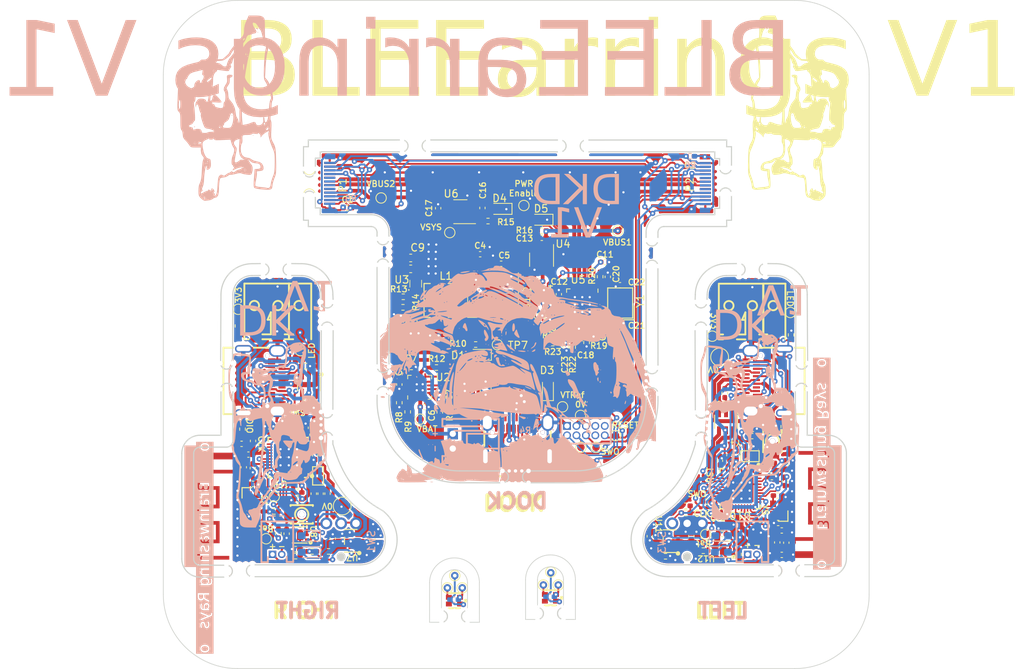
<source format=kicad_pcb>
(kicad_pcb (version 20221018) (generator pcbnew)
  (layers (0 "F.Cu" signal) (31 "B.Cu" signal) (34 "B.Paste" user) (35 "F.Paste" user) (36 "B.SilkS" user "B.Silkscreen") (37 "F.SilkS" user "F.Silkscreen") (38 "B.Mask" user) (39 "F.Mask" user) (44 "Edge.Cuts" user))
  (net 0 "")
  (net 1 "Net-(ANT1-FP)")
  (net 2 "/Dock/ExtraBattery/VBAT")
  (net 3 "Net-(BT2-+)")
  (net 4 "Net-(BT2--)")
  (net 5 "Net-(BT3-+)")
  (net 6 "Net-(BT3--)")
  (net 7 "Net-(P1-SHIELD)")
  (net 8 "Net-(P2-SHIELD)")
  (net 9 "/Dock/DeviceSelect/Vsys")
  (net 10 "/Dock/ExtraBattery/3.7Out")
  (net 11 "PWREN1")
  (net 12 "/Dock/DeviceSelect/VBUS1")
  (net 13 "Net-(U5-CRFILT)")
  (net 14 "PWREN2")
  (net 15 "/Dock/DeviceSelect/VBUS2")
  (net 16 "Net-(U5-VBUS_DET)")
  (net 17 "Net-(U5-PLLFILT)")
  (net 18 "Net-(U5-XTALOUT{slash}(CLKIN_EN))")
  (net 19 "Net-(U5-XTALIN{slash}CLKIN)")
  (net 20 "RESET")
  (net 21 "GND2")
  (net 22 "Net-(ANT2-FP)")
  (net 23 "Net-(U9-P0.00_XL1)")
  (net 24 "Net-(U9-DECUSB)")
  (net 25 "Net-(U9-P0.01_XL2)")
  (net 26 "Net-(U9-DEC1)")
  (net 27 "Net-(U9-ANT)")
  (net 28 "Net-(U9-DEC3)")
  (net 29 "Net-(C37-Pad1)")
  (net 30 "Net-(U9-XC2)")
  (net 31 "Net-(U9-XC1)")
  (net 32 "Net-(D1-A)")
  (net 33 "Net-(D2-K)")
  (net 34 "Net-(D2-A)")
  (net 35 "Net-(D3-K)")
  (net 36 "Net-(D3-A)")
  (net 37 "Net-(D4-A)")
  (net 38 "Net-(D5-A)")
  (net 39 "Net-(D6-I{slash}O1-Pad1)")
  (net 40 "Net-(D6-I{slash}O2-Pad3)")
  (net 41 "Net-(D7-K)")
  (net 42 "Net-(D8-K)")
  (net 43 "/EarringL/LUSBd-")
  (net 44 "/EarringL/LUSBd+")
  (net 45 "Net-(D12-VDD)")
  (net 46 "Net-(D12-DIN)")
  (net 47 "Net-(D13-VDD)")
  (net 48 "Net-(D13-DIN)")
  (net 51 "Net-(J1-CC1)")
  (net 57 "Net-(J1-CC2)")
  (net 61 "SWDIO")
  (net 62 "SWCLK")
  (net 63 "SWO")
  (net 67 "nRESET")
  (net 68 "Net-(J3-CC1)")
  (net 70 "GND3")
  (net 71 "Net-(J3-CC2)")
  (net 73 "Net-(J5-Pin_1)")
  (net 74 "Net-(J6-CC1)")
  (net 76 "Net-(J6-CC2)")
  (net 78 "Net-(J8-Pin_1)")
  (net 79 "Net-(U3-SW)")
  (net 88 "/Dock/DeviceSelect/D-")
  (net 89 "/Dock/DeviceSelect/D+")
  (net 90 "Net-(U2-ILIM)")
  (net 91 "Net-(U2-ISET)")
  (net 92 "Net-(U2-TS)")
  (net 93 "/Dock/ExtraBattery/FB")
  (net 94 "Net-(U5-SMBDATA{slash}NON_REM1)")
  (net 95 "Net-(U5-SMBCLK{slash}CFG_SEL0)")
  (net 96 "Net-(U5-SUSP_IND{slash}LOCAL_PWR{slash}(NON_REM0))")
  (net 97 "Net-(U5-RBIAS)")
  (net 98 "Net-(U7-STAT)")
  (net 99 "Net-(U7-PROG)")
  (net 100 "Net-(U9-P0.20)")
  (net 101 "Net-(U9-SWDCLK)")
  (net 102 "Net-(U9-P0.18_nRESET)")
  (net 103 "Net-(U9-SWDIO)")
  (net 104 "Net-(U9-P0.03_AIN1)")
  (net 119 "Net-(D12-VSS)")
  (net 122 "GND1")
  (net 123 "VTRef")
  (net 124 "/EarringR/Power/VBAT")
  (net 125 "/EarringR/DSP/VBUS")
  (net 126 "Net-(U10-P0.00_XL1)")
  (net 127 "/EarringL/DSP/VBUS")
  (net 128 "Net-(U10-DECUSB)")
  (net 129 "Net-(U10-P0.01_XL2)")
  (net 130 "Net-(U10-DEC1)")
  (net 131 "Net-(U10-ANT)")
  (net 132 "Net-(U10-DEC3)")
  (net 133 "Net-(C53-Pad1)")
  (net 134 "Net-(U10-XC2)")
  (net 135 "Net-(U10-XC1)")
  (net 136 "/EarringL/Power/VBAT")
  (net 137 "Net-(D10-K)")
  (net 138 "Net-(D11-K)")
  (net 139 "/EarringR/DSP/nReset")
  (net 140 "/EarringL/DSP/nReset")
  (net 141 "Net-(U10-P0.20)")
  (net 142 "Net-(U10-SWDCLK)")
  (net 143 "Net-(U10-P0.18_nRESET)")
  (net 144 "Net-(U10-SWDIO)")
  (net 145 "Net-(U11-STAT)")
  (net 146 "Net-(U11-PROG)")
  (net 162 "+BATT_1")
  (net 163 "+3V3_1")
  (net 164 "+3V3_2")
  (net 165 "+BATT_2")
  (net 166 "+3V3_3")
  (net 167 "SWO_L_1")
  (net 168 "SWDCLK_L_1")
  (net 169 "SWDIO_L_1")
  (net 170 "SWDIO_L_2")
  (net 171 "SWDCLK_L_2")
  (net 172 "SWO_L_2")
  (net 173 "D1+")
  (net 174 "D1-")
  (net 175 "D2+")
  (net 176 "D2-")
  (net 177 "DEC6_1")
  (net 178 "Pair_1")
  (net 179 "DEC6_2")
  (net 180 "Pair_2")
  (net 181 "LED_A_1")
  (net 182 "LED_A_2")
  (net 183 "NEO_LED_1")
  (net 184 "NEO_LED_2")
  (net 185 "BatRef_1")
  (net 186 "BatRef_2")
  (net 187 "/Dock/DeviceSelect/D_2+")
  (net 188 "/Dock/DeviceSelect/D_2-")
  (net 189 "/Dock/DeviceSelect/D_1+")
  (net 190 "/Dock/DeviceSelect/D_1-")
  (net 191 "Net-(D13-VSS)")
  (footprint "TestPoint:TestPoint_Pad_D1.0mm" (layer "F.Cu") (at 151.326443 124.813557 90)
    (fp_text reference "TP3" hide)
    (fp_text value "TestPoint")
  )
  (footprint "Resistor_SMD:R_0402_1005Metric_Pad0.72x0.64mm_HandSolder" (layer "F.Cu") (at 167.9025 138.15)
    (fp_text reference "R46" hide)
    (fp_text value "33k")
  )
  (footprint "Resistor_SMD:R_0402_1005Metric_Pad0.72x0.64mm_HandSolder" (layer "F.Cu") (at 181.1 127.4775 -90)
    (fp_text reference "R47" hide)
    (fp_text value "470")
  )
  (footprint "Capacitor_SMD:C_0402_1005Metric_Pad0.74x0.62mm_HandSolder" (layer "F.Cu") (at 116.74 127.6425 -90)
    (fp_text reference "C31" hide)
    (fp_text value "4.7u")
  )
  (footprint "Capacitor_SMD:C_0402_1005Metric_Pad0.74x0.62mm_HandSolder" (layer "F.Cu") (at 115.669392 137.283634)
    (fp_text reference "C34" hide)
    (fp_text value "1u")
  )
  (footprint "Capacitor_SMD:C_0402_1005Metric_Pad0.74x0.62mm_HandSolder" (layer "F.Cu") (at 119.69 136.513634 90)
    (fp_text reference "C32" hide)
    (fp_text value "8p")
  )
  (footprint "easyeda2kicad:QFN-40_L5.0-W5.0-P0.40-TL-EP3.6" (layer "F.Cu") (at 175.22 135.84 -90)
    (fp_text reference "U10")
    (fp_text value "NRF52833-QDAA-R7")
  )
  (footprint "easyeda2kicad:TYPE-C-SMD_C9900025773" (layer "F.Cu") (at 178.61 121.323634 90)
    (fp_text reference "J6" hide)
    (fp_text value "USB_C_Receptacle")
  )
  (footprint "Inductor_SMD:L_0402_1005Metric_Pad0.77x0.64mm_HandSolder" (layer "F.Cu") (at 108.416892 132.956134 -90)
    (fp_text reference "L3" hide)
    (fp_text value "2.2n")
  )
  (footprint "Resistor_SMD:R_0402_1005Metric_Pad0.72x0.64mm_HandSolder" (layer "F.Cu") (at 139.628943 116.423557)
    (fp_text reference "R10")
    (fp_text value "2k")
  )
  (footprint "Capacitor_SMD:C_0402_1005Metric_Pad0.74x0.62mm_HandSolder" (layer "F.Cu") (at 109.674392 139.583634)
    (fp_text reference "C40" hide)
    (fp_text value "12p")
  )
  (footprint "Panelization:mouse-bit-1.6mm-slot" (layer "F.Cu") (at 127.164301 121.140011 -90)
    (fp_text reference "REF**" hide)
    (fp_text value "mouse-bit-1.6mm-slot" hide)
  )
  (footprint "TestPoint:TestPoint_Pad_D1.0mm" (layer "F.Cu") (at 151.776443 130.273557 90)
    (fp_text reference "TP6" hide)
    (fp_text value "TestPoint")
  )
  (footprint "Package_DFN_QFN:HVQFN-24-1EP_4x4mm_P0.5mm_EP2.5x2.5mm_ThermalVias" (layer "F.Cu") (at 153.98 111.0425 -90)
    (fp_text reference "U5")
    (fp_text value "USB2422T-I/MJ")
  )
  (footprint "Panelization:mouse-bit-1.6mm-slot" (layer "F.Cu") (at 127.154301 103.940011 -90)
    (fp_text reference "REF**" hide)
    (fp_text value "mouse-bit-1.6mm-slot" hide)
  )
  (footprint "Resistor_SMD:R_0402_1005Metric_Pad0.72x0.64mm_HandSolder" (layer "F.Cu") (at 182.09 115.1275 -90)
    (fp_text reference "R39" hide)
    (fp_text value "5k1")
  )
  (footprint "easyeda2kicad:USB-C-SMD_TYPE-C-24P-GTJB-040" (layer "F.Cu") (at 120.016443 94.713557 -90)
    (fp_text reference "P1")
    (fp_text value "USB_C_Plug")
  )
  (footprint "Resistor_SMD:R_0402_1005Metric_Pad0.72x0.64mm_HandSolder" (layer "F.Cu") (at 150.2375 113.07)
    (fp_text reference "R17")
    (fp_text value "100")
  )
  (footprint "Resistor_SMD:R_0201_0603Metric" (layer "F.Cu") (at 171.19 136.32 180)
    (fp_text reference "R41" hide)
    (fp_text value "NF")
  )
  (footprint "Panelization:mouse-bit-1.6mm-slot" (layer "F.Cu") (at 117.25 94.51 -90)
    (fp_text reference "REF**" hide)
    (fp_text value "mouse-bit-1.6mm-slot" hide)
  )
  (footprint "Resistor_SMD:R_0402_1005Metric_Pad0.72x0.64mm_HandSolder" (layer "F.Cu") (at 154.556943 116.145057 90)
    (fp_text reference "R19")
    (fp_text value "100")
  )
  (footprint "LED_SMD:LED_0603_1608Metric_Pad1.05x0.95mm_HandSolder" (layer "F.Cu") (at 140.97 122.315 -90)
    (fp_text reference "D2")
    (fp_text value "BLUE RED")
  )
  (footprint "Panelization:mouse-bit-1.6mm-slot" (layer "F.Cu") (at 163.36 104.11 -90)
    (fp_text reference "REF**" hide)
    (fp_text value "mouse-bit-1.6mm-slot" hide)
  )
  (footprint "easyeda2kicad:KEY-SMD_L3.0-W2.5-LS4.0" (layer "F.Cu") (at 179.578 129.43 90)
    (fp_text reference "SW4" hide)
    (fp_text value "SW_DIP_x01")
  )
  (footprint "Inductor_SMD:L_0402_1005Metric_Pad0.77x0.64mm_HandSolder" (layer "F.Cu") (at 180.22 143.0825 90)
    (fp_text reference "L4" hide)
    (fp_text value "4.7n")
  )
  (footprint "easyeda2kicad:LED-SMD_4P-L1.6-W1.5_XL-1615RGBC-WS2812B" (layer "F.Cu") (at 149.696527 150.539046 180)
    (fp_text reference "D12" hide)
    (fp_text value "2758")
  )
  (footprint "Capacitor_SMD:C_0402_1005Metric_Pad0.74x0.62mm_HandSolder" (layer "F.Cu") (at 151.736943 116.765057 90)
    (fp_text reference "C23")
    (fp_text value "1u")
  )
  (footprint "TestPoint:TestPoint_Pad_D1.0mm" (layer "F.Cu") (at 181.98 112.11)
    (fp_text reference "TP18" hide)
    (fp_text value "TestPoint")
  )
  (footprint "TestPoint:TestPoint_Pad_D1.0mm" (layer "F.Cu") (at 132.151231 126.476345 180)
    (fp_text reference "TP8" hide)
    (fp_text value "TestPoint")
  )
  (footprint "easyeda2kicad:LED-SMD_4P-L1.6-W1.5_XL-1615RGBC-WS2812B" (layer "F.Cu") (at 136.775 150.925 180)
    (fp_text reference "D13" hide)
    (fp_text value "2758")
  )
  (footprint "Resistor_SMD:R_0402_1005Metric_Pad0.72x0.64mm_HandSolder" (layer "F.Cu") (at 130.481231 125.496345 90)
    (fp_text reference "R9")
    (fp_text value "10k")
  )
  (footprint "LED_SMD:LED_0603_1608Metric_Pad1.05x0.95mm_HandSolder" (layer "F.Cu") (at 148.371443 99.613557 180)
    (fp_text reference "D5")
    (fp_text value "BLUE LED")
  )
  (footprint "Capacitor_SMD:C_0402_1005Metric_Pad0.74x0.62mm_HandSolder" (layer "F.Cu") (at 180.2675 136.77 180)
    (fp_text reference "C56" hide)
    (fp_text value "12p")
  )
  (footprint "Capacitor_SMD:C_0402_1005Metric_Pad0.74x0.62mm_HandSolder" (layer "F.Cu") (at 114.186892 141.903634 90)
    (fp_text reference "C41" hide)
    (fp_text value "100n")
  )
  (footprint "easyeda2kicad:SOT-23-5_L3.0-W1.7-P0.95-LS2.8-BL" (layer "F.Cu") (at 165.72 142.91 90)
    (fp_text reference "U11")
    (fp_text value "MCP73831T-2ACI/OT")
  )
  (footprint "Capacitor_SMD:C_0402_1005Metric_Pad0.74x0.62mm_HandSolder" (layer "F.Cu") (at 177.9025 140.04)
    (fp_text reference "C52" hide)
    (fp_text value "100p")
  )
  (footprint "easyeda2kicad:SOT-23-6_L2.9-W1.6-P0.95-LS2.8-BL" (layer "F.Cu") (at 117.2 121.76 180)
    (fp_text reference "D6")
    (fp_text value "USBLC6-2SC6_C2687116")
  )
  (footprint "easyeda2kicad:TYPE-C-SMD_C9900025773" (layer "F.Cu") (at 110.976892 121.323634 -90)
    (fp_text reference "J3" hide)
    (fp_text value "USB_C_Receptacle")
  )
  (footprint "TestPoint:TestPoint_Pad_D1.0mm" (layer "F.Cu") (at 146.12 97.7)
    (fp_text reference "TP28" hide)
    (fp_text value "TestPoint")
  )
  (footprint "Capacitor_SMD:C_0402_1005Metric_Pad0.74x0.62mm_HandSolder" (layer "F.Cu") (at 122.3475 98.04 180)
    (fp_text reference "C1")
    (fp_text value "100n")
  )
  (footprint "Capacitor_SMD:C_0402_1005Metric_Pad0.74x0.62mm_HandSolder" (layer "F.Cu") (at 179.5 134.28)
    (fp_text reference "C54" hide)
    (fp_text value "1u")
  )
  (footprint "TestPoint:TestPoint_THTPad_D1.0mm_Drill0.5mm" (layer "F.Cu") (at 135.825 149.2 -90)
    (fp_text reference "TP24" hide)
    (fp_text value "TestPoint")
  )
  (footprint "TestPoint:TestPoint_Pad_D1.0mm" (layer "F.Cu") (at 126.906443 96.683557 90)
    (fp_text reference "TP12" hide)
    (fp_text value "TestPoint")
  )
  (footprint "TestPoint:TestPoint_Pad_D1.0mm" (layer "F.Cu") (at 111.436892 142.583634 180)
    (fp_text reference "TP13" hide)
    (fp_text value "TestPoint")
  )
  (footprint "Capacitor_SMD:C_0603_1608Metric_Pad1.08x0.95mm_HandSolder" (layer "F.Cu") (at 130.888943 106.233557)
    (fp_text reference "C10" hide)
    (fp_text value "22u")
  )
  (footprint "TestPoint:TestPoint_Pad_D2.0mm" (layer "F.Cu") (at 121.666 138.176 180)
    (fp_text reference "TP16" hide)
    (fp_text value "TestPoint")
  )
  (footprint "Capacitor_SMD:C_0402_1005Metric_Pad0.74x0.62mm_HandSolder" (layer "F.Cu") (at 159.046943 108.435)
    (fp_text reference "C22")
    (fp_text value "18p")
  )
  (footprint "easyeda2kicad:WDFN-6_L2.0-W2.0-P0.65-BL-EP" (layer "F.Cu") (at 172.9275 144.005 90)
    (fp_text reference "U12")
    (fp_text value "XB6096I2SV")
  )
  (footprint "Capacitor_SMD:C_0603_1608Metric_Pad1.08x0.95mm_HandSolder" (layer "F.Cu") (at 130.888943 104.763557)
    (fp_text reference "C9")
    (fp_text value "22u")
  )
  (footprint "TestPoint:TestPoint_Pad_D1.0mm" (layer "F.Cu") (at 107.67 111.68 180)
    (fp_text reference "TP15" hide)
    (fp_text value "TestPoint")
  )
  (footprint "Resistor_SMD:R_0402_1005Metric_Pad0.72x0.64mm_HandSolder" (layer "F.Cu") (at 148.528943 101.093557 180)
    (fp_text reference "R16")
    (fp_text value "220")
  )
  (footprint "Resistor_SMD:R_0402_1005Metric_Pad0.72x0.64mm_HandSolder" (layer "F.Cu") (at 165.1815 144.942)
    (fp_text reference "R50" hide)
    (fp_text value "4k99")
  )
  (footprint "Resistor_SMD:R_0402_1005Metric_Pad0.72x0.64mm_HandSolder" (layer "F.Cu") (at 116.744392 119.333634 180)
    (fp_text reference "R24" hide)
    (fp_text value "5k1")
  )
  (footprint "TestPoint:TestPoint_Pad_D1.0mm" (layer "F.Cu") (at 155.826443 130.273557 90)
    (fp_text reference "TP5" hide)
    (fp_text value "TestPoint")
  )
  (footprint "Resistor_SMD:R_0201_0603Metric" (layer "F.Cu") (at 114.326892 127.753634 -90)
    (fp_text reference "R32" hide)
    (fp_text value "NF")
  )
  (footprint "Capacitor_SMD:C_0402_1005Metric_Pad0.74x0.62mm_HandSolder" (layer "F.Cu") (at 109.636892 133.071134 -90)
    (fp_text reference "C36" hide)
    (fp_text value "100p")
  )
  (footprint "Resistor_SMD:R_0402_1005Metric_Pad0.72x0.64mm_HandSolder" (layer "F.Cu") (at 176.8735 127.762 180)
    (fp_text reference "R40" hide)
    (fp_text value "220")
  )
  (footprint "TestPoint:TestPoint_Pad_D1.0mm" (layer "F.Cu") (at 158.756443 101.103557 90)
    (fp_text reference "TP11" hide)
    (fp_text value "TestPoint")
  )
  (footprint "Capacitor_SMD:C_0402_1005Metric_Pad0.74x0.62mm_HandSolder" (layer "F.Cu") (at 172.8 141.95 180)
    (fp_text reference "C60" hide)
    (fp_text value "100n")
  )
  (footprint "Capacitor_SMD:C_0402_1005Metric_Pad0.74x0.62mm_HandSolder" (layer "F.Cu") (at 109.664392 135.193634 180)
    (fp_text reference "C42" hide)
    (fp_text value "12p")
  )
  (footprint "easyeda2kicad:SOT-23-5_L3.0-W1.7-P0.95-LS2.8-BL" (layer "F.Cu") (at 122.82 142.86 90)
    (fp_text reference "U7")
    (fp_text value "MCP73831T-2ACI/OT")
  )
  (footprint "Capacitor_SMD:C_0402_1005Metric_Pad0.74x0.62mm_HandSolder" (layer "F.Cu") (at 148.528943 102.053557)
    (fp_text reference "C13")
    (fp_text value "100n")
  )
  (footprint "Capacitor_SMD:C_0402_1005Metric_Pad0.74x0.62mm_HandSolder" (layer "F.Cu") (at 157.0225 105.32 180)
    (fp_text reference "C11")
    (fp_text value "100n")
  )
  (footprint "Capacitor_SMD:C_0402_1005Metric_Pad0.74x0.62mm_HandSolder" (layer "F.Cu") (at 111.84 127.44 180)
    (fp_text reference "C30" hide)
    (fp_text value "100n")
  )
  (footprint "RF_Antenna:Texas_SWRA117D_2.4GHz_Left" (layer "F.Cu") (at 107.176892 133.543634 90)
    (fp_text reference "ANT1" hide)
    (fp_text value "~")
  )
  (footprint "easyeda2kicad:OTS3" (layer "F.Cu") (at 145.32 119.558337)
    (fp_text reference "G***" hide)
    (fp_text value "LOGO" hide)
  )
  (footprint "Resistor_SMD:R_0201_0603Metric" (layer "F.Cu") (at 170.26 134.425 -90)
    (fp_text reference "R43" hide)
    (fp_text value "NF")
  )
  (footprint "Resistor_SMD:R_0402_1005Metric_Pad0.72x0.64mm_HandSolder" (layer "F.Cu") (at 129.846443 111.413557)
    (fp_text reference "R14")
    (fp_text value "100k")
  )
  (footprint "Capacitor_SMD:C_0402_1005Metric_Pad0.74x0.62mm_HandSolder" (layer "F.Cu") (at 129.361231 121.816345 -90)
    (fp_text reference "C3")
    (fp_text value "1u")
  )
  (footprint "Capacitor_SMD:C_0402_1005Metric_Pad0.74x0.62mm_HandSolder" (layer "F.Cu") (at 109.666892 129.413634 90)
    (fp_text reference "C35" hide)
    (fp_text value "1p")
  )
  (footprint "easyeda2kicad:CONN-SMD_2059-302" (layer "F.Cu") (at 175.358171 111.831484 90)
    (fp_text reference "J8" hide)
    (fp_text value "Screw_Terminal_01x02")
  )
  (footprint "Resistor_SMD:R_0402_1005Metric_Pad0.72x0.64mm_HandSolder" (layer "F.Cu") (at 151.7575 114.15)
    (fp_text reference "R18")
    (fp_text value "100")
  )
  (footprint "Panelization:mouse-bit-1.6mm-slot" (layer "F.Cu") (at 144.99 134.25)
    (fp_text reference "REF**" hide)
    (fp_text value "mouse-bit-1.6mm-slot" hide)
  )
  (footprint "Package_DFN_QFN:VQFN-16-1EP_3x3mm_P0.5mm_EP1.6x1.6mm" (layer "F.Cu") (at 132.094154 122.183557 90)
    (fp_text reference "U2")
    (fp_text value "BQ24073RGT")
  )
  (footprint "Resistor_SMD:R_0402_1005Metric_Pad0.72x0.64mm_HandSolder" (layer "F.Cu") (at 129.883943 109.993557 180)
    (fp_text reference "R13")
    (fp_text value "732")
  )
  (footprint "Capacitor_SMD:C_0402_1005Metric_Pad0.74x0.62mm_HandSolder" (layer "F.Cu") (at 148.078943 107.963557)
    (fp_text reference "C15")
    (fp_text value "4.7u")
  )
  (footprint "Capacitor_SMD:C_0402_1005Metric_Pad0.74x0.62mm_HandSolder" (layer "F.Cu") (at 134.781231 123.238845 90)
    (fp_text reference "C7")
    (fp_text value "4.7u")
  )
  (footprint "LED_SMD:LED_0603_1608Metric_Pad1.05x0.95mm_HandSolder" (layer "F.Cu") (at 142.861443 98.153557 180)
    (fp_text reference "D4")
    (fp_text value "BLUE LED")
  )
  (footprint "Inductor_SMD:L_0402_1005Metric_Pad0.77x0.64mm_HandSolder" (layer "F.Cu") (at 109.036892 131.253634 180)
    (fp_text reference "L2" hide)
    (fp_text value "4.7n")
  )
  (footprint "Resistor_SMD:R_0402_1005Metric_Pad0.72x0.64mm_HandSolder" (layer "F.Cu") (at 118.5285 143.283634 180)
    (fp_text reference "R29" hide)
    (fp_text value "220")
  )
  (footprint "Capacitor_SMD:C_0402_1005Metric_Pad0.74x0.62mm_HandSolder" (layer "F.Cu") (at 131.376443 113.211057 -90)
    (fp_text reference "C8")
    (fp_text value "10u")
  )
  (footprint "Capacitor_SMD:C_0402_1005Metric_Pad0.74x0.62mm_HandSolder" (layer "F.Cu") (at 140.236443 104.263557)
    (fp_text reference "C4")
    (fp_text value "2.2u")
  )
  (footprint "Resistor_SMD:R_0402_1005Metric_Pad0.72x0.64mm_HandSolder" (layer "F.Cu") (at 150.009443 116.227557 180)
    (fp_text reference "R23")
    (fp_text value "10k")
  )
  (footprint "Resistor_SMD:R_0402_1005Metric_Pad0.72x0.64mm_HandSolder" (layer "F.Cu") (at 112.494392 138.903634)
    (fp_text reference "R35" hide)
    (fp_text value "33k")
  )
  (footprint "Capacitor_SMD:C_0402_1005Metric_Pad0.74x0.62mm_HandSolder" (layer "F.Cu") (at 117.84 136.513634 90)
    (fp_text reference "C33" hide)
    (fp_text value "100n")
  )
  (footprint "TestPoint:TestPoint_Pad_D1.0mm" (layer "F.Cu") (at 153.746443 125.973557 90)
    (fp_text reference "TP1" hide)
    (fp_text value "TestPoint")
  )
  (footprint "Capacitor_SMD:C_0402_1005Metric_Pad0.74x0.62mm_HandSolder" (layer "F.Cu") (at 153.616943 115.850057 90)
    (fp_text reference "C18")
    (fp_text value "100n")
  )
  (footprint "easyeda2kicad:CRYSTAL-SMD_L1.6-W1.0" (layer "F.Cu") (at 118.416892 134.113634 -90)
    (fp_text reference "Y2" hide)
    (fp_text value " X161032768KLD2SI")
  )
  (footprint "TestPoint:TestPoint_Pad_D1.0mm" (layer "F.Cu") (at 158.456443 128.683557 90)
    (fp_text reference "TP4" hide)
    (fp_text value "TestPoint")
  )
  (footprint "Capacitor_SMD:C_0402_1005Metric_Pad0.74x0.62mm_HandSolder" (layer "F.Cu") (at 179.2595 132.38 180)
    (fp_text reference "C49" hide)
    (fp_text value "100n")
  )
  (footprint "Capacitor_SMD:C_0402_1005Metric_Pad0.74x0.62mm_HandSolder" (layer "F.Cu") (at 181.26 134.8625 -90)
    (fp_text reference "C55" hide)
    (fp_text value "NC")
  )
  (footprint "Resistor_SMD:R_0402_1005Metric_Pad0.72x0.64mm_HandSolder" (layer "F.Cu") (at 107.64 113.9225 -90)
    (fp_text reference "R36" hide)
    (fp_text value "470")
  )
  (footprint "Capacitor_SMD:C_0402_1005Metric_Pad0.74x0.62mm_HandSolder" (layer "F.Cu") (at 120.396 142.5535 -90)
    (fp_text reference "C26" hide)
    (fp_text value "10u")
  )
  (footprint "easyeda2kicad:CRYSTAL-SMD_L1.6-W1.0" (layer "F.Cu") (at 176.55 131.47)
    (fp_text reference "Y4")
    (fp_text value " X161032768KLD2SI")
  )
  (footprint "TestPoint:TestPoint_Pad_D1.0mm" (layer "F.Cu") (at 170.6 142)
    (fp_text reference "TP17" hide)
    (fp_text value "TestPoint")
  )
  (footprint "Capacitor_SMD:C_0402_1005Metric_Pad0.74x0.62mm_HandSolder" (layer "F.Cu") (at 115.669392 135.423634 180)
    (fp_text reference "C38" hide)
    (fp_text value "1u")
  )
  (footprint "Capacitor_SMD:C_0402_1005Metric_Pad0.74x0.62mm_HandSolder" (layer "F.Cu") (at 158.879443 113.455)
    (fp_text reference "C21")
    (fp_text value "18p")
  )
  (footprint "Capacitor_SMD:C_0402_1005Metric_Pad0.74x0.62mm_HandSolder" (layer "F.Cu") (at 168.51 91.06)
    (fp_text reference "C2")
    (fp_text value "100n")
  )
  (footprint "TestPoint:TestPoint_THTPad_D1.0mm_Drill0.5mm" (layer "F.Cu") (at 150.746527 148.814046 -90)
    (fp_text reference "TP23" hide)
    (fp_text value "TestPoint")
  )
  (footprint "easyeda2kicad:CONN-SMD_2059-302" (layer "F.Cu") (at 111.496892 111.813634 90)
    (fp_text reference "J5" hide)
    (fp_text value "Screw_Terminal_01x02")
  )
  (footprint "Capacitor_SMD:C_0402_1005Metric_Pad0.74x0.62mm_HandSolder" (layer "F.Cu") (at 143.056443 105.543557)
    (fp_text reference "C5")
    (fp_text value "2.2u")
  )
  (footprint "easyeda2kicad:SOT-563_L1.6-W1.2-P0.50-LS1.6-BR" (layer "F.Cu") (at 131.564 108.233557 -90)
    (fp_text reference "U3")
    (fp_text value "TPS61023DRLR")
  )
  (footprint "Inductor_SMD:L_0402_1005Metric_Pad0.77x0.64mm_HandSolder" (layer "F.Cu") (at 181.44 143.12 -90)
    (fp_text reference "L5" hide)
    (fp_text value "2.2n")
  )
  (footprint "easyeda2kicad:SOT-23-6_L2.9-W1.6-P0.95-LS2.8-BL" (layer "F.Cu") (at 173.33 126.83 180)
    (fp_text reference "D9")
    (fp_text value "USBLC6-2SC6_C2687116")
  )
  (footprint "Resistor_SMD:R_0402_1005Metric_Pad0.72x0.64mm_HandSolder" (layer "F.Cu") (at 113.076892 141.883634 -90)
    (fp_text reference "R37" hide)
    (fp_text value "2k")
  )
  (footprint "Resistor_SMD:R_0402_1005Metric_Pad0.72x0.64mm_HandSolder" (layer "F.Cu") (at 167.9025 139.1 180)
    (fp_text reference "R45" hide)
    (fp_text value "100k")
  )
  (footprint "Resistor_SMD:R_0402_1005Metric_Pad0.72x0.64mm_HandSolder" (layer "F.Cu") (at 115.4025 144.92)
    (fp_text reference "R28" hide)
    (fp_text value "100")
  )
  (footprint "Resistor_SMD:R_0402_1005Metric_Pad0.72x0.64mm_HandSolder" (layer "F.Cu") (at 117.6175 144.29)
    (fp_text reference "R26" hide)
    (fp_text value "2k")
  )
  (footprint "Resistor_SMD:R_0402_1005Metric_Pad0.72x0.64mm_HandSolder" (layer "F.Cu") (at 119.8275 144.29 180)
    (fp_text reference "R27" hide)
    (fp_text value "4k99")
  )
  (footprint "Resistor_SMD:R_0402_1005Metric_Pad0.72x0.64mm_HandSolder" (layer "F.Cu") (at 156.38 107.2875 -90)
    (fp_text reference "R20")
    (fp_text value "12k")
  )
  (footprint "LED_SMD:LED_0603_1608Metric_Pad1.05x0.95mm_HandSolder" (layer "F.Cu") (at 140.081443 117.813557 180)
    (fp_text reference "D1")
    (fp_text value "LED")
  )
  (footprint "Capacitor_SMD:C_0402_1005Metric_Pad0.74x0.62mm_HandSolder" (layer "F.Cu") (at 163.068 142.24 -90)
    (fp_text reference "C61" hide)
    (fp_text value "10u")
  )
  (footprint "Capacitor_SMD:C_0402_1005Metric_Pad0.74x0.62mm_HandSolder" (layer "F.Cu") (at 176.8435 128.762 180)
    (fp_text reference "C43" hide)
    (fp_text value "8p")
  )
  (footprint "Panelization:mouse-bit-1.6mm-slot" (layer "F.Cu") (at 173.26 94.38 -90)
    (fp_text reference "REF**" hide)
    (fp_text value "mouse-bit-1.6mm-slot" hide)
  )
  (footprint "Capacitor_SMD:C_0402_1005Metric_Pad0.74x0.62mm_HandSolder" (layer "F.Cu") (at 140.54 98.0325 -90)
    (fp_text reference "C16")
    (fp_text value "100n")
  )
  (footprint "easyeda2kicad:TYPE-C-SMD_C9900025773" (layer "F.Cu") (at 145.261443 128.881057)
    (fp_text reference "J1" hide)
    (fp_text value "USB_C_Receptacle")
  )
  (footprint "Capacitor_SMD:C_0402_1005Metric_Pad0.74x0.62mm_HandSolder" (layer "F.Cu") (at 172.51 132.0725 -90)
    (fp_text reference "C47" hide)
    (fp_text value "4.7u")
  )
  (footprint "easyeda2kicad:CRYSTAL-SMD_4P-L2.0-W1.6-BL" (layer "F.Cu") (at 109.636892 137.353634 -90)
    (fp_text reference "Y3")
    (fp_text value "XL7EL89CKI-111YLC-32M ")
  )
  (footprint "Capacitor_SMD:C_0402_1005Metric_Pad0.74x0.62mm_HandSolder" (layer "F.Cu") (at 150.219443 111.227557)
    (fp_text reference "C14")
    (fp_text value "1u")
  )
  (footprint "Capacitor_SMD:C_0402_1005Metric_Pad0.74x0.62mm_HandSolder" (layer "F.Cu") (at 125.73 142.6885 -90)
    (fp_text reference "C24" hide)
    (fp_text value "10u")
  )
  (footprint "Panelization:mouse-bit-1.6mm-slot" (layer "F.Cu") (at 152.75 89.68 180)
    (fp_text reference "REF**" hide)
    (fp_text value "mouse-bit-1.6mm-slot" hide)
  )
  (footprint "Resistor_SMD:R_0402_1005Metric_Pad0.72x0.64mm_HandSolder" (layer "F.Cu") (at 108.25 127.82 90)
    (fp_text reference "R25" hide)
    (fp_text value "5k1")
  )
  (footprint "Panelization:mouse-bit-1.6mm-slot" (layer "F.Cu") (at 131.48 89.67 180)
    (fp_text reference "REF**" hide)
    (fp_text value "mouse-bit-1.6mm-slot" hide)
  )
  (footprint "Resistor_SMD:R_0402_1005Metric_Pad0.72x0.64mm_HandSolder" (layer "F.Cu") (at 141.2925 99.7925)
    (fp_text reference "R15")
    (fp_text value "220")
  )
  (footprint "Resistor_SMD:R_0201_0603Metric" (layer "F.Cu") (at 113.576892 127.293634 90)
    (fp_text reference "R30" hide)
    (fp_text value "NF")
  )
  (footprint "Capacitor_SMD:C_0402_1005Metric_Pad0.74x0.62mm_HandSolder" (layer "F.Cu") (at 179.2645 133.31 180)
    (fp_text reference "C50" hide)
    (fp_text value "1u")
  )
  (footprint "Capacitor_SMD:C_0402_1005Metric_Pad0.74x0.62mm_HandSolder" (layer "F.Cu") (at 108.125 129.8 180)
    (fp_text reference "C37" hide)
    (fp_text value "1.2p")
  )
  (footprint "Capacitor_SMD:C_0402_1005Metric_Pad0.74x0.62mm_HandSolder" (layer "F.Cu") (at 180.34 140.462)
    (fp_text reference "C58" hide)
    (fp_text value "12p")
  )
  (footprint "Capacitor_SMD:C_0402_1005Metric_Pad0.74x0.62mm_HandSolder" (layer "F.Cu") (at 176.46 130.14 180)
    (fp_text reference "C48" hide)
    (fp_text value "8p")
  )
  (footprint "easyeda2kicad:QFN-40_L5.0-W5.0-P0.40-TL-EP3.6" (layer "F.Cu") (at 114.396725 131.643634 180)
    (fp_text reference "U9")
    (fp_text value "NRF52833-QDAA-R7")
  )
  (footprint "Resistor_SMD:R_0402_1005Metric_Pad0.72x0.64mm_HandSolder" (layer "F.Cu") (at 129.351231 124.263845 -90)
    (fp_text reference "R8")
    (fp_text value "1.78k")
  )
  (footprint "Resistor_SMD:R_0201_0603Metric" (layer "F.Cu") (at 110.07 127.57 90)
    (fp_text reference "R31" hide)
    (fp_text value "NF")
  )
  (footprint "LED_SMD:LED_0603_1608Metric_Pad1.05x0.95mm_HandSolder" (layer "F.Cu") (at 149.352 122.315 90)
    (fp_text reference "D3")
    (fp_text value "BLUE LED")
  )
  (footprint "Capacitor_SMD:C_0402_1005Metric_Pad0.74x0.62mm_HandSolder" (layer "F.Cu") (at 134.58 98.066443 -90)
    (fp_text reference "C17")
    (fp_text value "4.7u")
  )
  (footprint "Capacitor_SMD:C_0402_1005Metric_Pad0.74x0.62mm_HandSolder" (layer "F.Cu") (at 170.74 137.58 180)
    (fp_text reference "C46" hide)
    (fp_text value "100n")
  )
  (footprint "Capacitor_SMD:C_0402_1005Metric_Pad0.74x0.62mm_HandSolder" (layer "F.Cu") (at 157.41 107.3075 -90)
    (fp_text reference "C20")
    (fp_text value "100n")
  )
  (footprint "Resistor_SMD:R_0402_1005Metric_Pad0.72x0.64mm_HandSolder" (layer "F.Cu") (at 152.676943 116.795057 90)
    (fp_text reference "R22")
    (fp_text value "10k")
  )
  (footprint "easyeda2kicad:IND-SMD_L4.5-W4.1" (layer "F.Cu") (at 134.73 110.487 -90)
    (fp_text reference "L1")
    (fp_text value "4.7u")
  )
  (footprint "TestPoint:TestPoint_Pad_D1.0mm" (layer "F.Cu") (at 116.03 117.25 180)
    (fp_text reference "TP14" hide)
    (fp_text value "TestPoint")
  )
  (footprint "Package_TO_SOT_SMD:SOT-23-6_Handsoldering" (layer "F.Cu") (at 148.501443 105.003557 -90)
    (fp_text reference "U4")
    (fp_text value "SIP32509DT-T1-GE3")
  )
  (footprint "easyeda2kicad:CRYSTAL-SMD_4P-L3.2-W2.5-BL" (layer "F.Cu") (at 159.08 110.837443 90)
    (fp_text reference "Y1")
    (fp_text value "X322524MOB4SI")
  )
  (footprint "TestPoint:TestPoint_Pad_D1.0mm" (layer "F.Cu") (at 133.496443 115.213557 180)
    (fp_text reference "TP9" hide)
    (fp_text value "TestPoint")
  )
  (footprint "Resistor_SMD:R_0402_1005Metric_Pad0.72x0.64mm_HandSolder" (layer "F.Cu") (at 130.968731 119.436345)
    (fp_text reference "R7")
    (fp_text value "1.18k")
  )
  (footprint "easyeda2kicad:KEY-SMD_L3.0-W2.5-LS4.0" (layer "F.Cu") (at 116.216892 139.303634)
    (fp_text reference "SW2" hide)
    (fp_text value "SW_DIP_x01")
  )
  (footprint "easyeda2kicad:WDFN-6_L2.0-W2.0-P0.65-BL-EP" (layer "F.Cu") (at 115.996892 142.063634 90)
    (fp_text reference "U8")
    (fp_text value "XB6096I2SV")
  )
  (footprint "Resistor_SMD:R_0201_0603Metric" (layer "F.Cu") (at 170.26 138.42)
    (fp_text reference "R44" hide)
    (fp_text value "NF")
  )
  (footprint "Resistor_SMD:R_0201_0603Metric" (layer "F.Cu") (at 172.375 138.938 180)
    (fp_text reference "R42" hide)
    (fp_text value "NF")
  )
  (footprint "Capacitor_SMD:C_0402_1005Metric_Pad0.74x0.62mm_HandSolder" (layer "F.Cu") (at 173.78 131.318 -90)
    (fp_text reference "C45" hide)
    (fp_text value "4.7u")
  )
  (footprint "Panelization:mouse-bit-1.6mm-slot" (layer "F.Cu") (at 163.37 121.31 -90)
    (fp_text reference "REF**" hide)
    (fp_text value "mouse-bit-1.6mm-slot" hide)
  )
  (footprint "Capacitor_SMD:C_0402_1005Metric_Pad0.74x0.62mm_HandSolder" (layer "F.Cu") (at 132.738731 124.836345)
    (fp_text reference "C6")
    (fp_text value "4.7u")
  )
  (footprint "TestPoint:TestPoint_Pad_D1.0mm" (layer "F.Cu") (at 112.522 136.906)
    (fp_text reference "TPL3" hide)
    (fp_text value "TestPoint")
  )
  (footprint "TestPoint:TestPoint_THTPad_D1.0mm_Drill0.5mm" (layer "F.Cu") (at 148.746527 148.814046 -90)
    (fp_text reference "TP21" hide)
    (fp_text value "TestPoint")
  )
  (footprint "TestPoint:TestPoint_THTPad_D1.0mm_Drill0.5mm" (layer "F.Cu") (at 149.740722 147.064046 -90)
    (fp_text reference "TP22" hide)
    (fp_text value "TestPoint")
  )
  (footprint "RF_Antenna:Texas_SWRA117D_2.4GHz_Left" (layer "F.Cu") (at 182.36 142.62 -90)
    (fp_text reference "ANT2" hide)
    (fp_text value "~")
  )
  (footprint "Capacitor_SMD:C_0402_1005Metric_Pad0.74x0.62mm_HandSolder" (layer "F.Cu") (at 117.66 128.5775 -90)
    (fp_text reference "C29" hide)
    (fp_text value "4.7u")
  )
  (footprint "Resistor_SMD:R_0402_1005Metric_Pad0.72x0.64mm_HandSolder" (layer "F.Cu") (at 181.1 129.6975 90)
    (fp_text reference "R48" hide)
    (fp_text value "2k")
  )
  (footprint "Capacitor_SMD:C_0402_1005Metric_Pad0.74x0.62mm_HandSolder" (layer "F.Cu") (at 168.656 142.24 -90)
    (fp_text reference "C59" hide)
    (fp_text value "10u")
  )
  (footprint "TestPoint:TestPoint_Pad_D1.0mm" (layer "F.Cu") (at 136.144 101.346 180)
    (fp_text reference "TP10" hide)
    (fp_text value "TestPoint")
  )
  (footprint "Resistor_SMD:R_0402_1005Metric_Pad0.72x0.64mm_HandSolder" (layer "F.Cu") (at 175.006 144.685 90)
    (fp_text reference "R51" hide)
    (fp_text value "100")
  )
  (footprint "CustomPads:OT2" (layer "F.Cu") (at 182.72185 84.387229)
    (fp_text reference "G***" hide)
    (fp_text value "LOGO" hide)
  )
  (footprint "Resistor_SMD:R_0201_0603Metric" (layer "F.Cu") (at 111.45 128.4)
    (fp_text reference "R33" hide)
    (fp_text value "NF")
  )
  (footprint "Package_TO_SOT_SMD:SOT-223-3_TabPin2" (layer "F.Cu") (at 141.966443 110.863557 -90)
    (fp_text reference "U1")
    (fp_text value "AMS1117-3.3")
  )
  (footprint "easyeda2kicad:CONN-SMD_custom1" (layer "F.Cu") (at 181.318171 111.821484 90)
    (fp_text reference "J7" hide)
    (fp_text value "Screw_Terminal_01x01")
  )
  (footprint "TestPoint:TestPoint_Pad_D1.0mm" (layer "F.Cu") (at 171.48 115.3)
    (fp_text reference "TP19" hide)
    (fp_text value "TestPoint")
  )
  (footprint "Capacitor_SMD:C_0402_1005Metric_Pad0.74x0.62mm_HandSolder" (layer "F.Cu") (at 180.83 144.76)
    (fp_text reference "C51" hide)
    (fp_text value "1p")
  )
  (footprint "easyeda2kicad:CONN-SMD_custom1" (layer "F.Cu") (at 117.496892 111.813634 90)
    (fp_text reference "J4" hide)
    (fp_text value "Screw_Terminal_01x01")
  )
  (footprint "Capacitor_SMD:C_0402_1005Metric_Pad0.74x0.62mm_HandSolder" (layer "F.Cu") (at 180.83 141.47)
    (fp_text reference "C53" hide)
    (fp_text value "1.2p")
  )
  (footprint "Resistor_SMD:R_0402_1005Metric_Pad0.72x0.64mm_HandSolder" (layer "F.Cu") (at 134.801231 125.503845 90)
    (fp_text reference "R11")
    (fp_text value "1k")
  )
  (footprint "Resistor_SMD:R_0402_1005Metric_Pad0.72x0.64mm_HandSolder" (layer "F.Cu") (at 134.353731 119.526345 180)
    (fp_text reference "R12")
    (fp_text value "1k")
  )
  (footprint "easyeda2kicad:CRYSTAL-SMD_4P-L2.0-W1.6-BL" (layer "F.Cu") (at 180.2075 138.58 90)
    (fp_text reference "Y5")
    (fp_text value "XL7EL89CKI-111YLC-32M ")
  )
  (footprint "TestPoint:TestPoint_Pad_D1.0mm" (layer "F.Cu") (at 142.556443 116.443557 180)
    (fp_text reference "TP7")
    (fp_text value "TestPoint")
  )
  (footprint "Resistor_SMD:R_0402_1005Metric_Pad0.72x0.64mm_HandSolder" (layer "F.Cu") (at 112.494392 139.903634 180)
    (fp_text reference "R34" hide)
    (fp_text value "100k")
  )
  (footprint "TestPoint:TestPoint_THTPad_D1.0mm_Drill0.5mm" (layer "F.Cu") (at 137.825 149.2 -90)
    (fp_text reference "TP26" hide)
    (fp_text value "TestPoint")
  )
  (footprint "Capacitor_SMD:C_0402_1005Metric_Pad0.74x0.62mm_HandSolder" (layer "F.Cu") (at 115.4025 143.973634 180)
    (fp_text reference "C25" hide)
    (fp_text value "100n")
  )
  (footprint "Resistor_SMD:R_0402_1005Metric_Pad0.72x0.64mm_HandSolder" (layer "F.Cu") (at 151.769443 115.097557 180)
    (fp_text reference "R21")
    (fp_text value "10k")
  )
  (footprint "Capacitor_SMD:C_0402_1005Metric_Pad0.74x0.62mm_HandSolder" (layer "F.Cu") (at 181.356 132.6475 90)
    (fp_text reference "C57" hide)
    (fp_text value "100n")
  )
  (footprint "TestPoint:TestPoint_THTPad_D1.0mm_Drill0.5mm" (layer "F.Cu") (at 136.819195 147.55 -90)
    (fp_text reference "TP25" hide)
    (fp_text value "TestPoint")
  )
  (footprint "Resistor_SMD:R_0402_1005Metric_Pad0.72x0.64mm_HandSolder" (layer "F.Cu") (at 170.26 144.19 180)
    (fp_text reference "R49" hide)
    (fp_text value "2k")
  )
  (footprint "Capacitor_SMD:C_0402_1005Metric_Pad0.74x0.62mm_HandSolder" (layer "F.Cu") (at 155.496943 114.78 90)
    (fp_text reference "C19")
    (fp_text value "100n")
  )
  (footprint "Capacitor_SMD:C_0402_1005Metric_Pad0.74x0.62mm_HandSolder" (layer "F.Cu") (at 150.826943 109.650057 -90)
    (fp_text reference "C12")
    (fp_text value "1u")
  )
  (footprint "Capacitor_SMD:C_0402_1005Metric_Pad0.74x0.62mm_HandSolder" (layer "F.Cu") (at 115.669392 136.353634 180)
    (fp_text reference "C39" hide)
    (fp_text value "NC")
  )
  (footprint "TestPoint:TestPoint_Pad_D2.0mm" (layer "F.Cu") (at 172.466 118.11)
    (fp_text reference "TP20" hide)
    (fp_text value "TestPoint")
  )
  (footprint "Resistor_SMD:R_0402_1005Metric_Pad0.72x0.64mm_HandSolder" (layer "F.Cu") (at 143.648943 124.263557)
    (fp_text reference "R1")
    (fp_text value "5k1")
  )
  (footprint "Capacitor_SMD:C_0402_1005Metric_Pad0.74x0.62mm_HandSolder" (layer "F.Cu") (at 118.76 136.513634 90)
    (fp_text reference "C27" hide)
    (fp_text value "8p")
  )
  (footprint "easyeda2kicad:USB-C-SMD_TYPE-C-24P-GTJB-040" (layer "F.Cu") (at 170.508943 94.743557 90)
    (fp_text reference "P2")
    (fp_text value "USB_C_Plug")
  )
  (footprint "TestPoint:TestPoint_Pad_D1.0mm" (layer "F.Cu") (at 153.796443 130.273557 90)
    (fp_text reference "TP2" hide)
    (fp_text value "TestPoint")
  )
  (footprint "Capacitor_SMD:C_0402_1005Metric_Pad0.74x0.62mm_HandSolder" (layer "F.Cu") (at 118.017363 131.351516 90)
    (fp_text reference "C28" hide)
    (fp_text value "4.7u")
  )
  (footprint "Resistor_SMD:R_0402_1005Metric_Pad0.72x0.64mm_HandSolder" (layer "F.Cu") (at 173.16 122.9775 90)
    (fp_text reference "R38" hide)
    (fp_text value "5k1")
  )
  (footprint "Package_TO_SOT_SMD:SOT-23-6_Handsoldering" (layer "F.Cu") (at 137.57 98.5325 180)
    (fp_text reference "U6")
    (fp_text value "SIP32509DT-T1-GE3")
  )
  (footprint "Capacitor_SMD:C_0402_1005Metric_Pad0.74x0.62mm_HandSolder" (layer "F.Cu") (at 174.73 131.318 -90)
    (fp_text reference "C44" hide)
    (fp_text value "4.7u")
  )
  (footprint "Panelization:mouse-bit-1.6mm-slot" (layer "B.Cu") (at 181.81 146.87 180)
    (fp_text reference "REF**" hide)
    (fp_text value "mouse-bit-1.6mm-slot" hide)
  )
  (footprint "Panelization:mouse-bit-1.6mm-slot" (layer "B.Cu") (at 112.761873 106.318229 180)
    (fp_text reference "REF**" hide)
    (fp_text value "mouse-bit-1.6mm-slot" hide)
  )
  (footprint "Capacitor_SMD:C_0402_1005Metric_Pad0.74x0.62mm_HandSolder" (layer "B.Cu") (at 136.735946 150.785954 180)
    (fp_text reference "C64" hide)
    (fp_text value "100n")
  )
  (footprint "CustomPads:OT2" (layer "B.Cu") (at 112.788741 128.796405)
    (fp_text reference "G***" hide)
    (fp_text value "LOGO" hide)
  )
  (footprint "LED_SMD:LED_0603_1608Metric_Pad1.05x0.95mm_HandSolder" (layer "B.Cu") (at 117.091892 144.393634 180)
    (fp_text reference "D7" hide)
    (fp_text value "RED LED")
  )
  (footprint "Panelization:mouse-bit-1.6mm-slot" (layer "B.Cu") (at 136.778446 153.035954 180)
    (fp_text reference "REF**" hide)
    (fp_text value "mouse-bit-1.6mm-slot" hide)
  )
  (footprint "Resistor_SMD:R_0402_1005Metric_Pad0.72x0.64mm_HandSolder" (layer "B.Cu") (at 146.906443 129.153557 180)
    (fp_text reference "R4")
    (fp_text value "5k1")
  )
  (footprint "LED_SMD:LED_0603_1608Metric_Pad1.05x0.95mm_HandSolder" (layer "B.Cu") (at 172.705 144.393634)
    (fp_text reference "D10" hide)
    (fp_text value "BLUE LED")
  )
  (footprint "Panelization:mouse-bit-1.6mm-slot" (layer "B.Cu") (at 107.831873 146.893661 180)
    (fp_text reference "REF**" hide)
    (fp_text value "mouse-bit-1.6mm-slot" hide)
  )
  (footprint "Panelization:mouse-bit-1.6mm-slot" (layer "B.Cu") (at 106.096795 120.691516 -90)
    (fp_text reference "REF**" hide)
    (fp_text value "mouse-bit-1.6mm-slot" hide)
  )
  (footprint "easyeda2kicad:CONN-TH_530480210" (layer "B.Cu") (at 112.91 144.69)
    (fp_text reference "BT2" hide)
    (fp_text value "Battery Gens ace 200mAh 1S 45C 3.7V")
  )
  (footprint "Panelization:mouse-bit-1.6mm-slot" (layer "B.Cu") (at 183.500258 120.68328 -90)
    (fp_text reference "REF**" hide)
    (fp_text value "mouse-bit-1.6mm-slot" hide)
  )
  (footprint "Panelization:mouse-bit-1.6mm-slot" (layer "B.Cu") (at 149.699973 152.65 180)
    (fp_text reference "REF**" hide)
    (fp_text value "mouse-bit-1.6mm-slot" hide)
  )
  (footprint "Resistor_SMD:R_0402_1005Metric_Pad0.72x0.64mm_HandSolder" (layer "B.Cu") (at 122.3975 97.89)
    (fp_text reference "R5")
    (fp_text value "1k")
  )
  (footprint "easyeda2kicad:HDR-TH_10P-P1.27-V-M-R2-C5-S1.27-1" (layer "B.Cu") (at 154.463943 128.028557)
    (fp_text reference "J2")
    (fp_text value "Conn_01x10_Socket")
  )
  (footprint "easyeda2kicad:SW-TH_TK-6580B-1" (layer "B.Cu") (at 168.09 140.511134 180)
    (fp_text reference "SW3")
    (fp_text value "TK-6580B-1")
    (fp_circle (center 0 -4.5) (end 0.6 -4.5) (fill solid) (layer "Edge.Cuts"))
  )
  (footprint "Panelization:mouse-bit-1.6mm-slot" (layer "B.Cu") (at 119.651873 112.448229 -90)
    (fp_text reference "REF**" hide)
    (fp_text value "mouse-bit-1.6mm-slot" hide)
  )
  (footprint "CustomPads:OT2" (layer "B.Cu") (at 176.319297 127.746401)
    (fp_text reference "G***" hide)
    (fp_text value "LOGO" hide)
  )
  (footprint "easyeda2kicad:CONN-TH_S2B-PH-K-S-LF-SN" (layer "B.Cu") (at 145.35 128.34)
    (fp_text reference "BT1" hide)
    (fp_text value "Battery Pimoroni 1200mAh")
  )
  (footprint "Resistor_SMD:R_0402_1005Metric_Pad0.72x0.64mm_HandSolder" (layer "B.Cu") (at 168.4875 91.06 180)
    (fp_text reference "R6")
    (fp_text value "1k")
  )
  (footprint "Panelization:mouse-bit-1.6mm-slot" (layer "B.Cu") (at 119.611873 127.258229 -90)
    (fp_text reference "REF**" hide)
    (fp_text value "mouse-bit-1.6mm-slot" hide)
  )
  (footprint "LED_SMD:LED_0603_1608Metric_Pad1.05x0.95mm_HandSolder" (layer "B.Cu") (at 117.091892 142.183634 180)
    (fp_text reference "D8" hide)
    (fp_text value "BLUE LED")
  )
  (footprint "LED_SMD:LED_0603_1608Metric_Pad1.05x0.95mm_HandSolder" (layer "B.Cu") (at 172.75 142.183634)
    (fp_text reference "D11" hide)
    (fp_text value "RED LED")
  )
  (footprint "Panelization:mouse-bit-1.6mm-slot" (layer "B.Cu") (at 170.000258 127.33328 -90)
    (fp_text reference "REF**" hide)
    (fp_text value "mouse-bit-1.6mm-slot" hide)
  )
  (footprint "easyeda2kicad:SW-TH_TK-6580B-1" (layer "B.Cu") (at 121.519392 140.511134 180)
    (fp_text reference "SW1")
    (fp_text value "TK-6580B-1")
    (fp_circle (center 0 -4.5) (end 0.6 -4.5) (fill solid) (layer "Edge.Cuts"))
  )
  (footprint "Panelization:mouse-bit-1.6mm-slot" (layer "B.Cu") (at 169.955 112.448233 90)
    (fp_text reference "REF**" hide)
    (fp_text value "mouse-bit-1.6mm-slot" hide)
  )
  (footprint "CustomPads:OT2" (layer "B.Cu") (at 106.341282 84.387229 180)
    (fp_text reference "G***" hide)
    (fp_text value "LOGO" hide)
  )
  (footprint "Capacitor_SMD:C_0402_1005Metric_Pad0.74x0.62mm_HandSolder" (layer "B.Cu") (at 149.657473 150.4 180)
    (fp_text reference "C63" hide)
    (fp_text value "100n")
  )
  (footprint "easyeda2kicad:CONN-TH_530480210" (layer "B.Cu") (at 176.853108 144.69)
    (fp_text reference "BT3" hide)
    (fp_text value "Battery Gens ace 200mAh 1S 45C 3.7V")
  )
  (footprint "Panelization:mouse-bit-1.6mm-slot" (layer "B.Cu") (at 176.845 106.326469)
    (fp_text reference "REF**" hide)
    (fp_text value "mouse-bit-1.6mm-slot" hide)
  )
  (gr_rect (start 187.27 130.07) (end 188.81 146.29) (stroke (width 0.15)) (fill solid) (layer "B.SilkS"))
  (gr_rect (start 100.5 130.1) (end 102.04 146.32) (stroke (width 0.15)) (fill solid) (layer "B.SilkS"))
  (gr_arc (start 150.876 131.826) (mid 151.077 131.360389) (end 151.308444 130.909136) (stroke (width 0.15)) (layer "F.SilkS"))
  (gr_line (start 113.875 126.68) (end 114.34 126.17) (stroke (width 0.15)) (layer "F.SilkS"))
  (gr_line (start 126.364301 122.890011) (end 126.356449 123.94356) (stroke (width 0.16)) (layer "Edge.Cuts"))
  (gr_line (start 164.16 105.86) (end 164.17 119.56) (stroke (width 0.16)) (layer "Edge.Cuts"))
  (gr_arc (start 135.028473 148.5) (mid 136.778473 146.75) (end 138.528473 148.5) (stroke (width 0.1)) (layer "Edge.Cuts"))
  (gr_arc (start 143.24 133.45) (mid 144.04 134.25) (end 143.24 135.05) (stroke (width 0.16)) (layer "Edge.Cuts"))
  (gr_arc (start 182.59 70.07) (mid 189.661068 72.998932) (end 192.59 80.07) (stroke (width 0.1)) (layer "Edge.Cuts"))
  (gr_curve (pts (xy 120.414268 129.843189) (xy 121.626798 133.953677) (xy 123.436798 136.803677) (xy 127.117935 138.802365)) (stroke (width 0.16)) (layer "Edge.Cuts"))
  (gr_line (start 116.45 93.06) (end 116.461443 89.783557) (stroke (width 0.16)) (layer "Edge.Cuts"))
  (gr_arc (start 172.46 96.13) (mid 173.26 95.33) (end 174.06 96.13) (stroke (width 0.16)) (layer "Edge.Cuts"))
  (gr_arc (start 126.354301 105.690011) (mid 127.154301 104.890011) (end 127.954301 105.690011) (stroke (width 0.16)) (layer "Edge.Cuts"))
  (gr_line (start 140.128473 153.835954) (end 140.125 148.5) (stroke (width 0.1)) (layer "Edge.Cuts"))
  (gr_line (start 171.811443 98.933557) (end 171.811443 98.083557) (stroke (width 0.16)) (layer "Edge.Cuts"))
  (gr_line (start 187.069975 128.64368) (end 184.255075 128.643681) (stroke (width 0.16)) (layer "Edge.Cuts"))
  (gr_line (start 164.963585 98.930696) (end 171.811443 98.933557) (stroke (width 0.16)) (layer "Edge.Cuts"))
  (gr_arc (start 169.192605 109.718681) (mid 170.416281 106.764487) (end 173.370475 105.540811) (stroke (width 0.16)) (layer "Edge.Cuts"))
  (gr_arc (start 170.795 125.508233) (mid 169.995 126.308233) (end 169.195 125.508233) (stroke (width 0.16)) (layer "Edge.Cuts"))
  (gr_arc (start 164.17 119.56) (mid 163.37 120.36) (end 162.57 119.56) (stroke (width 0.16)) (layer "Edge.Cuts"))
  (gr_line (start 153.05 153.45) (end 153.046527 148.114046) (stroke (width 0.1)) (layer "Edge.Cuts"))
  (gr_arc (start 102.536798 147.748229) (mid 100.797149 147.027678) (end 100.076597 145.288028) (stroke (width 0.16)) (layer "Edge.Cuts"))
  (gr_arc (start 147.95 148.114046) (mid 149.7 146.364046) (end 151.45 148.114046) (stroke (width 0.1)) (layer "Edge.Cuts"))
  (gr_line (start 171.811443 98.083557) (end 172.461443 98.083557) (stroke (width 0.16)) (layer "Edge.Cuts"))
  (gr_line (start 106.896795 118.941516) (end 106.951873 109.718229) (stroke (width 0.16)) (layer "Edge.Cuts"))
  (gr_line (start 146.74 133.45) (end 153.066443 133.443557) (stroke (width 0.16)) (layer "Edge.Cuts"))
  (gr_line (start 154.5 88.88) (end 173.411443 88.873557) (stroke (width 0.16)) (layer "Edge.Cuts"))
  (gr_arc (start 106.951873 129.385352) (mid 106.699901 129.993609) (end 106.09164 130.245585) (stroke (width 0.16)) (layer "Edge.Cuts"))
  (gr_line (start 124.092339 146.093628) (end 109.581873 146.093628) (stroke (width 0.16)) (layer "Edge.Cuts"))
  (gr_line (start 109.530231 107.140759) (end 111.011873 107.118229) (stroke (width 0.16)) (layer "Edge.Cuts"))
  (gr_arc (start 162.563585 101.330696) (mid 163.266529 99.63364) (end 164.963585 98.930696) (stroke (width 0.16)) (layer "Edge.Cuts"))
  (gr_line (start 165.514534 146.093632) (end 180.025 146.093632) (stroke (width 0.16)) (layer "Edge.Cuts"))
  (gr_line (start 173.411443 89.783557) (end 173.411443 88.873557) (stroke (width 0.16)) (layer "Edge.Cuts"))
  (gr_line (start 120.411873 125.508229) (end 120.451873 114.198229) (stroke (width 0.16)) (layer "Edge.Cuts"))
  (gr_arc (start 162.57 123.06) (mid 163.37 122.26) (end 164.17 123.06) (stroke (width 0.16)) (layer "Edge.Cuts"))
  (gr_line (start 187.070026 130.243607) (end 183.515769 130.245563) (stroke (width 0.16)) (layer "Edge.Cuts"))
  (gr_line (start 116.236873 107.140759) (end 114.511873 107.118229) (stroke (width 0.16)) (layer "Edge.Cuts"))
  (gr_arc (start 133.425 148.5) (mid 136.778473 145.146527) (end 140.131946 148.5) (stroke (width 0.1)) (layer "Edge.Cuts"))
  (gr_line (start 127.964301 122.890011) (end 127.959301 123.949325) (stroke (width 0.16)) (layer "Edge.Cuts"))
  (gr_arc (start 114.511873 107.118229) (mid 113.711999 106.318229) (end 114.511873 105.518229) (stroke (width 0.16)) (layer "Edge.Cuts"))
  (gr_line (start 127.959301 101.330696) (end 127.954301 102.190011) (stroke (width 0.16)) (layer "Edge.Cuts"))
  (gr_curve (pts (xy 118.814343 129.643629) (xy 119.476873 133.273629) (xy 121.676873 137.603629) (xy 125.516516 139.690554)) (stroke (width 0.16)) (layer "Edge.Cuts"))
  (gr_line (start 170.755 114.198233) (end 170.795 125.508233) (stroke (width 0.16)) (layer "Edge.Cuts"))
  (gr_arc (start 183.525 147.683682) (mid 182.725 146.883682) (end 183.525 146.083682) (stroke (width 0.16)) (layer "Edge.Cuts"))
  (gr_line (start 154.5 90.48) (end 171.811443 90.473557) (stroke (width 0.16)) (layer "Edge.Cuts"))
  (gr_arc (start 120.411873 125.508229) (mid 119.611873 126.308229) (end 118.811873 125.508229) (stroke (width 0.16)) (layer "Edge.Cuts"))
  (gr_line (start 105.296795 118.941516) (end 105.351828 109.718577) (stroke (width 0.16)) (layer "Edge.Cuts"))
  (gr_line (start 173.370475 105.540811) (end 175.095 105.518233) (stroke (width 0.16)) (layer "Edge.Cuts"))
  (gr_arc (start 187.07 130.243633) (mid 187.678195 130.495652) (end 187.930233 131.103866) (stroke (width 0.16)) (layer "Edge.Cuts"))
  (gr_line (start 129.73 88.87) (end 117.111443 88.873557) (stroke (width 0.16)) (layer "Edge.Cuts"))
  (gr_arc (start 118.851873 114.198229) (mid 119.651873 113.398229) (end 120.451873 114.198229) (stroke (width 0.16)) (layer "Edge.Cuts"))
  (gr_arc (start 187.069975 128.64368) (mid 188.809644 129.364287) (end 189.530276 131.103946) (stroke (width 0.16)) (layer "Edge.Cuts"))
  (gr_arc (start 133.23 90.47) (mid 132.43 89.67) (end 133.23 88.87) (stroke (width 0.16)) (layer "Edge.Cuts"))
  (gr_arc (start 120.451873 110.698229) (mid 119.651873 111.498229) (end 118.851873 110.698229) (stroke (width 0.16)) (layer "Edge.Cuts"))
  (gr_line (start 173.37 107.140763) (end 175.095 107.118233) (stroke (width 0.16)) (layer "Edge.Cuts"))
  (gr_arc (start 192.59 150.07) (mid 189.661068 157.141068) (end 182.59 160.07) (stroke (width 0.1)) (layer "Edge.Cuts"))
  (gr_arc (start 125.556443 100.533557) (mid 126.122129 100.767871) (end 126.356443 101.333557) (stroke (width 0.16)) (layer "Edge.Cuts"))
  (gr_line (start 171.811443 91.383557) (end 171.811443 90.473557) (stroke (width 0.16)) (layer "Edge.Cuts"))
  (gr_arc (start 138.528473 153.835954) (mid 137.728446 153.035954) (end 138.528473 152.235954) (stroke (width 0.16)) (layer "Edge.Cuts"))
  (gr_line (start 120.451873 110.698229) (end 120.414268 109.718677) (stroke (width 0.16)) (layer "Edge.Cuts"))
  (gr_arc (start 164.166443 101.333557) (mid 164.400757 100.767871) (end 164.966443 100.533557) (stroke (width 0.16)) (layer "Edge.Cuts"))
  (gr_line (start 180.077275 105.540811) (end 178.595 105.518233) (stroke (width 0.16)) (layer "Edge.Cuts"))
  (gr_line (start 173.411443 100.533557) (end 173.411443 99.683557) (stroke (width 0.16)) (layer "Edge.Cuts"))
  (gr_line (start 125.559301 98.930696) (end 118.711443 98.933557) (stroke (width 0.16)) (layer "Edge.Cuts"))
  (gr_line (start 169.155 110.698233) (end 169.192605 109.718681) (stroke (width 0.16)) (layer "Edge.Cuts"))
  (gr_arc (start 146.74 135.05) (mid 145.94 134.25) (end 146.74 133.45) (stroke (width 0.16)) (layer "Edge.Cuts"))
  (gr_arc (start 165.509975 147.693665) (mid 160.814729 144.330107) (end 162.488938 138.802369) (stroke (width 0.16)) (layer "Edge.Cuts"))
  (gr_line (start 170.79253 129.643633) (end 170.795 129.008233) (stroke (width 0.16)) (layer "Edge.Cuts"))
  (gr_arc (start 170.755 110.698233) (mid 169.955 111.498275) (end 169.155 110.698233) (stroke (width 0.16)) (layer "Edge.Cuts"))
  (gr_arc (start 137.456446 135.043557) (mid 129.607565 131.792441) (end 126.356449 123.94356) (stroke (width 0.16)) (layer "Edge.Cuts"))
  (gr_line (start 137.456446 135.043557) (end 143.24 135.05) (stroke (width 0.16)) (layer "Edge.Cuts"))
  (gr_arc (start 102.536873 146.148229) (mid 101.928645 145.896234) (end 101.67664 145.287996) (stroke (width 0.16)) (layer "Edge.Cuts"))
  (gr_line (start 151.45 153.45) (end 153.05 153.45) (stroke (width 0.1)) (layer "Edge.Cuts"))
  (gr_line (start 116.236398 105.540807) (end 114.511873 105.518229) (stroke (width 0.16)) (layer "Edge.Cuts"))
  (gr_arc (start 106.951873 109.718229) (mid 107.707286 107.895564) (end 109.530231 107.140759) (stroke (width 0.16)) (layer "Edge.Cuts"))
  (gr_line (start 187.07 146.083634) (end 183.525 146.083634) (stroke (width 0.16)) (layer "Edge.Cuts"))
  (gr_line (start 100.076597 131.103942) (end 100.076597 145.288028) (stroke (width 0.16)) (layer "Edge.Cuts"))
  (gr_line (start 102.536898 128.643676) (end 105.351798 128.643677) (stroke (width 0.16)) (layer "Edge.Cuts"))
  (gr_line (start 164.17 123.06) (end 164.166437 123.94356) (stroke (width 0.16)) (layer "Edge.Cuts"))
  (gr_arc (start 125.516516 139.690554) (mid 127.37571 143.463999) (end 124.092339 146.093628) (stroke (width 0.16)) (layer "Edge.Cuts"))
  (gr_arc (start 175.095 105.526469) (mid 175.895 106.326469) (end 175.095 107.126469) (stroke (width 0.16)) (layer "Edge.Cuts"))
  (gr_line (start 173.411443 99.683557) (end 174.061443 99.683557) (stroke (width 0.16)) (layer "Edge.Cuts"))
  (gr_arc (start 125.559301 98.930696) (mid 127.256357 99.63364) (end 127.959301 101.330696) (stroke (width 0.16)) (layer "Edge.Cuts"))
  (gr_arc (start 170.79253 109.719121) (mid 171.54727 107.896127) (end 173.37 107.140763) (stroke (width 0.16)) (layer "Edge.Cuts"))
  (gr_arc (start 183.515769 130.245563) (mid 182.907473 129.993627) (end 182.655536 129.38533) (stroke (width 0.16)) (layer "Edge.Cuts"))
  (gr_line (start 147.95 151.85) (end 147.95 148.114046) (stroke (width 0.1)) (layer "Edge.Cuts"))
  (gr_line (start 170.755 110.698233) (end 170.79253 109.719121) (stroke (width 0.16)) (layer "Edge.Cuts"))
  (gr_arc (start 105.351828 109.718577) (mid 106.575501 106.76448) (end 109.529598 105.540807) (stroke (width 0.16)) (layer "Edge.Cuts"))
  (gr_line (start 133.428473 153.835954) (end 133.425 148.5) (stroke (width 0.1)) (layer "Edge.Cuts"))
  (gr_line (start 143.24 133.45) (end 137.4593 133.443557) (stroke (width 0.16)) (layer "Edge.Cuts"))
  (gr_line (start 138.528473 152.235954) (end 138.528473 148.5) (stroke (width 0.1)) (layer "Edge.Cuts"))
  (gr_arc (start 105.351363 122.441516) (mid 106.151363 121.64144) (end 106.951363 122.441516) (stroke (width 0.16)) (layer "Edge.Cuts"))
  (gr_arc (start 162.56 105.86) (mid 163.36 105.06) (end 164.16 105.86) (stroke (width 0.16)) (layer "Edge.Cuts"))
  (gr_arc (start 180.131746 107.140737) (mid 181.95466 107.895535) (end 182.710104 109.718207) (stroke (width 0.16)) (layer "Edge.Cuts"))
  (gr_arc (start 106.896795 118.941516) (mid 106.096795 119.741471) (end 105.296795 118.941516) (stroke (width 0.16)) (layer "Edge.Cuts"))
  (gr_arc (start 187.930233 145.223401) (mid 187.678218 145.831618) (end 187.07 146.083634) (stroke (width 0.16)) (layer "Edge.Cuts"))
  (gr_arc (start 137.4593 133.443557) (mid 130.743862 130.663073) (end 127.959301 123.949325) (stroke (width 0.16)) (layer "Edge.Cuts"))
  (gr_line (start 184.255075 128.643681) (end 184.255536 122.441494) (stroke (width 0.16)) (layer "Edge.Cuts"))
  (gr_arc (start 151.45 153.45) (mid 150.649973 152.65) (end 151.45 151.85) (stroke (width 0.16)) (layer "Edge.Cuts"))
  (gr_line (start 118.851873 114.198229) (end 118.811873 125.508229) (stroke (width 0.16)) (layer "Edge.Cuts"))
  (gr_line (start 118.711443 91.323557) (end 118.061443 91.323557) (stroke (width 0.16)) (layer "Edge.Cuts"))
  (gr_arc (start 169.195 129.008233) (mid 169.995 128.208233) (end 170.795 129.008233) (stroke (width 0.16)) (layer "Edge.Cuts"))
  (gr_arc (start 129.73 88.87) (mid 130.53 89.67) (end 129.73 90.47) (stroke (width 0.16)) (layer "Edge.Cuts"))
  (gr_line (start 189.530276 131.103946) (end 189.530276 145.223481) (stroke (width 0.16)) (layer "Edge.Cuts"))
  (gr_line (start 173.411443 100.533557) (end 164.966443 100.533557) (stroke (width 0.16)) (layer "Edge.Cuts"))
  (gr_line (start 118.061443 98.023557) (end 118.711443 98.023557) (stroke (width 0.16)) (layer "Edge.Cuts"))
  (gr_line (start 102.536873 146.148229) (end 106.081873 146.148229) (stroke (width 0.16)) (layer "Edge.Cuts"))
  (gr_arc (start 118.811873 129.008229) (mid 119.611873 128.208229) (end 120.411873 129.008229) (stroke (width 0.16)) (layer "Edge.Cuts"))
  (gr_line (start 182.710104 118.941494) (end 182.710104 109.718207) (stroke (width 0.16)) (layer "Edge.Cuts"))
  (gr_line (start 117.111443 89.783557) (end 117.111443 88.873557) (stroke (width 0.16)) (layer "Edge.Cuts"))
  (gr_line (start 102.536873 130.243629) (end 106.09164 130.245585) (stroke (width 0.16)) (layer "Edge.Cuts"))
  (gr_arc (start 189.530276 145.223481) (mid 188.809677 146.963083) (end 187.070075 147.683682) (stroke (width 0.16)) (layer "Edge.Cuts"))
  (gr_line (start 169.195 125.508233) (end 169.155 114.198233) (stroke (width 0.16)) (layer "Edge.Cuts"))
  (gr_arc (start 164.166437 123.94356) (mid 160.915323 131.792443) (end 153.06644 135.043557) (stroke (width 0.16)) (layer "Edge.Cuts"))
  (gr_line (start 116.461443 99.683557) (end 116.45 96.56) (stroke (width 0.16)) (layer "Edge.Cuts"))
  (gr_curve (pts (xy 170.79253 129.643633) (xy 170.13 133.273633) (xy 167.93 137.603633) (xy 164.090357 139.690558)) (stroke (width 0.16)) (layer "Edge.Cuts"))
  (gr_arc (start 126.364301 122.890011) (mid 127.164301 122.090011) (end 127.964301 122.890011) (stroke (width 0.16)) (layer "Edge.Cuts"))
  (gr_arc (start 118.05 93.06) (mid 117.25 93.86) (end 116.45 93.06) (stroke (width 0.16)) (layer "Edge.Cuts"))
  (gr_line (start 172.46 92.63) (end 172.461443 91.383557) (stroke (width 0.16)) (layer "Edge.Cuts"))
  (gr_arc (start 106.081873 146.148229) (mid 106.8819 146.948229) (end 106.081873 147.748229) (stroke (width 0.16)) (layer "Edge.Cuts"))
  (gr_line (start 109.529598 105.540807) (end 111.011873 105.518229) (stroke (width 0.16)) (layer "Edge.Cuts"))
  (gr_line (start 162.57 123.06) (end 162.566443 123.943557) (stroke (width 0.16)) (layer "Edge.Cuts"))
  (gr_arc (start 180.077275 105.540811) (mid 183.031391 106.764465) (end 184.255045 109.718581) (stroke (width 0.16)) (layer "Edge.Cuts"))
  (gr_arc (start 147.95 151.85) (mid 148.749973 152.65) (end 147.95 153.45) (stroke (width 0.16)) (layer "Edge.Cuts"))
  (gr_line (start 151.45 151.85) (end 151.45 148.114046) (stroke (width 0.1)) (layer "Edge.Cuts"))
  (gr_arc (start 182.655536 122.441494) (mid 183.455536 121.641418) (end 184.255536 122.441494) (stroke (width 0.16)) (layer "Edge.Cuts"))
  (gr_arc (start 101.67664 131.103862) (mid 101.928667 130.495659) (end 102.536873 130.243629) (stroke (width 0.16)) (layer "Edge.Cuts"))
  (gr_line (start 101.67664 131.103862) (end 101.67664 145.287996) (stroke (width 0.16)) (layer "Edge.Cuts"))
  (gr_arc (start 184.310104 118.941494) (mid 183.510104 119.741449) (end 182.710104 118.941494) (stroke (width 0.16)) (layer "Edge.Cuts"))
  (gr_arc (start 180.025 146.093632) (mid 180.825 146.893632) (end 180.025 147.693632) (stroke (width 0.16)) (layer "Edge.Cuts"))
  (gr_arc (start 174.06 92.63) (mid 173.26 93.43) (end 172.46 92.63) (stroke (width 0.16)) (layer "Edge.Cuts"))
  (gr_line (start 118.711443 90.473557) (end 118.711443 91.323557) (stroke (width 0.16)) (layer "Edge.Cuts"))
  (gr_line (start 165.509975 147.693665) (end 180.025 147.693665) (stroke (width 0.16)) (layer "Edge.Cuts"))
  (gr_line (start 182.655536 129.38533) (end 182.655536 122.441494) (stroke (width 0.16)) (layer "Edge.Cuts"))
  (gr_line (start 120.414268 129.843189) (end 120.411873 129.008229) (stroke (width 0.16)) (layer "Edge.Cuts"))
  (gr_line (start 118.05 96.56) (end 118.061443 98.023557) (stroke (width 0.16)) (layer "Edge.Cuts"))
  (gr_line (start 151 90.48) (end 133.23 90.47) (stroke (width 0.16)) (layer "Edge.Cuts"))
  (gr_line (start 187.070075 147.683682) (end 183.525 147.683682) (stroke (width 0.16)) (layer "Edge.Cuts"))
  (gr_arc (start 100.076597 131.103942) (mid 100.797248 129.364302) (end 102.536898 128.643676) (stroke (width 0.16)) (layer "Edge.Cuts"))
  (gr_arc (start 146.346527 148.114046) (mid 149.7 144.760573) (end 153.053473 148.114046) (stroke (width 0.1)) (layer "Edge.Cuts"))
  (gr_arc (start 135.028473 152.235954) (mid 135.828446 153.035954) (end 135.028473 153.835954) (stroke (width 0.16)) (layer "Edge.Cuts"))
  (gr_arc (start 162.566443 123.943557) (mid 159.783959 130.661073) (end 153.066443 133.443557) (stroke (width 0.16)) (layer "Edge.Cuts"))
  (gr_line (start 127.954301 105.690011) (end 127.964301 119.390011) (stroke (width 0.16)) (layer "Edge.Cuts"))
  (gr_arc (start 116.236398 105.540807) (mid 119.190595 106.76448) (end 120.414268 109.718677) (stroke (width 0.16)) (layer "Edge.Cuts"))
  (gr_curve (pts (xy 169.192605 129.843193) (xy 167.980075 133.953681) (xy 166.170075 136.803681) (xy 162.488938 138.802369)) (stroke (width 0.16)) (layer "Edge.Cuts"))
  (gr_arc (start 116.45 96.56) (mid 117.25 95.76) (end 118.05 96.56) (stroke (width 0.16)) (layer "Edge.Cuts"))
  (gr_line (start 187.930233 145.223401) (end 187.930233 131.103866) (stroke (width 0.16)) (layer "Edge.Cuts"))
  (gr_arc (start 178.595 107.126469) (mid 177.795 106.326469) (end 178.595 105.526469) (stroke (width 0.16)) (layer "Edge.Cuts"))
  (gr_line (start 174.06 96.13) (end 174.061443 99.683557) (stroke (width 0.16)) (layer "Edge.Cuts"))
  (gr_line (start 164.166443 101.333557) (end 164.16 102.36) (stroke (width 0.16)) (layer "Edge.Cuts"))
  (gr_line (start 105.351798 128.643677) (end 105.351363 122.441516) (stroke (width 0.16)) (layer "Edge.Cuts"))
  (gr_line (start 192.59 80.07) (end 192.59 150.07) (stroke (width 0.1)) (layer "Edge.Cuts"))
  (gr_line (start 172.461443 91.383557) (end 171.811443 91.383557) (stroke (width 0.16)) (layer "Edge.Cuts"))
  (gr_arc (start 127.954301 102.190011) (mid 127.154301 102.990011) (end 126.354301 102.190011) (stroke (width 0.16)) (layer "Edge.Cuts"))
  (gr_arc (start 116.236873 107.140759) (mid 118.059576 107.896147) (end 118.814343 109.719117) (stroke (width 0.16)) (layer "Edge.Cuts"))
  (gr_line (start 133.428473 153.835954) (end 135.028473 153.835954) (stroke (width 0.1)) (layer "Edge.Cuts"))
  (gr_line (start 107.59 70.07) (end 182.59 70.07) (stroke (width 0.1)) (layer "Edge.Cuts"))
  (gr_line (start 162.56 105.86) (end 162.57 119.56) (stroke (width 0.16)) (layer "Edge.Cuts"))
  (gr_line (start 172.46 96.13) (end 172.461443 98.083557) (stroke (width 0.16)) (layer "Edge.Cuts"))
  (gr_line (start 118.05 93.06) (end 118.061443 91.323557) (stroke (width 0.16)) (layer "Edge.Cuts"))
  (gr_line (start 146.35 153.45) (end 146.346527 148.114046) (stroke (width 0.1)) (layer "Edge.Cuts"))
  (gr_arc (start 169.155 114.198233) (mid 169.955 113.398275) (end 170.755 114.198233) (stroke (width 0.16)) (layer "Edge.Cuts"))
  (gr_arc (start 127.964301 119.390011) (mid 127.164301 120.190011) (end 126.364301 119.390011) (stroke (width 0.16)) (layer "Edge.Cuts"))
  (gr_arc (start 165.514534 146.093632) (mid 162.231139 143.464008) (end 164.090357 139.690558) (stroke (width 0.16)) (layer "Edge.Cuts"))
  (gr_line (start 135.028473 152.235954) (end 135.028473 148.5) (stroke (width 0.1)) (layer "Edge.Cuts"))
  (gr_arc (start 111.011873 105.518229) (mid 111.8119 106.318229) (end 111.011873 107.118229) (stroke (width 0.16)) (layer "Edge.Cuts"))
  (gr_arc (start 164.16 102.36) (mid 163.36 103.16) (end 162.56 102.36) (stroke (width 0.16)) (layer "Edge.Cuts"))
  (gr_line (start 174.06 92.63) (end 174.061443 89.783557) (stroke (width 0.16)) (layer "Edge.Cuts"))
  (gr_line (start 162.566443 101.333557) (end 162.56 102.36) (stroke (width 0.16)) (layer "Edge.Cuts"))
  (gr_line (start 97.59 150.07) (end 97.59 80.07) (stroke (width 0.1)) (layer "Edge.Cuts"))
  (gr_line (start 180.131746 107.140737) (end 178.595 107.118233) (stroke (width 0.16)) (layer "Edge.Cuts"))
  (gr_line (start 129.73 90.47) (end 118.711443 90.473557) (stroke (width 0.16)) (layer "Edge.Cuts"))
  (gr_line (start 146.74 135.05) (end 153.06644 135.043557) (stroke (width 0.16)) (layer "Edge.Cuts"))
  (gr_line (start 117.111443 100.533557) (end 117.111443 99.683557) (stroke (width 0.16)) (layer "Edge.Cuts"))
  (gr_line (start 118.814343 129.643629) (end 118.811873 129.008229) (stroke (width 0.16)) (layer "Edge.Cuts"))
  (gr_arc (start 109.581873 147.693661) (mid 108.7819 146.893661) (end 109.581873 146.093661) (stroke (width 0.16)) (layer "Edge.Cuts"))
  (gr_line (start 118.711443 98.023557) (end 118.711443 98.933557) (stroke (width 0.16)) (layer "Edge.Cuts"))
  (gr_line (start 126.354301 105.690011) (end 126.364301 119.390011) (stroke (width 0.16)) (layer "Edge.Cuts"))
  (gr_line (start 174.061443 89.783557) (end 173.411443 89.783557) (stroke (width 0.16)) (layer "Edge.Cuts"))
  (gr_line (start 126.356443 101.333557) (end 126.354301 102.190011) (stroke (width 0.16)) (layer "Edge.Cuts"))
  (gr_line (start 184.310104 118.941494) (end 184.255071 109.718555) (stroke (width 0.16)) (layer "Edge.Cuts"))
  (gr_line (start 146.35 153.45) (end 147.95 153.45) (stroke (width 0.1)) (layer "Edge.Cuts"))
  (gr_line (start 124.096898 147.693661) (end 109.581873 147.693661) (stroke (width 0.16)) (layer "Edge.Cuts"))
  (gr_line (start 169.192605 129.843193) (end 169.195 129.008233) (stroke (width 0.16)) (layer "Edge.Cuts"))
  (gr_line (start 138.528473 153.835954) (end 140.128473 153.835954) (stroke (width 0.1)) (layer "Edge.Cuts"))
  (gr_arc (start 127.117935 138.802365) (mid 128.792139 144.330101) (end 124.096898 147.693661) (stroke (width 0.16)) (layer "Edge.Cuts"))
  (gr_arc (start 107.59 160.07) (mid 100.518932 157.141068) (end 97.59 150.07) (stroke (width 0.1)) (layer "Edge.Cuts"))
  (gr_arc (start 151 88.88) (mid 151.8 89.68) (end 151 90.48) (stroke (width 0.16)) (layer "Edge.Cuts"))
  (gr_line (start 182.59 160.07) (end 107.59 160.07) (stroke (width 0.1)) (layer "Edge.Cuts"))
  (gr_line (start 118.851873 110.698229) (end 118.814343 109.719117) (stroke (width 0.16)) (layer "Edge.Cuts"))
  (gr_arc (start 154.5 90.48) (mid 153.7 89.68) (end 154.5 88.88) (stroke (width 0.16)) (layer "Edge.Cuts"))
  (gr_line (start 117.111443 100.533557) (end 125.556443 100.533557) (stroke (width 0.16)) (layer "Edge.Cuts"))
  (gr_line (start 133.23 88.87) (end 151 88.88) (stroke (width 0.16)) (layer "Edge.Cuts"))
  (gr_line (start 106.951873 129.385352) (end 106.951363 122.441516) (stroke (width 0.16)) (layer "Edge.Cuts"))
  (gr_line (start 117.111443 99.683557) (end 116.461443 99.683557) (stroke (width 0.16)) (layer "Edge.Cuts"))
  (gr_arc (start 97.59 80.07) (mid 100.518932 72.998932) (end 107.59 70.07) (stroke (width 0.1)) (layer "Edge.Cuts"))
  (gr_line (start 116.461443 89.783557) (end 117.111443 89.783557) (stroke (width 0.16)) (layer "Edge.Cuts"))
  (gr_line (start 102.536798 147.748229) (end 106.081873 147.748229) (stroke (width 0.16)) (layer "Edge.Cuts"))
  (gr_text "\no      Brainwashing Rays   o" (at 185.38 146.69 270) (layer "B.SilkS" knockout) (effects (font (size 1.5 1.5)) (justify left bottom mirror)))
  (gr_text "DKD" (at 159.46 98.2) (layer "B.SilkS") (effects (font (size 4 4)) (justify left bottom mirror)))
  (gr_text "+" (at 176.233108 139.64 180) (layer "B.SilkS") (effects (font (size 0.8 0.8) (thickness 0.15) bold)))
  (gr_text "\no      Brainwashing Rays   o" (at 104.01 129.577858 90) (layer "B.SilkS" knockout) (effects (font (size 1.5 1.5)) (justify left bottom mirror)))
  (gr_text "V1" (at 177.449297 107.756401 180) (layer "B.SilkS") (effects (font (size 4 4)) (justify left bottom mirror)))
  (gr_text "LEFT" (at 176.650821 153.475) (layer "B.SilkS") (effects (font (size 2 2) (thickness 0.5) bold) (justify left bottom mirror)))
  (gr_text "-" (at 113.53 139.57 180) (layer "B.SilkS") (effects (font (size 0.8 0.8) (thickness 0.15) bold)))
  (gr_text "BLEEarrings V1" (at 182.373132 84.61) (layer "B.SilkS") (effects (font (size 10 10)) (justify left bottom mirror)))
  (gr_text "+" (at 134.12 128.44 90) (layer "B.SilkS") (effects (font (size 0.8 0.8) (thickness 0.15) bold)))
  (gr_text "DK" (at 171.439297 111.036401 180) (layer "B.SilkS") (effects (font (size 4 4)) (justify left bottom mirror)))
  (gr_text "DOCK" (at 149.587619 136.125 180) (layer "B.SilkS") (effects (font (size 2 2) (thickness 0.5) bold) (justify left bottom)))
  (gr_text "DK" (at 107.376892 110.463634 180) (layer "B.SilkS") (effects (font (size 4 4)) (justify left bottom mirror)))
  (gr_text "RIGHT" (at 121.6751 153.45) (layer "B.SilkS") (effects (font (size 2 2) (thickness 0.5) bold) (justify left bottom mirror)))
  (gr_text "-" (at 134.12 130.44 90) (layer "B.SilkS") (effects (font (size 0.8 0.8) (thickness 0.15) bold)))
  (gr_text "V1" (at 156.66 102.69) (layer "B.SilkS") (effects (font (size 4 4)) (justify left bottom mirror)))
  (gr_text "+" (at 112.29 139.57 180) (layer "B.SilkS") (effects (font (size 0.8 0.8) (thickness 0.15) bold)))
  (gr_text "-" (at 177.473108 139.64 180) (layer "B.SilkS") (effects (font (size 0.8 0.8) (thickness 0.15) bold)))
  (gr_text "V1" (at 113.386892 107.183634 180) (layer "B.SilkS") (effects (font (size 4 4)) (justify left bottom mirror)))
  (gr_text "VBUS1\n" (at 156.687634 103.124) (layer "F.SilkS") (effects (font (size 0.8 0.8) (thickness 0.15) bold) (justify left bottom)))
  (gr_text "CLK" (at 110.78 129.84 270) (layer "F.SilkS") (effects (font (size 0.8 0.8) (thickness 0.15) bold)))
  (gr_text "DIO" (at 109.19 127.38 270) (layer "F.SilkS") (effects (font (size 0.8 0.8) (thickness 0.15) bold)))
  (gr_text "-" (at 177.5 143.55 180) (layer "F.SilkS") (effects (font (size 0.8 0.8) (thickness 0.15) bold)))
  (gr_text "VSYS" (at 132.08 101.092) (layer "F.SilkS") (effects (font (size 0.8 0.8) (thickness 0.15) bold) (justify left bottom)))
  (gr_text "VTRef" (at 152.654 123.698) (layer "F.SilkS") (effects (font (size 0.8 0.8) (thickness 0.15) bold) (justify bottom)))
  (gr_text "LEFT" (at 168.884153 153.475) (layer "F.SilkS") (effects (font (size 2 2) (thickness 0.5) bold) (justify left bottom)))
  (gr_text "VBAT" (at 133.096 128.27) (layer "F.SilkS") (effects (font (size 0.8 0.8) (thickness 0.15) bold) (justify bottom)))
  (gr_text "+" (at 176.233108 143.55 180) (layer "F.SilkS") (effects (font (size 0.8 0.8) (thickness 0.15) bold)))
  (gr_text "DIO" (at 151.13 133.096) (layer "F.SilkS") (effects (font (size 0.8 0.8) (thickness 0.15) bold) (justify bottom)))
  (gr_text "SWO" (at 157.734 131.318) (layer "F.SilkS") (effects (font (size 0.8 0.8) (thickness 0.15) bold) (justify bottom)))
  (gr_text "RST" (at 171.2 134 90) (layer "F.SilkS") (effects (font (size 0.8 0.8) (thickness 0.15) bold)))
  (gr_text "VBUS2\n" (at 124.837634 95.25) (layer "F.SilkS") (effects (font (size 0.8 0.8) (thickness 0.15) bold) (justify left bottom)))
  (gr_text "LED" (at 181.95 110.25 270) (layer "F.SilkS") (effects (font (size 0.8 0.8) (thickness 0.15) bold)))
  (gr_text "0V" (at 119.66 138.176 180) (layer "F.SilkS") (effects (font (size 0.8 0.8) (thickness 0.15) bold)))
  (gr_text "Bat" (at 170.33 143.23 180) (layer "F.SilkS") (effects (font (size 0.8 0.8) (thickness 0.15) bold)))
  (gr_text "PWR\nEnable" (at 146.12 96.52) (layer "F.SilkS") (effects (font (size 0.8 0.8) (thickness 0.15) bold) (justify bottom)))
  (gr_text "DIO" (at 172.23 139.72 180) (layer "F.SilkS") (effects (font (size 0.8 0.8) (thickness 0.15) bold)))
  (gr_text "0V" (at 153.746443 124.968) (layer "F.SilkS") (effects (font (size 0.8 0.8) (thickness 0.15) bold) (justify bottom)))
  (gr_text "RST" (at 115.39 127.64 90) (layer "F.SilkS") (effects (font (size 0.8 0.8) (thickness 0.15) bold)))
  (gr_text "RIGHT" (at 112.003671 153.45) (layer "F.SilkS") (effects (font (size 2 2) (thickness 0.5) bold) (justify left bottom)))
  (gr_text "BLEEarrings V1" (at 106.69 84.61) (layer "F.SilkS") (effects (font (size 10 10)) (justify left bottom)))
  (gr_text "SWO" (at 169.425 136.55) (layer "F.SilkS") (effects (font (size 0.8 0.8) (thickness 0.15) bold)))
  (gr_text "-" (at 113.53 143.7 180) (layer "F.SilkS") (effects (font (size 0.8 0.8) (thickness 0.15) bold)))
  (gr_text "SWO" (at 115.48 125.56 180) (layer "F.SilkS") (effects (font (size 0.8 0.8) (thickness 0.15) bold)))
  (gr_text "Bat" (at 111.436893 141.23 180) (layer "F.SilkS") (effects (font (size 0.8 0.8) (thickness 0.15) bold)))
  (gr_text "LED" (at 117.56 117.250001 90) (layer "F.SilkS") (effects (font (size 0.8 0.8) (thickness 0.15) bold)))
  (gr_text "+" (at 112.29 143.7 180) (layer "F.SilkS") (effects (font (size 0.8 0.8) (thickness 0.15) bold)))
  (gr_text "0V" (at 171.63 119.8 180) (layer "F.SilkS") (effects (font (size 0.8 0.8) (thickness 0.15) bold)))
  (gr_text "RESET" (at 159.766 127.762) (layer "F.SilkS") (effects (font (size 0.8 0.8) (thickness 0.15) bold) (justify bottom)))
  (gr_text "3V3" (at 107.72 109.78 90) (layer "F.SilkS") (effects (font (size 0.8 0.8) (thickness 0.15) bold)))
  (gr_text "3V3" (at 171.7 113.25 270) (layer "F.SilkS") (effects (font (size 0.8 0.8) (thickness 0.15) bold)))
  (gr_text "CLK" (at 153.162 132.334) (layer "F.SilkS") (effects (font (size 0.8 0.8) (thickness 0.15) bold) (justify bottom)))
  (gr_text "CLK" (at 170.1 139.2) (layer "F.SilkS") (effects (font (size 0.8 0.8) (thickness 0.15) bold)))
  (gr_text "DOCK" (at 140.392381 139) (layer "F.SilkS") (effects (font (size 2 2) (thickness 0.5) bold) (justify left bottom)))
  (segment (start 107.186892 133.533634) (end 107.176892 133.543634) (width 0.25) (layer "F.Cu") (net 1))
  (segment (start 108.416892 133.528634) (end 107.341892 133.528634) (width 0.7) (layer "F.Cu") (net 1))
  (segment (start 107.341892 133.528634) (end 107.326892 133.543634) (width 0.7) (layer "F.Cu") (net 1))
  (segment (start 132.171231 124.836345) (end 132.171231 123.79398) (width 0.5) (layer "F.Cu") (net 2))
  (segment (start 132.151231 126.476345) (end 132.151231 124.856345) (width 0.5) (layer "F.Cu") (net 2))
  (segment (start 132.151231 124.856345) (end 132.171231 124.836345) (width 0.5) (layer "F.Cu") (net 2))
  (segment (start 131.844154 123.621057) (end 132.344154 123.621057) (width 0.25) (layer "F.Cu") (net 2))
  (via (at 132.171231 124.836345) (size 0.7) (drill 0.3) (layers "F.Cu" "B.Cu") (net 2))
  (segment (start 133.664726 128.44) (end 132.171231 126.946505) (width 0.5) (layer "B.Cu") (net 2))
  (segment (start 136.55 128.44) (end 133.664726 128.44) (width 0.5) (layer "B.Cu") (net 2))
  (segment (start 132.171231 126.946505) (end 132.171231 124.836345) (width 0.5) (layer "B.Cu") (net 2))
  (segment (start 114.883 144.911516) (end 114.676484 144.911516) (width 0.25) (layer "F.Cu") (net 3))
  (segment (start 114.676484 144.911516) (end 114.046 145.542) (width 0.25) (layer "F.Cu") (net 3))
  (segment (start 114.046 145.542) (end 113.142 145.542) (width 0.25) (layer "F.Cu") (net 3))
  (segment (start 113.142 145.542) (end 112.29 144.69) (width 0.25) (layer "F.Cu") (net 3))
  (segment (start 116.916892 142.063634) (end 115.996892 142.063634) (width 0.25) (layer "F.Cu") (net 4))
  (segment (start 115.996892 143.038634) (end 115.779526 143.256) (width 0.25) (layer "F.Cu") (net 4))
  (segment (start 114.3 143.256) (end 113.53 144.026) (width 0.25) (layer "F.Cu") (net 4))
  (segment (start 115.779526 143.256) (end 114.3 143.256) (width 0.25) (layer "F.Cu") (net 4))
  (segment (start 113.53 144.026) (end 113.53 144.69) (width 0.25) (layer "F.Cu") (net 4))
  (segment (start 115.996892 142.063634) (end 115.996892 143.038634) (width 0.25) (layer "F.Cu") (net 4))
  (segment (start 116.916892 142.063634) (end 116.916892 141.413634) (width 0.25) (layer "F.Cu") (net 4))
  (segment (start 175.640608 145.2825) (end 176.233108 144.69) (width 0.25) (layer "F.Cu") (net 5))
  (segment (start 174.82 145.2825) (end 175.640608 145.2825) (width 0.25) (layer "F.Cu") (net 5))
  (segment (start 172.9275 144.624168) (end 172.9275 144.005) (width 0.25) (layer "F.Cu") (net 6))
  (segment (start 173.8475 143.355) (end 173.8475 144.005) (width 0.25) (layer "F.Cu") (net 6))
  (segment (start 173.701966 145.398634) (end 172.9275 144.624168) (width 0.25) (layer "F.Cu") (net 6))
  (segment (start 173.8475 144.005) (end 172.9275 144.005) (width 0.25) (layer "F.Cu") (net 6))
  (via (at 173.701966 145.398634) (size 0.7) (drill 0.3) (layers "F.Cu" "B.Cu") (net 6))
  (segment (start 177.473108 145.397106) (end 177.473108 144.69) (width 0.25) (layer "B.Cu") (net 6))
  (segment (start 173.701966 145.398634) (end 173.906966 145.603634) (width 0.25) (layer "B.Cu") (net 6))
  (segment (start 177.26658 145.603634) (end 177.473108 145.397106) (width 0.25) (layer "B.Cu") (net 6))
  (segment (start 173.906966 145.603634) (end 177.26658 145.603634) (width 0.25) (layer "B.Cu") (net 6))
  (segment (start 120.046443 98.313557) (end 119.753557 98.313557) (width 0.25) (layer "F.Cu") (net 7))
  (segment (start 119.066062 97.918557) (end 118.931443 97.783938) (width 0.25) (layer "F.Cu") (net 7))
  (segment (start 119.753557 98.313557) (end 119.358557 97.918557) (width 0.25) (layer "F.Cu") (net 7))
  (segment (start 121.409572 98.313557) (end 121.77482 97.948309) (width 0.25) (layer "F.Cu") (net 7))
  (segment (start 119.358557 97.918557) (end 119.066062 97.918557) (width 0.25) (layer "F.Cu") (net 7))
  (segment (start 118.931443 97.466972) (end 118.644471 97.18) (width 0.25) (layer "F.Cu") (net 7))
  (segment (start 118.931443 97.783938) (end 118.931443 97.466972) (width 0.25) (layer "F.Cu") (net 7))
  (segment (start 120.046443 98.313557) (end 121.409572 98.313557) (width 0.25) (layer "F.Cu") (net 7))
  (via (at 121.77482 97.948309) (size 0.7) (drill 0.3) (layers "F.Cu" "B.Cu") (net 7))
  (via (at 118.644471 97.18) (size 0.7) (drill 0.3) (layers "F.Cu" "B.Cu") (net 7))
  (segment (start 118.931443 96.893028) (end 118.644471 97.18) (width 0.25) (layer "B.Cu") (net 7))
  (segment (start 119.681062 90.813557) (end 118.931443 91.563176) (width 0.25) (layer "B.Cu") (net 7))
  (segment (start 120.046443 90.813557) (end 119.681062 90.813557) (width 0.25) (layer "B.Cu") (net 7))
  (segment (start 118.931443 91.563176) (end 118.931443 96.893028) (width 0.25) (layer "B.Cu") (net 7))
  (segment (start 168.993943 91.023557) (end 170.298943 91.023557) (width 0.25) (layer "F.Cu") (net 8))
  (via (at 170.478957 91.143543) (size 0.7) (drill 0.3) (layers "F.Cu" "B.Cu") (net 8))
  (segment (start 168.986443 91.033557) (end 170.288943 91.033557) (width 0.25) (layer "B.Cu") (net 8))
  (segment (start 171.091824 98.343557) (end 171.593943 97.841438) (width 0.25) (layer "B.Cu") (net 8))
  (segment (start 171.11181 91.143543) (end 170.478957 91.143543) (width 0.25) (layer "B.Cu") (net 8))
  (segment (start 171.593943 97.841438) (end 171.593943 91.625676) (width 0.25) (layer "B.Cu") (net 8))
  (segment (start 171.593943 91.625676) (end 171.11181 91.143543) (width 0.25) (layer "B.Cu") (net 8))
  (segment (start 170.478943 98.343557) (end 171.091824 98.343557) (width 0.25) (layer "B.Cu") (net 8))
  (segment (start 136.22 98.5325) (end 134.625 98.5325) (width 0.8) (layer "F.Cu") (net 9))
  (segment (start 136.796443 101.483557) (end 131.180443 101.483557) (width 0.8) (layer "F.Cu") (net 9))
  (segment (start 131.180443 101.483557) (end 130.026443 102.637557) (width 0.8) (layer "F.Cu") (net 9))
  (segment (start 130.048 106.255114) (end 130.048 107.622) (width 0.25) (layer "F.Cu") (net 9))
  (segment (start 130.048 107.622) (end 129.286443 108.383557) (width 0.25) (layer "F.Cu") (net 9))
  (segment (start 150.619729 115.097557) (end 148.600012 113.07784) (width 0.25) (layer "F.Cu") (net 9))
  (segment (start 139.386443 104.073557) (end 136.796443 101.483557) (width 0.8) (layer "F.Cu") (net 9))
  (segment (start 151.171943 115.097557) (end 150.619729 115.097557) (width 0.25) (layer "F.Cu") (net 9))
  (segment (start 148.600012 113.07784) (end 148.600012 112.522) (width 0.25) (layer "F.Cu") (net 9))
  (segment (start 139.666443 107.713557) (end 139.666443 104.266057) (width 0.8) (layer "F.Cu") (net 9))
  (segment (start 130.186443 107.483557) (end 131.064 107.483557) (width 0.25) (layer "F.Cu") (net 9))
  (segment (start 129.286443 108.383557) (end 129.286443 109.993557) (width 0.25) (layer "F.Cu") (net 9))
  (segment (start 134.625 98.5325) (end 134.6 98.5575) (width 0.8) (layer "F.Cu") (net 9))
  (segment (start 148.646443 107.963557) (end 148.646443 106.498557) (width 0.5) (layer "F.Cu") (net 9))
  (segment (start 136.22 99.4825) (end 136.22 98.5325) (width 0.8) (layer "F.Cu") (net 9))
  (segment (start 130.048 107.622) (end 130.186443 107.483557) (width 0.25) (layer "F.Cu") (net 9))
  (segment (start 136.236443 101.293557) (end 136.236443 99.133557) (width 0.8) (layer "F.Cu") (net 9))
  (segment (start 130.026443 106.233557) (end 130.048 106.255114) (width 0.25) (layer "F.Cu") (net 9))
  (segment (start 136.046443 101.483557) (end 136.236443 101.293557) (width 0.8) (layer "F.Cu") (net 9))
  (segment (start 148.646443 106.498557) (end 148.501443 106.353557) (width 0.5) (layer "F.Cu") (net 9))
  (segment (start 136.796443 101.483557) (end 136.046443 101.483557) (width 0.8) (layer "F.Cu") (net 9))
  (segment (start 148.501443 106.353557) (end 149.451443 106.353557) (width 0.5) (layer "F.Cu") (net 9))
  (segment (start 130.026443 102.637557) (end 130.026443 104.763557) (width 0.8) (layer "F.Cu") (net 9))
  (via (at 148.600012 112.522) (size 0.7) (drill 0.3) (layers "F.Cu" "B.Cu") (net 9))
  (via (at 139.666443 107.713557) (size 0.7) (drill 0.3) (layers "F.Cu" "B.Cu") (net 9))
  (via (at 148.64049 107.909977) (size 0.7) (drill 0.3) (layers "F.Cu" "B.Cu") (net 9))
  (segment (start 140.986443 109.283557) (end 145.376157 109.283557) (width 0.5) (layer "B.Cu") (net 9))
  (segment (start 146.696157 107.963557) (end 148.646443 107.963557) (width 0.5) (layer "B.Cu") (net 9))
  (segment (start 145.376157 109.283557) (end 146.696157 107.963557) (width 0.5) (layer "B.Cu") (net 9))
  (segment (start 139.666443 107.713557) (end 139.666443 107.963557) (width 0.25) (layer "B.Cu") (net 9))
  (segment (start 145.376157 109.283557) (end 148.600012 112.507412) (width 0.5) (layer "B.Cu") (net 9))
  (segment (start 139.666443 107.963557) (end 140.986443 109.283557) (width 0.5) (layer "B.Cu") (net 9))
  (segment (start 148.600012 112.507412) (end 148.600012 112.522) (width 0.5) (layer "B.Cu") (net 9))
  (segment (start 133.496443 115.213557) (end 133.556443 115.273557) (width 0.5) (layer "F.Cu") (net 10))
  (segment (start 133.531654 123.008557) (end 134.329442 123.806345) (width 0.5) (layer "F.Cu") (net 10))
  (segment (start 134.404442 123.806345) (end 134.381231 123.806345) (width 0.25) (layer "F.Cu") (net 10))
  (segment (start 134.329442 123.806345) (end 134.685 123.806345) (width 0.5) (layer "F.Cu") (net 10))
  (segment (start 131.919154 120.507039) (end 131.919154 120.671057) (width 0.5) (layer "F.Cu") (net 10))
  (segment (start 131.376443 112.643557) (end 131.376443 112.276057) (width 0.25) (layer "F.Cu") (net 10))
  (segment (start 131.564 112.0885) (end 131.564 109.076) (width 0.25) (layer "F.Cu") (net 10))
  (segment (start 134.841231 123.866345) (end 134.781231 123.806345) (width 0.5) (layer "F.Cu") (net 10))
  (segment (start 131.376443 112.276057) (end 131.564 112.0885) (width 0.25) (layer "F.Cu") (net 10))
  (segment (start 134.818731 123.843845) (end 134.781231 123.806345) (width 0.5) (layer "F.Cu") (net 10))
  (segment (start 133.756231 119.526345) (end 132.947921 119.526345) (width 0.5) (layer "F.Cu") (net 10))
  (segment (start 134.801231 123.922576) (end 134.685 123.806345) (width 0.5) (layer "F.Cu") (net 10))
  (segment (start 132.717046 119.709147) (end 131.919154 120.507039) (width 0.5) (layer "F.Cu") (net 10))
  (segment (start 134.781231 123.806345) (end 134.381231 123.806345) (width 0.5) (layer "F.Cu") (net 10))
  (segment (start 132.947921 119.526345) (end 132.765119 119.709147) (width 0.5) (layer "F.Cu") (net 10))
  (segment (start 132.765119 119.709147) (end 132.717046 119.709147) (width 0.5) (layer "F.Cu") (net 10))
  (segment (start 131.919154 120.671057) (end 132.269154 120.671057) (width 0.5) (layer "F.Cu") (net 10))
  (segment (start 134.801231 124.906345) (end 134.801231 123.922576) (width 0.5) (layer "F.Cu") (net 10))
  (segment (start 134.381231 123.806345) (end 134.685 123.806345) (width 0.25) (layer "F.Cu") (net 10))
  (via (at 133.496443 115.213557) (size 0.7) (drill 0.3) (layers "F.Cu" "B.Cu") (net 10))
  (via (at 132.765119 119.709147) (size 0.7) (drill 0.3) (layers "F.Cu" "B.Cu") (net 10))
  (via (at 134.685 123.806345) (size 0.7) (drill 0.3) (layers "F.Cu" "B.Cu") (net 10))
  (via (at 134.646443 115.193557) (size 0.7) (drill 0.3) (layers "F.Cu" "B.Cu") (net 10))
  (segment (start 134.626443 115.213557) (end 134.646443 115.193557) (width 0.5) (layer "B.Cu") (net 10))
  (segment (start 133.496443 115.213557) (end 134.626443 115.213557) (width 0.5) (layer "B.Cu") (net 10))
  (segment (start 133.775 120.719028) (end 133.775 122.975228) (width 0.5) (layer "B.Cu") (net 10))
  (segment (start 132.765119 119.709147) (end 132.765119 115.944881) (width 0.5) (layer "B.Cu") (net 10))
  (segment (start 132.765119 115.944881) (end 133.496443 115.213557) (width 0.5) (layer "B.Cu") (net 10))
  (segment (start 133.775 122.975228) (end 134.606117 123.806345) (width 0.5) (layer "B.Cu") (net 10))
  (segment (start 132.765119 119.709147) (end 133.775 120.719028) (width 0.5) (layer "B.Cu") (net 10))
  (segment (start 134.606117 123.806345) (end 134.685 123.806345) (width 0.5) (layer "B.Cu") (net 10))
  (segment (start 148.816443 109.103557) (end 149.338943 108.581057) (width 0.25) (layer "F.Cu") (net 11))
  (segment (start 151.277561 111.787557) (end 151.966943 111.787557) (width 0.25) (layer "F.Cu") (net 11))
  (segment (start 147.551443 102.463557) (end 147.551443 103.653557) (width 0.25) (layer "F.Cu") (net 11))
  (segment (start 151.202561 111.862557) (end 151.277561 111.787557) (width 0.25) (layer "F.Cu") (net 11))
  (segment (start 149.236325 111.862557) (end 151.202561 111.862557) (width 0.25) (layer "F.Cu") (net 11))
  (segment (start 147.961443 102.053557) (end 147.551443 102.463557) (width 0.25) (layer "F.Cu") (net 11))
  (segment (start 147.551443 104.458557) (end 147.551443 103.653557) (width 0.25) (layer "F.Cu") (net 11))
  (segment (start 148.717821 111.344053) (end 149.236325 111.862557) (width 0.25) (layer "F.Cu") (net 11))
  (segment (start 150.101443 105.401443) (end 149.61 104.91) (width 0.25) (layer "F.Cu") (net 11))
  (segment (start 150.101443 107.458557) (end 150.101443 105.401443) (width 0.25) (layer "F.Cu") (net 11))
  (segment (start 148.717821 110.842764) (end 148.717821 111.344053) (width 0.25) (layer "F.Cu") (net 11))
  (segment (start 149.338943 108.581057) (end 149.338943 108.221057) (width 0.25) (layer "F.Cu") (net 11))
  (segment (start 148.002886 104.91) (end 147.551443 104.458557) (width 0.25) (layer "F.Cu") (net 11))
  (segment (start 149.338943 108.221057) (end 150.101443 107.458557) (width 0.25) (layer "F.Cu") (net 11))
  (segment (start 149.61 104.91) (end 148.002886 104.91) (width 0.25) (layer "F.Cu") (net 11))
  (via (at 148.717821 110.842764) (size 0.7) (drill 0.3) (layers "F.Cu" "B.Cu") (net 11))
  (via (at 148.816443 109.103557) (size 0.7) (drill 0.3) (layers "F.Cu" "B.Cu") (net 11))
  (segment (start 148.816443 110.744142) (end 148.816443 109.103557) (width 0.25) (layer "B.Cu") (net 11))
  (segment (start 148.717821 110.842764) (end 148.816443 110.744142) (width 0.25) (layer "B.Cu") (net 11))
  (segment (start 149.096443 102.053557) (end 149.331443 102.053557) (width 0.5) (layer "F.Cu") (net 12))
  (segment (start 170.538943 95.993557) (end 168.878623 95.993557) (width 0.25) (layer "F.Cu") (net 12))
  (segment (start 149.096443 101.194463) (end 149.102349 101.188557) (width 0.5) (layer "F.Cu") (net 12))
  (segment (start 160.6 99.26) (end 160.6 96.99) (width 0.5) (layer "F.Cu") (net 12))
  (segment (start 149.451443 103.653557) (end 149.451443 102.408557) (width 0.5) (layer "F.Cu") (net 12))
  (segment (start 158.756443 101.103557) (end 160.6 99.26) (width 0.5) (layer "F.Cu") (net 12))
  (segment (start 149.126443 101.164463) (end 149.102349 101.188557) (width 0.25) (layer "F.Cu") (net 12))
  (segment (start 148.501443 103.653557) (end 149.451443 103.653557) (width 0.5) (layer "F.Cu") (net 12))
  (segment (start 168.736141 93.380784) (end 168.848914 93.493557) (width 0.25) (layer "F.Cu") (net 12))
  (segment (start 149.096443 102.053557) (end 149.096443 101.194463) (width 0.5) (layer "F.Cu") (net 12))
  (segment (start 149.451443 102.408557) (end 149.096443 102.053557) (width 0.5) (layer "F.Cu") (net 12))
  (segment (start 168.878623 95.993557) (end 168.70103 95.815964) (width 0.25) (layer "F.Cu") (net 12))
  (segment (start 168.686994 95.83) (end 168.70103 95.815964) (width 0.5) (layer "F.Cu") (net 12))
  (segment (start 168.848914 93.493557) (end 170.538943 93.493557) (width 0.25) (layer "F.Cu") (net 12))
  (segment (start 149.102349 101.129463) (end 149.102349 101.188557) (width 0.5) (layer "F.Cu") (net 12))
  (segment (start 161.76 95.83) (end 168.686994 95.83) (width 0.5) (layer "F.Cu") (net 12))
  (segment (start 149.096443 101.123557) (end 149.102349 101.129463) (width 0.5) (layer "F.Cu") (net 12))
  (segment (start 160.6 96.99) (end 161.76 95.83) (width 0.5) (layer "F.Cu") (net 12))
  (via (at 158.756443 101.103557) (size 0.7) (drill 0.3) (layers "F.Cu" "B.Cu") (net 12))
  (via (at 168.70103 95.815964) (size 0.7) (drill 0.3) (layers "F.Cu" "B.Cu") (net 12))
  (via (at 168.736141 93.380784) (size 0.7) (drill 0.3) (layers "F.Cu" "B.Cu") (net 12))
  (via (at 149.102349 101.188557) (size 0.7) (drill 0.3) (layers "F.Cu" "B.Cu") (net 12))
  (segment (start 149.187349 101.103557) (end 149.102349 101.188557) (width 0.5) (layer "B.Cu") (net 12))
  (segment (start 168.848914 93.493557) (end 168.736141 93.380784) (width 0.25) (layer "B.Cu") (net 12))
  (segment (start 158.756443 101.103557) (end 149.187349 101.103557) (width 0.5) (layer "B.Cu") (net 12))
  (segment (start 168.736141 93.380784) (end 168.736141 95.780853) (width 0.5) (layer "B.Cu") (net 12))
  (segment (start 168.70103 95.815964) (end 168.878623 95.993557) (width 0.25) (layer "B.Cu") (net 12))
  (segment (start 168.878623 95.993557) (end 170.538943 95.993557) (width 0.25) (layer "B.Cu") (net 12))
  (segment (start 168.736141 95.780853) (end 168.70103 95.815964) (width 0.5) (layer "B.Cu") (net 12))
  (segment (start 170.538943 93.493557) (end 168.848914 93.493557) (width 0.25) (layer "B.Cu") (net 12))
  (segment (start 150.846943 111.287557) (end 150.786943 111.227557) (width 0.25) (layer "F.Cu") (net 13))
  (segment (start 151.966943 111.287557) (end 150.846943 111.287557) (width 0.25) (layer "F.Cu") (net 13))
  (segment (start 148.346443 99.164765) (end 146.881678 97.7) (width 0.25) (layer "F.Cu") (net 14))
  (segment (start 146.881678 97.7) (end 146.12 97.7) (width 0.25) (layer "F.Cu") (net 14))
  (segment (start 149.494271 100.413557) (end 148.719367 100.413557) (width 0.25) (layer "F.Cu") (net 14))
  (segment (start 150.664681 104.975779) (end 150.664681 101.583967) (width 0.25) (layer "F.Cu") (net 14))
  (segment (start 152.121443 109.633057) (end 152.121443 106.432541) (width 0.25) (layer "F.Cu") (net 14))
  (segment (start 148.719367 100.413557) (end 148.346443 100.040633) (width 0.25) (layer "F.Cu") (net 14))
  (segment (start 145.793557 97.373557) (end 140.631443 97.373557) (width 0.25) (layer "F.Cu") (net 14))
  (segment (start 151.966943 109.787557) (end 152.121443 109.633057) (width 0.25) (layer "F.Cu") (net 14))
  (segment (start 140.11 97.465) (end 140.54 97.465) (width 0.25) (layer "F.Cu") (net 14))
  (segment (start 139.9925 97.5825) (end 140.11 97.465) (width 0.25) (layer "F.Cu") (net 14))
  (segment (start 140.631443 97.373557) (end 140.54 97.465) (width 0.25) (layer "F.Cu") (net 14))
  (segment (start 150.664681 101.583967) (end 149.494271 100.413557) (width 0.25) (layer "F.Cu") (net 14))
  (segment (start 146.12 97.7) (end 145.793557 97.373557) (width 0.25) (layer "F.Cu") (net 14))
  (segment (start 148.346443 100.040633) (end 148.346443 99.164765) (width 0.25) (layer "F.Cu") (net 14))
  (segment (start 152.121443 106.432541) (end 150.664681 104.975779) (width 0.25) (layer "F.Cu") (net 14))
  (segment (start 138.92 97.5825) (end 139.9925 97.5825) (width 0.25) (layer "F.Cu") (net 14))
  (segment (start 124.334001 95.714001) (end 122.753876 95.714001) (width 0.5) (layer "F.Cu") (net 15))
  (segment (start 137.246057 96.603557) (end 125.223557 96.603557) (width 0.5) (layer "F.Cu") (net 15))
  (segment (start 122.753876 95.714001) (end 121.126247 95.714001) (width 0.25) (layer "F.Cu") (net 15))
  (segment (start 119.986443 93.463557) (end 122.041535 93.463557) (width 0.25) (layer "F.Cu") (net 15))
  (segment (start 119.986443 95.963557) (end 120.876691 95.963557) (width 0.25) (layer "F.Cu") (net 15))
  (segment (start 140.4725 98.5325) (end 140.54 98.6) (width 0.25) (layer "F.Cu") (net 15))
  (segment (start 138.92 98.5325) (end 137.64 98.5325) (width 0.5) (layer "F.Cu") (net 15))
  (segment (start 137.45 98.3425) (end 137.45 96.8075) (width 0.5) (layer "F.Cu") (net 15))
  (segment (start 138.92 98.5325) (end 140.4725 98.5325) (width 0.25) (layer "F.Cu") (net 15))
  (segment (start 140.695 99.7925) (end 140.695 98.755) (width 0.5) (layer "F.Cu") (net 15))
  (segment (start 137.45 96.8075) (end 137.246057 96.603557) (width 0.5) (layer "F.Cu") (net 15))
  (segment (start 125.223557 96.603557) (end 124.334001 95.714001) (width 0.5) (layer "F.Cu") (net 15))
  (segment (start 137.64 98.5325) (end 137.45 98.3425) (width 0.5) (layer "F.Cu") (net 15))
  (segment (start 120.876691 95.963557) (end 121.126247 95.714001) (width 0.25) (layer "F.Cu") (net 15))
  (segment (start 122.041535 93.463557) (end 122.140092 93.365) (width 0.25) (layer "F.Cu") (net 15))
  (segment (start 138.92 99.4825) (end 138.92 98.5325) (width 0.5) (layer "F.Cu") (net 15))
  (segment (start 140.695 98.755) (end 140.54 98.6) (width 0.5) (layer "F.Cu") (net 15))
  (via (at 122.140092 93.365) (size 0.7) (drill 0.3) (layers "F.Cu" "B.Cu") (net 15))
  (via (at 122.753876 95.714001) (size 0.7) (drill 0.3) (layers "F.Cu" "B.Cu") (net 15))
  (segment (start 122.753876 95.714001) (end 122.753876 93.978784) (width 0.25) (layer "B.Cu") (net 15))
  (segment (start 122.50432 95.963557) (end 122.753876 95.714001) (width 0.25) (layer "B.Cu") (net 15))
  (segment (start 122.753876 93.978784) (end 122.140092 93.365) (width 0.25) (layer "B.Cu") (net 15))
  (segment (start 122.041535 93.463557) (end 122.140092 93.365) (width 0.25) (layer "B.Cu") (net 15))
  (segment (start 119.986443 93.463557) (end 122.041535 93.463557) (width 0.25) (layer "B.Cu") (net 15))
  (segment (start 119.986443 95.963557) (end 122.50432 95.963557) (width 0.25) (layer "B.Cu") (net 15))
  (segment (start 154.251943 114.667156) (end 153.821542 115.097557) (width 0.25) (layer "F.Cu") (net 16))
  (segment (start 153.821542 115.097557) (end 152.366943 115.097557) (width 0.25) (layer "F.Cu") (net 16))
  (segment (start 152.676943 116.197557) (end 152.676943 115.827557) (width 0.25) (layer "F.Cu") (net 16))
  (segment (start 152.366943 115.517557) (end 152.366943 115.097557) (width 0.25) (layer "F.Cu") (net 16))
  (segment (start 152.676943 115.827557) (end 152.366943 115.517557) (width 0.25) (layer "F.Cu") (net 16))
  (segment (start 154.251943 113.072557) (end 154.251943 114.667156) (width 0.25) (layer "F.Cu") (net 16))
  (segment (start 154.216943 113.037557) (end 154.251943 113.072557) (width 0.25) (layer "F.Cu") (net 16))
  (segment (start 157.121943 109.652557) (end 157.121943 108.582557) (width 0.25) (layer "F.Cu") (net 17))
  (segment (start 157.121943 108.582557) (end 157.41 108.2945) (width 0.25) (layer "F.Cu") (net 17))
  (segment (start 156.486943 110.287557) (end 157.121943 109.652557) (width 0.25) (layer "F.Cu") (net 17))
  (segment (start 155.966943 110.287557) (end 156.486943 110.287557) (width 0.25) (layer "F.Cu") (net 17))
  (segment (start 157.41 108.2945) (end 157.41 107.875) (width 0.25) (layer "F.Cu") (net 17))
  (segment (start 158.23 111.937443) (end 158.311943 112.019386) (width 0.25) (layer "F.Cu") (net 18))
  (segment (start 155.966943 111.287557) (end 155.980943 111.273557) (width 0.25) (layer "F.Cu") (net 18))
  (segment (start 158.311943 112.019386) (end 158.311943 113.455) (width 0.25) (layer "F.Cu") (net 18))
  (segment (start 155.980943 111.273557) (end 157.566114 111.273557) (width 0.25) (layer "F.Cu") (net 18))
  (segment (start 157.566114 111.273557) (end 158.23 111.937443) (width 0.25) (layer "F.Cu") (net 18))
  (segment (start 159.614443 108.435) (end 159.614443 110.513) (width 0.25) (layer "F.Cu") (net 19))
  (segment (start 155.972057 110.782443) (end 155.966943 110.787557) (width 0.25) (layer "F.Cu") (net 19))
  (segment (start 159.345 110.782443) (end 155.972057 110.782443) (width 0.25) (layer "F.Cu") (net 19))
  (segment (start 159.614443 110.513) (end 159.345 110.782443) (width 0.25) (layer "F.Cu") (net 19))
  (segment (start 150.606943 116.227557) (end 151.706943 116.227557) (width 0.25) (layer "F.Cu") (net 20))
  (segment (start 153.527443 114.29496) (end 153.716943 114.10546) (width 0.25) (layer "F.Cu") (net 20))
  (segment (start 151.706943 116.227557) (end 151.736943 116.197557) (width 0.25) (layer "F.Cu") (net 20))
  (segment (start 153.716943 114.10546) (end 153.716943 113.037557) (width 0.25) (layer "F.Cu") (net 20))
  (via (at 151.736943 116.197557) (size 0.7) (drill 0.3) (layers "F.Cu" "B.Cu") (net 20))
  (via (at 153.527443 114.29496) (size 0.7) (drill 0.3) (layers "F.Cu" "B.Cu") (net 20))
  (segment (start 153.527443 114.407057) (end 151.736943 116.197557) (width 0.25) (layer "B.Cu") (net 20))
  (segment (start 153.527443 114.29496) (end 153.527443 114.407057) (width 0.25) (layer "B.Cu") (net 20))
  (segment (start 110.186892 135.475008) (end 110.385074 135.276826) (width 0.25) (layer "F.Cu") (net 21))
  (segment (start 115.076892 141.413634) (end 115.076892 140.988634) (width 0.25) (layer "F.Cu") (net 21))
  (segment (start 114.429392 142.713634) (end 114.186892 142.471134) (width 0.25) (layer "F.Cu") (net 21))
  (segment (start 113.566892 124.203634) (end 113.566892 124.753634) (width 0.25) (layer "F.Cu") (net 21))
  (segment (start 107.509392 131.261134) (end 107.326892 131.443634) (width 0.7) (layer "F.Cu") (net 21))
  (segment (start 114.842289 137.413634) (end 114.819999 137.391344) (width 0.2) (layer "F.Cu") (net 21))
  (segment (start 117.316892 140.053634) (end 118.066892 139.303634) (width 0.25) (layer "F.Cu") (net 21))
  (segment (start 109.066892 138.253634) (end 109.066892 139.543668) (width 0.25) (layer "F.Cu") (net 21))
  (segment (start 119.004221 143.283634) (end 119.236892 143.283634) (width 0.25) (layer "F.Cu") (net 21))
  (segment (start 118.036892 139.323634) (end 117.114774 138.401516) (width 0.25) (layer "F.Cu") (net 21))
  (segment (start 112.969481 108.613634) (end 112.967363 108.611516) (width 0.25) (layer "F.Cu") (net 21))
  (segment (start 113.566892 124.753634) (end 112.936892 125.383634) (width 0.25) (layer "F.Cu") (net 21))
  (segment (start 118.056892 139.303634) (end 118.036892 139.323634) (width 0.25) (layer "F.Cu") (net 21))
  (segment (start 112.546892 124.993634) (end 112.546892 124.203634) (width 0.25) (layer "F.Cu") (net 21))
  (segment (start 118.066892 139.303634) (end 118.056892 139.303634) (width 0.25) (layer "F.Cu") (net 21))
  (segment (start 110.186892 136.653634) (end 110.186892 135.475008) (width 0.25) (layer "F.Cu") (net 21))
  (segment (start 112.936892 125.383634) (end 112.546892 124.993634) (width 0.25) (layer "F.Cu") (net 21))
  (segment (start 114.87191 137.413634) (end 114.842289 137.413634) (width 0.2) (layer "F.Cu") (net 21))
  (segment (start 109.066892 139.543668) (end 109.106892 139.583668) (width 0.25) (layer "F.Cu") (net 21))
  (segment (start 112.956892 118.443634) (end 112.936892 118.423634) (width 0.25) (layer "F.Cu") (net 21))
  (segment (start 117.66 128.01) (end 117.66 127.736653) (width 0.25) (layer "F.Cu") (net 21))
  (segment (start 114.996725 137.214618) (end 114.819999 137.391344) (width 0.2) (layer "F.Cu") (net 21))
  (segment (start 112.936892 118.423634) (end 112.936892 117.263634) (width 0.25) (layer "F.Cu") (net 21))
  (segment (start 112.996892 108.613634) (end 112.969481 108.613634) (width 0.25) (layer "F.Cu") (net 21))
  (segment (start 109.141892 139.548668) (end 109.106892 139.583668) (width 0.2) (layer "F.Cu") (net 21))
  (segment (start 117.341892 119.333634) (end 117.341892 120.598634) (width 0.25) (layer "F.Cu") (net 21))
  (segment (start 110.385074 135.276826) (end 109.636894 134.528646) (width 0.5) (layer "F.Cu") (net 21))
  (segment (start 114.964392 141.408634) (end 114.964392 142.058634) (width 0.25) (layer "F.Cu") (net 21))
  (segment (start 108.678634 128.846134) (end 109.666892 128.846134) (width 0.25) (layer "F.Cu") (net 21))
  (segment (start 117.66 127.736653) (end 116.847363 126.924016) (width 0.25) (layer "F.Cu") (net 21))
  (segment (start 109.141892 139.493634) (end 109.141892 139.548668) (width 0.2) (layer "F.Cu") (net 21))
  (segment (start 112.936892 117.263634) (end 108.646892 117.263634) (width 0.25) (layer "F.Cu") (net 21))
  (segment (start 117.326892 119.348638) (end 117.341892 119.333638) (width 0.25) (layer "F.Cu") (net 21))
  (segment (start 115.830171 138.401516) (end 114.819999 137.391344) (width 0.25) (layer "F.Cu") (net 21))
  (segment (start 107.509392 129.158108) (end 108.25 128.4175) (width 0.25) (layer "F.Cu") (net 21))
  (segment (start 118.8185 143.469355) (end 119.34 143.990855) (width 0.5) (layer "F.Cu") (net 21))
  (segment (start 117.974863 131.961516) (end 117.825 131.961516) (width 0.25) (layer "F.Cu") (net 21))
  (segment (start 114.996725 134.143634) (end 114.996725 132.243634) (width 0.2) (layer "F.Cu") (net 21))
  (segment (start 115.712833 140.053634) (end 117.316892 140.053634) (width 0.25) (layer "F.Cu") (net 21))
  (segment (start 112.996892 114.813634) (end 112.996892 114.731045) (width 0.25) (layer "F.Cu") (net 21))
  (segment (start 120.721 142.936) (end 123.966 142.936) (width 0.7) (layer "F.Cu") (net 21))
  (segment (start 114.726892 142.471134) (end 114.186924 142.471134) (width 0.25) (layer "F.Cu") (net 21))
  (segment (start 117.676892 137.081134) (end 117.676892 138.913634) (width 0.25) (layer "F.Cu") (net 21))
  (segment (start 119.34 143.990855) (end 119.34 144.29) (width 0.5) (layer "F.Cu") (net 21))
  (segment (start 117.341892 120.598634) (end 117.326892 120.613634) (width 0.25) (layer "F.Cu") (net 21))
  (segment (start 118.017363 131.919016) (end 117.974863 131.961516) (width 0.25) (layer "F.Cu") (net 21))
  (segment (start 114.996725 132.243634) (end 114.396725 131.643634) (width 0.2) (layer "F.Cu") (net 21))
  (segment (start 108.186892 117.203634) (end 108.386892 117.003634) (width 0.25) (layer "F.Cu") (net 21))
  (segment (start 117.326892 120.613634) (end 117.326892 119.348638) (width 0.25) (layer "F.Cu") (net 21))
  (segment (start 113.566892 118.703634) (end 113.306892 118.443634) (width 0.25) (layer "F.Cu") (net 21))
  (segment (start 114.996725 134.143634) (end 114.996725 137.214618) (width 0.2) (layer "F.Cu") (net 21))
  (segment (start 107.509392 129.803634) (end 107.509392 129.158108) (width 0.25) (layer "F.Cu") (net 21))
  (segment (start 108.386892 125.643634) (end 108.186892 125.443634) (width 0.25) (layer "F.Cu") (net 21))
  (segment (start 112.416892 124.203634) (end 112.166892 123.953634) (width 0.25) (layer "F.Cu") (net 21))
  (segment (start 117.676892 138.913634) (end 118.066892 139.303634) (width 0.25) (layer "F.Cu") (net 21))
  (segment (start 115.316 140.450467) (end 115.712833 140.053634) (width 0.25) (layer "F.Cu") (net 21))
  (segment (start 110.229392 135.253634) (end 110.252584 135.276826) (width 0.25) (layer "F.Cu") (net 21))
  (segment (start 118.8185 143.469355) (end 120.047645 143.469355) (width 0.5) (layer "F.Cu") (net 21))
  (segment (start 113.566892 124.203634) (end 112.546892 124.203634) (width 0.25) (layer "F.Cu") (net 21))
  (segment (start 115.076892 140.988634) (end 115.316 140.749526) (width 0.25) (layer "F.Cu") (net 21))
  (segment (start 107.509392 129.803634) (end 107.509392 131.261134) (width 0.7) (layer "F.Cu") (net 21))
  (segment (start 111.916892 138.903634) (end 111.916892 138.923634) (width 0.25) (layer "F.Cu") (net 21))
  (segment (start 118.8185 143.469355) (end 119.004221 143.283634) (width 0.25) (layer "F.Cu") (net 21))
  (segment (start 108.25 128.4175) (end 107.625 127.7925) (width 0.25) (layer "F.Cu") (net 21))
  (segment (start 115.316 140.749526) (end 115.316 140.450467) (width 0.25) (layer "F.Cu") (net 21))
  (segment (start 109.636894 134.528646) (end 109.636894 133.638633) (width 0.5) (layer "F.Cu") (net 21))
  (segment (start 112.956892 118.443634) (end 112.166892 118.443634) (width 0.25) (layer "F.Cu") (net 21))
  (segment (start 108.186892 125.443634) (end 108.186892 117.203634) (width 0.25) (layer "F.Cu") (net 21))
  (segment (start 120.047645 143.469355) (end 120.396 143.121) (width 0.5) (layer "F.Cu") (net 21))
  (segment (start 117.114774 138.401516) (end 115.830171 138.401516) (width 0.25) (layer "F.Cu") (net 21))
  (segment (start 111.93 126.782502) (end 111.93 125.618112) (width 0.25) (layer "F.Cu") (net 21))
  (segment (start 108.25 128.4175) (end 108.678634 128.846134) (width 0.25) (layer "F.Cu") (net 21))
  (segment (start 107.625 127.7925) (end 107.625 126.405526) (width 0.25) (layer "F.Cu") (net 21))
  (segment (start 112.996892 114.731045) (end 112.917363 114.651516) (width 0.25) (layer "F.Cu") (net 21))
  (segment (start 112.546892 124.203634) (end 112.416892 124.203634) (width 0.25) (layer "F.Cu") (net 21))
  (segment (start 120.546 143.111) (end 120.721 142.936) (width 0.7) (layer "F.Cu") (net 21))
  (segment (start 108.646892 117.263634) (end 108.386892 117.003634) (width 0.25) (layer "F.Cu") (net 21))
  (segment (start 112.164478 125.383634) (end 112.936892 125.383634) (width 0.25) (layer "F.Cu") (net 21))
  (segment (start 107.625 126.405526) (end 108.386892 125.643634) (width 0.25) (layer "F.Cu") (net 21))
  (segment (start 113.306892 118.443634) (end 112.956892 118.443634) (width 0.25) (layer "F.Cu") (net 21))
  (segment (start 111.2725 127.440002) (end 111.93 126.782502) (width 0.25) (layer "F.Cu") (net 21))
  (segment (start 114.964392 142.708634) (end 114.726892 142.471134) (width 0.25) (layer "F.Cu") (net 21))
  (segment (start 111.93 125.618112) (end 112.164478 125.383634) (width 0.25) (layer "F.Cu") (net 21))
  (segment (start 110.252584 135.276826) (end 110.385074 135.276826) (width 0.25) (layer "F.Cu") (net 21))
  (segment (start 115.076892 142.713634) (end 114.429392 142.713634) (width 0.25) (layer "F.Cu") (net 21))
  (via (at 115.586986 132.693634) (size 0.7) (drill 0.3) (layers "F.Cu" "B.Cu") (net 21))
  (via (at 115.586986 130.523634) (size 0.7) (drill 0.3) (layers "F.Cu" "B.Cu") (net 21))
  (via (at 109.636894 133.638633) (size 0.7) (drill 0.3) (layers "F.Cu" "B.Cu") (net 21))
  (via (at 126.48 143.26) (size 0.7) (drill 0.3) (layers "F.Cu" "B.Cu") (net 21))
  (via (at 113.366892 131.608634) (size 0.7) (drill 0.3) (layers "F.Cu" "B.Cu") (net 21))
  (via (at 117.341892 119.333638) (size 0.7) (drill 0.3) (layers "F.Cu" "B.Cu") (net 21))
  (via (at 107.566892 134.871516) (size 0.7) (drill 0.3) (layers "F.Cu" "B.Cu") (net 21))
  (via (at 115.586986 131.608634) (size 0.7) (drill 0.3) (layers "F.Cu" "B.Cu") (net 21))
  (via (at 107.566892 139.862578) (size 0.7) (drill 0.3) (layers "F.Cu" "B.Cu") (net 21))
  (via (at 120.396002 143.120999) (size 0.7) (drill 0.3) (layers "F.Cu" "B.Cu") (net 21))
  (via (at 112.917363 114.651516) (size 0.7) (drill 0.3) (layers "F.Cu" "B.Cu") (net 21))
  (via (at 113.366892 130.523634) (size 0.7) (drill 0.3) (layers "F.Cu" "B.Cu") (net 21))
  (via (at 124.97 144.78) (size 0.7) (drill 0.3) (layers "F.Cu" "B.Cu") (net 21))
  (via (at 111.916892 138.923634) (size 0.7) (drill 0.3) (layers "F.Cu" "B.Cu") (net 21))
  (via (at 107.566892 143.60587) (size 0.7) (drill 0.3) (layers "F.Cu" "B.Cu") (net 21))
  (via (at 114.476939 130.523634) (size 0.7) (drill 0.3) (layers "F.Cu" "B.Cu") (net 21))
  (via (at 107.566892 141.110342) (size 0.7) (drill 0.3) (layers "F.Cu" "B.Cu") (net 21))
  (via (at 111.2725 127.440002) (size 0.7) (drill 0.3) (layers "F.Cu" "B.Cu") (net 21))
  (via (at 117.825 131.961516) (size 0.7) (drill 0.3) (layers "F.Cu" "B.Cu") (net 21))
  (via (at 121.572959 138.269041) (size 0.7) (drill 0.3) (layers "F.Cu" "B.Cu") (net 21))
  (via (at 107.566892 137.36705) (size 0.7) (drill 0.3) (layers "F.Cu" "B.Cu") (net 21))
  (via (at 125.91 144.25) (size 0.7) (drill 0.3) (layers "F.Cu" "B.Cu") (net 21))
  (via (at 118.036892 139.323634) (size 0.7) (drill 0.3) (layers "F.Cu" "B.Cu") (net 21))
  (via (at 124.968 143.002) (size 0.7) (drill 0.3) (layers "F.Cu" "B.Cu") (net 21))
  (via (at 123.952 145.288) (size 0.7) (drill 0.3) (layers "F.Cu" "B.Cu") (net 21))
  (via (at 112.967363 108.611516) (size 0.7) (drill 0.3) (layers "F.Cu" "B.Cu") (net 21))
  (via (at 107.566892 136.119286) (size 0.7) (drill 0.3) (layers "F.Cu" "B.Cu") (net 21))
  (via (at 109.106892 139.583668) (size 0.7) (drill 0.3) (layers "F.Cu" "B.Cu") (net 21))
  (via (at 114.819999 137.391344) (size 0.7) (drill 0.3) (layers "F.Cu" "B.Cu") (net 21))
  (via (at 116.739998 127.075) (size 0.7) (drill 0.3) (layers "F.Cu" "B.Cu") (net 21))
  (via (at 114.186924 142.471134) (size 0.7) (drill 0.3) (layers "F.Cu" "B.Cu") (net 21))
  (via (at 121.759041 142.936) (size 0.7) (drill 0.3) (layers "F.Cu" "B.Cu") (net 21))
  (via (at 114.892974 143.973634) (size 0.7) (drill 0.3) (layers "F.Cu" "B.Cu") (net 21))
  (via (at 118.8185 143.469355) (size 0.7) (drill 0.3) (layers "F.Cu" "B.Cu") (net 21))
  (via (at 107.566892 144.853634) (size 0.7) (drill 0.3) (layers "F.Cu" "B.Cu") (net 21))
  (via (at 114.476939 132.693634) (size 0.7) (drill 0.3) (layers "F.Cu" "B.Cu") (net 21))
  (via (at 122.816 142.936) (size 0.7) (drill 0.3) (layers "F.Cu" "B.Cu") (net 21))
  (via (at 107.566892 138.614814) (size 0.7) (drill 0.3) (layers "F.Cu" "B.Cu") (net 21))
  (via (at 107.566892 142.358106) (size 0.7) (drill 0.3) (layers "F.Cu" "B.Cu") (net 21))
  (via (at 114.476939 131.608634) (size 0.7) (drill 0.3) (layers "F.Cu" "B.Cu") (net 21))
  (via (at 110.385074 135.276826) (size 0.7) (drill 0.3) (layers "F.Cu" "B.Cu") (net 21))
  (via (at 113.366892 132.693634) (size 0.7) (drill 0.3) (layers "F.Cu" "B.Cu") (net 21))
  (segment (start 118.8185 143.5635) (end 118.793366 143.588634) (width 0.3) (layer "B.Cu") (net 21))
  (segment (start 119.026366 145.603634) (end 116.1281 145.603634) (width 0.25) (layer "B.Cu") (net 21))
  (segment (start 119.16 145.47) (end 119.026366 145.603634) (width 0.25) (layer "B.Cu") (net 21))
  (segment (start 118.737779 143.388634) (end 115.477974 143.388634) (width 0.7) (layer "B.Cu") (net 21))
  (segment (start 118.8185 143.469355) (end 118.737779 143.388634) (width 0.7) (layer "B.Cu") (net 21))
  (segment (start 110.863405 135.276826) (end 112.977923 137.391344) (width 0.5) (layer "B.Cu") (net 21))
  (segment (start 120.396002 143.865712) (end 119.451892 144.809822) (width 0.7) (layer "B.Cu") (net 21))
  (segment (start 118.8185 143.469355) (end 118.8185 143.5635) (width 0.3) (layer "B.Cu") (net 21))
  (segment (start 116.1281 145.603634) (end 114.892974 144.368508) (width 0.25) (layer "B.Cu") (net 21))
  (segment (start 110.385074 135.276826) (end 110.863405 135.276826) (width 0.5) (layer "B.Cu") (net 21))
  (segment (start 114.892974 144.368508) (end 114.892974 143.973634) (width 0.25) (layer "B.Cu") (net 21))
  (segment (start 115.477974 143.388634) (end 114.892974 143.973634) (width 0.7) (layer "B.Cu") (net 21))
  (segment (start 112.977923 137.391344) (end 114.819999 137.391344) (width 0.5) (layer "B.Cu") (net 21))
  (segment (start 119.451892 144.809822) (end 119.451892 145.133736) (width 0.7) (layer "B.Cu") (net 21))
  (segment (start 119.451892 145.133736) (end 119.16 145.425628) (width 0.7) (layer "B.Cu") (net 21))
  (segment (start 120.396002 143.120999) (end 120.396002 143.865712) (width 0.7) (layer "B.Cu") (net 21))
  (segment (start 181.44 143.6925) (end 181.759999 143.6925) (width 0.7) (layer "F.Cu") (net 22))
  (segment (start 181.759999 143.6925) (end 182.36 143.092499) (width 0.7) (layer "F.Cu") (net 22))
  (segment (start 182.36 143.092499) (end 182.36 142.62) (width 0.7) (layer "F.Cu") (net 22))
  (segment (start 117.616892 134.132429) (end 118.198097 134.713634) (width 0.2) (layer "F.Cu") (net 23))
  (segment (start 118.416892 134.713634) (end 118.546892 134.843634) (width 0.25) (layer "F.Cu") (net 23))
  (segment (start 118.546892 134.843634) (end 118.546892 135.426134) (width 0.25) (layer "F.Cu") (net 23))
  (segment (start 117.616892 133.208559) (end 117.616892 134.132429) (width 0.2) (layer "F.Cu") (net 23))
  (segment (start 118.706892 135.958634) (end 118.706892 135.586134) (width 0.25) (layer "F.Cu") (net 23))
  (segment (start 118.198097 134.713634) (end 118.416892 134.713634) (width 0.2) (layer "F.Cu") (net 23))
  (segment (start 116.896725 133.043634) (end 117.451967 133.043634) (width 0.2) (layer "F.Cu") (net 23))
  (segment (start 118.706892 135.586134) (end 118.546892 135.426134) (width 0.25) (layer "F.Cu") (net 23))
  (segment (start 117.451967 133.043634) (end 117.616892 133.208559) (width 0.2) (layer "F.Cu") (net 23))
  (segment (start 116.927363 128.553634) (end 116.337363 129.143634) (width 0.25) (layer "F.Cu") (net 24))
  (segment (start 116.927363 128.059016) (end 116.927363 128.553634) (width 0.25) (layer "F.Cu") (net 24))
  (segment (start 116.337363 129.143634) (end 116.221725 129.143634) (width 0.25) (layer "F.Cu") (net 24))
  (segment (start 119.636892 135.136096) (end 119.636892 135.946134) (width 0.25) (layer "F.Cu") (net 25))
  (segment (start 119.245 134.744204) (end 119.636892 135.136096) (width 0.25) (layer "F.Cu") (net 25))
  (segment (start 118.686892 133.513634) (end 119.245 134.071742) (width 0.25) (layer "F.Cu") (net 25))
  (segment (start 119.245 134.071742) (end 119.245 134.744204) (width 0.25) (layer "F.Cu") (net 25))
  (segment (start 118.416892 133.513634) (end 118.686892 133.513634) (width 0.25) (layer "F.Cu") (net 25))
  (segment (start 118.416892 133.513634) (end 118.716892 133.513634) (width 0.2) (layer "F.Cu") (net 25))
  (segment (start 118.416892 133.442873) (end 118.416892 133.513634) (width 0.2) (layer "F.Cu") (net 25))
  (segment (start 117.617653 132.643634) (end 118.416892 133.442873) (width 0.2) (layer "F.Cu") (net 25))
  (segment (start 116.896725 132.643634) (end 117.617653 132.643634) (width 0.2) (layer "F.Cu") (net 25))
  (segment (start 117.63 135.771742) (end 117.63 134.711223) (width 0.2) (layer "F.Cu") (net 26))
  (segment (start 117.63 134.711223) (end 116.896725 133.977948) (width 0.2) (layer "F.Cu") (net 26))
  (segment (start 116.896725 133.977948) (end 116.896725 133.443634) (width 0.2) (layer "F.Cu") (net 26))
  (segment (start 117.676892 135.818634) (end 117.63 135.771742) (width 0.2) (layer "F.Cu") (net 26))
  (segment (start 109.609392 131.253634) (end 109.609392 130.038634) (width 0.7) (layer "F.Cu") (net 27))
  (segment (start 110.974106 130.940254) (end 109.922772 130.940254) (width 0.7) (layer "F.Cu") (net 27))
  (segment (start 109.609392 130.038634) (end 109.666892 129.981134) (width 0.7) (layer "F.Cu") (net 27))
  (segment (start 109.922772 130.940254) (end 109.609392 131.253634) (width 0.7) (layer "F.Cu") (net 27))
  (segment (start 111.896725 131.043634) (end 111.216892 131.043634) (width 0.2) (layer "F.Cu") (net 27))
  (segment (start 111.001462 130.96761) (end 110.974106 130.940254) (width 0.7) (layer "F.Cu") (net 27))
  (segment (start 109.636892 132.503634) (end 109.648512 132.515254) (width 0.25) (layer "F.Cu") (net 28))
  (segment (start 109.648512 132.515254) (end 110.686627 132.515254) (width 0.25) (layer "F.Cu") (net 28))
  (segment (start 111.036768 132.243634) (end 110.751768 132.528634) (width 0.2) (layer "F.Cu") (net 28))
  (segment (start 111.896725 132.243634) (end 111.036768 132.243634) (width 0.2) (layer "F.Cu") (net 28))
  (segment (start 108.464392 131.003634) (end 108.464392 129.983634) (width 0.7) (layer "F.Cu") (net 29))
  (segment (start 108.416892 132.383634) (end 108.416892 131.051134) (width 0.7) (layer "F.Cu") (net 29))
  (segment (start 108.464392 129.983634) (end 108.644392 129.803634) (width 0.7) (layer "F.Cu") (net 29))
  (segment (start 108.416892 131.051134) (end 108.464392 131.003634) (width 0.7) (layer "F.Cu") (net 29))
  (segment (start 111.647363 134.405298) (end 111.647363 137.071516) (width 0.25) (layer "F.Cu") (net 30))
  (segment (start 111.395684 133.043634) (end 111.896725 133.043634) (width 0.2) (layer "F.Cu") (net 30))
  (segment (start 110.254392 138.464487) (end 110.254392 139.503634) (width 0.25) (layer "F.Cu") (net 30))
  (segment (start 111.171725 133.92966) (end 111.647363 134.405298) (width 0.25) (layer "F.Cu") (net 30))
  (segment (start 111.647363 137.071516) (end 110.254392 138.464487) (width 0.25) (layer "F.Cu") (net 30))
  (segment (start 111.171725 133.267593) (end 111.171725 133.92966) (width 0.25) (layer "F.Cu") (net 30))
  (segment (start 111.171725 133.267593) (end 111.395684 133.043634) (width 0.2) (layer "F.Cu") (net 30))
  (segment (start 110.706892 133.09603) (end 110.706892 134.101223) (width 0.25) (layer "F.Cu") (net 31))
  (segment (start 109.086892 136.853634) (end 109.086892 136.653634) (width 0.25) (layer "F.Cu") (net 31))
  (segment (start 111.896725 132.643634) (end 111.202452 132.643634) (width 0.2) (layer "F.Cu") (net 31))
  (segment (start 110.706892 134.101223) (end 111.111725 134.506056) (width 0.25) (layer "F.Cu") (net 31))
  (segment (start 110.764889 133.081197) (end 110.721725 133.081197) (width 0.2) (layer "F.Cu") (net 31))
  (segment (start 109.586892 137.353634) (end 109.086892 136.853634) (width 0.25) (layer "F.Cu") (net 31))
  (segment (start 109.096892 136.643634) (end 109.086892 136.653634) (width 0.25) (layer "F.Cu") (net 31))
  (segment (start 110.721725 133.081197) (end 110.706892 133.09603) (width 0.25) (layer "F.Cu") (net 31))
  (segment (start 110.727288 137.353634) (end 109.586892 137.353634) (width 0.25) (layer "F.Cu") (net 31))
  (segment (start 109.096892 135.193634) (end 109.096892 136.643634) (width 0.25) (layer "F.Cu") (net 31))
  (segment (start 111.111725 134.506056) (end 111.111725 136.969197) (width 0.25) (layer "F.Cu") (net 31))
  (segment (start 111.111725 136.969197) (end 110.727288 137.353634) (width 0.25) (layer "F.Cu") (net 31))
  (segment (start 111.202452 132.643634) (end 110.764889 133.081197) (width 0.2) (layer "F.Cu") (net 31))
  (segment (start 109.086892 136.653634) (end 109.086892 136.703634) (width 0.2) (layer "F.Cu") (net 31))
  (segment (start 139.031443 117.638557) (end 139.206443 117.813557) (width 0.25) (layer "F.Cu") (net 32))
  (segment (start 139.031443 116.423557) (end 139.031443 117.638557) (width 0.25) (layer "F.Cu") (net 32))
  (segment (start 137.908443 121.933557) (end 138.121291 121.720709) (width 0.25) (layer "F.Cu") (net 33))
  (segment (start 140.97 121.44) (end 140.97 121.412) (width 0.25) (layer "F.Cu") (net 33))
  (segment (start 133.531654 121.933557) (end 137.908443 121.933557) (width 0.25) (layer "F.Cu") (net 33))
  (via (at 138.121291 121.720709) (size 0.7) (drill 0.3) (layers "F.Cu" "B.Cu") (net 33))
  (via (at 140.97 121.412) (size 0.7) (drill 0.3) (layers "F.Cu" "B.Cu") (net 33))
  (segment (start 140.97 121.412) (end 140.462 121.92) (width 0.25) (layer "B.Cu") (net 33))
  (segment (start 140.462 121.92) (end 138.320582 121.92) (width 0.25) (layer "B.Cu") (net 33))
  (segment (start 138.320582 121.92) (end 138.121291 121.720709) (width 0.25) (layer "B.Cu") (net 33))
  (segment (start 138.176 123.19) (end 138.176 122.682) (width 0.25) (layer "F.Cu") (net 34))
  (segment (start 134.801231 126.101345) (end 135.264655 126.101345) (width 0.25) (layer "F.Cu") (net 34))
  (segment (start 135.264655 126.101345) (end 138.176 123.19) (width 0.25) (layer "F.Cu") (net 34))
  (via (at 138.176 122.682) (size 0.7) (drill 0.3) (layers "F.Cu" "B.Cu") (net 34))
  (via (at 140.97 123.190012) (size 0.7) (drill 0.3) (layers "F.Cu" "B.Cu") (net 34))
  (segment (start 138.508 122.35) (end 140.129988 122.35) (width 0.25) (layer "B.Cu") (net 34))
  (segment (start 140.129988 122.35) (end 140.97 123.190012) (width 0.25) (layer "B.Cu") (net 34))
  (segment (start 138.176 122.682) (end 138.508 122.35) (width 0.25) (layer "B.Cu") (net 34))
  (segment (start 138.171945 120.746057) (end 138.86 121.434112) (width 0.25) (layer "F.Cu") (net 35))
  (segment (start 150.822942 132.018) (end 155.956 132.018) (width 0.25) (layer "F.Cu") (net 35))
  (segment (start 132.844154 120.746057) (end 138.171945 120.746057) (width 0.25) (layer "F.Cu") (net 35))
  (segment (start 142.59 132.34) (end 147.62 132.34) (width 0.25) (layer "F.Cu") (net 35))
  (segment (start 154.536609 123.19) (end 159.373 128.026391) (width 0.25) (layer "F.Cu") (net 35))
  (segment (start 138.86 131.6) (end 140.33 133.07) (width 0.25) (layer "F.Cu") (net 35))
  (segment (start 147.62 132.34) (end 148.206057 132.926057) (width 0.25) (layer "F.Cu") (net 35))
  (segment (start 149.914885 132.926057) (end 150.822942 132.018) (width 0.25) (layer "F.Cu") (net 35))
  (segment (start 148.206057 132.926057) (end 149.914885 132.926057) (width 0.25) (layer "F.Cu") (net 35))
  (segment (start 141.86 133.07) (end 142.59 132.34) (width 0.25) (layer "F.Cu") (net 35))
  (segment (start 140.33 133.07) (end 141.86 133.07) (width 0.25) (layer "F.Cu") (net 35))
  (segment (start 149.352 123.19) (end 154.536609 123.19) (width 0.25) (layer "F.Cu") (net 35))
  (segment (start 138.86 121.434112) (end 138.86 131.6) (width 0.25) (layer "F.Cu") (net 35))
  (via (at 155.956 132.018) (size 0.7) (drill 0.3) (layers "F.Cu" "B.Cu") (net 35))
  (via (at 159.373 128.026391) (size 0.7) (drill 0.3) (layers "F.Cu" "B.Cu") (net 35))
  (segment (start 156.225426 131.748574) (end 157.789198 131.748574) (width 0.25) (layer "B.Cu") (net 35))
  (segment (start 155.956 132.018) (end 156.225426 131.748574) (width 0.25) (layer "B.Cu") (net 35))
  (segment (start 157.789198 131.748574) (end 159.373 130.164772) (width 0.25) (layer "B.Cu") (net 35))
  (segment (start 159.373 130.164772) (end 159.373 128.026391) (width 0.25) (layer "B.Cu") (net 35))
  (segment (start 150.380501 130.016057) (end 151.443001 131.078557) (width 0.25) (layer "F.Cu") (net 36))
  (segment (start 149.470664 121.558664) (end 153.834292 121.558664) (width 0.25) (layer "F.Cu") (net 36))
  (segment (start 151.443001 131.078557) (end 156.159885 131.078557) (width 0.25) (layer "F.Cu") (net 36))
  (segment (start 139.416443 128.131331) (end 142.190112 130.905) (width 0.25) (layer "F.Cu") (net 36))
  (segment (start 134.951231 119.526345) (end 137.560345 119.526345) (width 0.25) (layer "F.Cu") (net 36))
  (segment (start 137.560345 119.526345) (end 139.416443 121.382443) (width 0.25) (layer "F.Cu") (net 36))
  (segment (start 156.159885 131.078557) (end 157.024867 130.213575) (width 0.25) (layer "F.Cu") (net 36))
  (segment (start 148.302489 130.905) (end 149.191432 130.016057) (width 0.25) (layer "F.Cu") (net 36))
  (segment (start 158.568181 126.292553) (end 158.610907 126.292553) (width 0.25) (layer "F.Cu") (net 36))
  (segment (start 149.352 121.44) (end 149.470664 121.558664) (width 0.25) (layer "F.Cu") (net 36))
  (segment (start 142.190112 130.905) (end 148.302489 130.905) (width 0.25) (layer "F.Cu") (net 36))
  (segment (start 139.416443 121.382443) (end 139.416443 128.131331) (width 0.25) (layer "F.Cu") (net 36))
  (segment (start 149.191432 130.016057) (end 150.380501 130.016057) (width 0.25) (layer "F.Cu") (net 36))
  (segment (start 153.834292 121.558664) (end 158.568181 126.292553) (width 0.25) (layer "F.Cu") (net 36))
  (segment (start 157.024867 130.213575) (end 157.080539 130.213575) (width 0.25) (layer "F.Cu") (net 36))
  (via (at 157.080539 130.213575) (size 0.7) (drill 0.3) (layers "F.Cu" "B.Cu") (net 36))
  (via (at 158.610907 126.292553) (size 0.7) (drill 0.3) (layers "F.Cu" "B.Cu") (net 36))
  (segment (start 157.833943 129.610467) (end 157.833943 127.069517) (width 0.25) (layer "B.Cu") (net 36))
  (segment (start 157.505853 129.938557) (end 157.833943 129.610467) (width 0.25) (layer "B.Cu") (net 36))
  (segment (start 157.080539 130.213575) (end 157.355557 129.938557) (width 0.25) (layer "B.Cu") (net 36))
  (segment (start 157.833943 127.069517) (end 158.610907 126.292553) (width 0.25) (layer "B.Cu") (net 36))
  (segment (start 157.355557 129.938557) (end 157.505853 129.938557) (width 0.25) (layer "B.Cu") (net 36))
  (segment (start 141.89 98.5825) (end 141.97 98.5025) (width 0.5) (layer "F.Cu") (net 37))
  (segment (start 141.89 99.7925) (end 141.89 98.5825) (width 0.5) (layer "F.Cu") (net 37))
  (segment (start 147.931443 101.093557) (end 147.496443 100.658557) (width 0.25) (layer "F.Cu") (net 38))
  (segment (start 147.496443 100.658557) (end 147.496443 99.613557) (width 0.25) (layer "F.Cu") (net 38))
  (segment (start 118.015526 121.825) (end 118.15 121.690526) (width 0.7) (layer "F.Cu") (net 39))
  (segment (start 110.151841 121.818499) (end 110.151841 121.018502) (width 0.7) (layer "F.Cu") (net 39))
  (segment (start 110.437764 120.732579) (end 110.299573 120.87077) (width 0.25) (layer "F.Cu") (net 39))
  (segment (start 110.151841 121.018502) (end 110.299573 120.87077) (width 0.7) (layer "F.Cu") (net 39))
  (segment (start 112.166892 120.943634) (end 111.550249 120.943634) (width 0.25) (layer "F.Cu") (net 39))
  (segment (start 113.566892 121.693634) (end 114.506892 121.693634) (width 0.25) (layer "F.Cu") (net 39))
  (segment (start 114.785733 121.698634) (end 115.075264 121.698634) (width 0.7) (layer "F.Cu") (net 39))
  (segment (start 111.339194 120.732579) (end 110.437764 120.732579) (width 0.25) (layer "F.Cu") (net 39))
  (segment (start 115.075264 121.698634) (end 115.20163 121.825) (width 0.7) (layer "F.Cu") (net 39))
  (segment (start 114.506892 121.693634) (end 114.716892 121.903634) (width 0.25) (layer "F.Cu") (net 39))
  (segment (start 110.401279 122.067937) (end 110.151841 121.818499) (width 0.7) (layer "F.Cu") (net 39))
  (segment (start 118.15 121.690526) (end 118.15 120.61) (width 0.7) (layer "F.Cu") (net 39))
  (segment (start 115.20163 121.825) (end 118.015526 121.825) (width 0.7) (layer "F.Cu") (net 39))
  (segment (start 111.550249 120.943634) (end 111.339194 120.732579) (width 0.25) (layer "F.Cu") (net 39))
  (via (at 114.780404 121.703963) (size 0.7) (drill 0.3) (layers "F.Cu" "B.Cu") (net 39))
  (via (at 110.401279 122.067937) (size 0.7) (drill 0.3) (layers "F.Cu" "B.Cu") (net 39))
  (segment (start 112.250383 121.703963) (end 114.780404 121.703963) (width 0.7) (layer "B.Cu") (net 39))
  (segment (start 110.801976 122.468634) (end 111.485712 122.468634) (width 0.7) (layer "B.Cu") (net 39))
  (segment (start 111.485712 122.468634) (end 112.250383 121.703963) (width 0.7) (layer "B.Cu") (net 39))
  (segment (start 110.401279 122.067937) (end 110.801976 122.468634) (width 0.7) (layer "B.Cu") (net 39))
  (segment (start 113.566892 121.203634) (end 114.291892 121.203634) (width 0.25) (layer "F.Cu") (net 40))
  (segment (start 111.03261 121.443634) (end 112.166892 121.443634) (width 0.25) (layer "F.Cu") (net 40))
  (segment (start 115.743003 120.887523) (end 115.536945 120.887523) (width 0.7) (layer "F.Cu") (net 40))
  (segment (start 116.026892 120.603634) (end 115.743003 120.887523) (width 0.7) (layer "F.Cu") (net 40))
  (segment (start 111.031841 121.442865) (end 111.03261 121.443634) (width 0.25) (layer "F.Cu") (net 40))
  (segment (start 114.608003 120.887523) (end 115.536945 120.887523) (width 0.25) (layer "F.Cu") (net 40))
  (segment (start 114.291892 121.203634) (end 114.608003 120.887523) (width 0.25) (layer "F.Cu") (net 40))
  (via (at 115.536945 120.887523) (size 0.7) (drill 0.3) (layers "F.Cu" "B.Cu") (net 40))
  (via (at 111.031841 121.442865) (size 0.7) (drill 0.3) (layers "F.Cu" "B.Cu") (net 40))
  (segment (start 115.453385 120.803963) (end 115.536945 120.887523) (width 0.7) (layer "B.Cu") (net 40))
  (segment (start 111.877591 120.803963) (end 115.453385 120.803963) (width 0.7) (layer "B.Cu") (net 40))
  (segment (start 111.031841 121.442865) (end 111.238689 121.442865) (width 0.7) (layer "B.Cu") (net 40))
  (segment (start 111.238689 121.442865) (end 111.877591 120.803963) (width 0.7) (layer "B.Cu") (net 40))
  (via (at 117.271892 144.272) (size 0.7) (drill 0.3) (layers "F.Cu" "B.Cu") (net 41))
  (segment (start 118.041892 143.283634) (end 118.041892 142.637242) (width 0.25) (layer "F.Cu") (net 42))
  (segment (start 118.041892 142.637242) (end 118.196892 142.482242) (width 0.25) (layer "F.Cu") (net 42))
  (via (at 118.196892 142.482242) (size 0.7) (drill 0.3) (layers "F.Cu" "B.Cu") (net 42))
  (segment (start 118.196892 142.253634) (end 118.196892 142.482242) (width 0.25) (layer "B.Cu") (net 42))
  (segment (start 118.066892 142.123634) (end 118.196892 142.253634) (width 0.25) (layer "B.Cu") (net 42))
  (segment (start 174.768384 120.448) (end 172.733591 120.448) (width 0.528) (layer "F.Cu") (net 43))
  (segment (start 171.738 126.586) (end 171.898 126.746) (width 0.528) (layer "F.Cu") (net 43))
  (segment (start 172.733591 120.448) (end 171.738 121.443591) (width 0.528) (layer "F.Cu") (net 43))
  (segment (start 178.308 121.703634) (end 177.32 121.703634) (width 0.25) (layer "F.Cu") (net 43))
  (segment (start 179.782 123.748) (end 178.789 124.741) (width 0.528) (layer "F.Cu") (net 43))
  (segment (start 175.92 120.953634) (end 175.309634 120.953634) (width 0.25) (layer "F.Cu") (net 43))
  (segment (start 175.006 120.65) (end 174.876 120.52) (width 0.528) (layer "F.Cu") (net 43))
  (segment (start 174.876 120.52) (end 174.840384 120.52) (width 0.528) (layer "F.Cu") (net 43))
  (segment (start 175.309634 120.953634) (end 175.006 120.65) (width 0.25) (layer "F.Cu") (net 43))
  (segment (start 178.789 124.741) (end 178.789 125.503) (width 0.528) (layer "F.Cu") (net 43))
  (segment (start 174.277 126.746) (end 174.28 126.743) (width 0.528) (layer "F.Cu") (net 43))
  (segment (start 178.547737 121.703634) (end 179.782 122.937897) (width 0.528) (layer "F.Cu") (net 43))
  (segment (start 171.898 126.746) (end 174.277 126.746) (width 0.528) (layer "F.Cu") (net 43))
  (segment (start 174.28 126.743) (end 174.28 125.68) (width 0.528) (layer "F.Cu") (net 43))
  (segment (start 179.782 122.937897) (end 179.782 123.748) (width 0.528) (layer "F.Cu") (net 43))
  (segment (start 171.738 121.443591) (end 171.738 126.586) (width 0.528) (layer "F.Cu") (net 43))
  (segment (start 174.840384 120.52) (end 174.768384 120.448) (width 0.528) (layer "F.Cu") (net 43))
  (segment (start 177.549 126.743) (end 174.28 126.743) (width 0.528) (layer "F.Cu") (net 43))
  (segment (start 178.308 121.703634) (end 178.547737 121.703634) (width 0.528) (layer "F.Cu") (net 43))
  (segment (start 178.789 125.503) (end 177.549 126.743) (width 0.528) (layer "F.Cu") (net 43))
  (segment (start 172.38 125.042) (end 172.741 124.681) (width 0.528) (layer "F.Cu") (net 44))
  (segment (start 172.38 125.68) (end 172.38 125.042) (width 0.528) (layer "F.Cu") (net 44))
  (segment (start 174.982274 121.158) (end 174.752 121.158) (width 0.25) (layer "F.Cu") (net 44))
  (segment (start 172.974 121.158) (end 174.59 121.158) (width 0.528) (layer "F.Cu") (net 44))
  (segment (start 172.741 124.681) (end 172.741 124.400404) (width 0.528) (layer "F.Cu") (net 44))
  (segment (start 176.505 121.443634) (end 176.745 121.203634) (width 0.25) (layer "F.Cu") (net 44))
  (segment (start 175.267908 121.443634) (end 174.982274 121.158) (width 0.25) (layer "F.Cu") (net 44))
  (segment (start 176.02 121.443634) (end 175.267908 121.443634) (width 0.25) (layer "F.Cu") (net 44))
  (segment (start 177.32 121.203634) (end 176.745 121.203634) (width 0.25) (layer "F.Cu") (net 44))
  (segment (start 176.745 121.203634) (end 176.54 121.408634) (width 0.25) (layer "F.Cu") (net 44))
  (segment (start 172.741 124.400404) (end 172.376 124.035404) (width 0.528) (layer "F.Cu") (net 44))
  (segment (start 172.376 124.035404) (end 172.376 121.756) (width 0.528) (layer "F.Cu") (net 44))
  (segment (start 175.92 121.443634) (end 176.505 121.443634) (width 0.25) (layer "F.Cu") (net 44))
  (segment (start 172.376 121.756) (end 172.974 121.158) (width 0.528) (layer "F.Cu") (net 44))
  (via (at 150.9 151.062933) (size 0.7) (drill 0.3) (layers "F.Cu" "B.Cu") (net 45))
  (segment (start 149.704973 151.015) (end 151.009767 151.015) (width 0.25) (layer "B.Cu") (net 45))
  (segment (start 149.740722 147.064046) (end 149.740722 149.749251) (width 0.25) (layer "B.Cu") (net 45))
  (segment (start 149.740722 149.749251) (end 149.089973 150.4) (width 0.25) (layer "B.Cu") (net 45))
  (segment (start 149.089973 150.4) (end 149.704973 151.015) (width 0.25) (layer "B.Cu") (net 45))
  (segment (start 148.746527 149.889046) (end 148.946527 150.089046) (width 0.25) (layer "F.Cu") (net 46))
  (segment (start 148.746527 148.814046) (end 148.746527 149.889046) (width 0.25) (layer "F.Cu") (net 46))
  (via (at 137.978473 151.448887) (size 0.7) (drill 0.3) (layers "F.Cu" "B.Cu") (net 47))
  (segment (start 136.783446 151.400954) (end 138.08824 151.400954) (width 0.25) (layer "B.Cu") (net 47))
  (segment (start 136.819195 147.45) (end 136.819195 150.135205) (width 0.25) (layer "B.Cu") (net 47))
  (segment (start 136.168446 150.785954) (end 136.783446 151.400954) (width 0.25) (layer "B.Cu") (net 47))
  (segment (start 136.819195 150.135205) (end 136.168446 150.785954) (width 0.25) (layer "B.Cu") (net 47))
  (segment (start 135.825 149.2) (end 135.825 150.275) (width 0.25) (layer "F.Cu") (net 48))
  (segment (start 135.825 150.275) (end 136.025 150.475) (width 0.25) (layer "F.Cu") (net 48))
  (segment (start 144.246443 125.260453) (end 144.631443 125.645453) (width 0.25) (layer "F.Cu") (net 51))
  (segment (start 144.246443 124.263557) (end 144.246443 125.260453) (width 0.25) (layer "F.Cu") (net 51))
  (segment (start 144.631443 126.261057) (end 144.631443 125.645453) (width 0.25) (layer "F.Cu") (net 51))
  (segment (start 145.891443 127.661057) (end 145.891443 128.934988) (width 0.25) (layer "F.Cu") (net 57))
  (segment (start 145.891443 128.934988) (end 146.170219 129.213764) (width 0.25) (layer "F.Cu") (net 57))
  (via (at 146.170219 129.213764) (size 0.7) (drill 0.3) (layers "F.Cu" "B.Cu") (net 57))
  (segment (start 170.538943 92.493557) (end 169.395445 92.493557) (width 0.25) (layer "F.Cu") (net 61))
  (segment (start 124.078984 97.855) (end 129.195 97.855) (width 0.25) (layer "F.Cu") (net 61))
  (segment (start 129.195 97.855) (end 129.596443 97.453557) (width 0.25) (layer "F.Cu") (net 61))
  (segment (start 169.395445 92.493557) (end 169.151888 92.25) (width 0.25) (layer "F.Cu") (net 61))
  (segment (start 163.288313 98.758313) (end 163.448313 98.758313) (width 0.25) (layer "F.Cu") (net 61))
  (segment (start 167.972581 92.24) (end 167.245263 91.512682) (width 0.25) (layer "F.Cu") (net 61))
  (segment (start 122.133721 96.727263) (end 122.756458 97.35) (width 0.25) (layer "F.Cu") (net 61))
  (segment (start 121.329209 96.727263) (end 122.133721 96.727263) (width 0.25) (layer "F.Cu") (net 61))
  (segment (start 168.621888 92.24) (end 167.972581 92.24) (width 0.25) (layer "F.Cu") (net 61))
  (segment (start 123.573984 97.35) (end 124.078984 97.855) (width 0.25) (layer "F.Cu") (net 61))
  (segment (start 121.092915 96.963557) (end 121.329209 96.727263) (width 0.25) (layer "F.Cu") (net 61))
  (segment (start 165.272624 91.512682) (end 165.122431 91.662875) (width 0.25) (layer "F.Cu") (net 61))
  (segment (start 151.776443 130.273557) (end 151.776443 128.806057) (width 0.2) (layer "F.Cu") (net 61))
  (segment (start 167.245263 91.512682) (end 165.272624 91.512682) (width 0.25) (layer "F.Cu") (net 61))
  (segment (start 169.151888 92.25) (end 168.631888 92.25) (width 0.25) (layer "F.Cu") (net 61))
  (segment (start 119.986443 96.963557) (end 121.092915 96.963557) (width 0.25) (layer "F.Cu") (net 61))
  (segment (start 162.392505 97.862505) (end 163.288313 98.758313) (width 0.25) (layer "F.Cu") (net 61))
  (segment (start 151.776443 128.806057) (end 151.923943 128.658557) (width 0.2) (layer "F.Cu") (net 61))
  (segment (start 122.756458 97.35) (end 123.573984 97.35) (width 0.25) (layer "F.Cu") (net 61))
  (segment (start 168.631888 92.25) (end 168.621888 92.24) (width 0.25) (layer "F.Cu") (net 61))
  (via (at 165.122431 91.662875) (size 0.7) (drill 0.3) (layers "F.Cu" "B.Cu") (net 61))
  (via (at 129.596443 97.453557) (size 0.7) (drill 0.3) (layers "F.Cu" "B.Cu") (net 61))
  (via (at 162.392505 97.862505) (size 0.7) (drill 0.3) (layers "F.Cu" "B.Cu") (net 61))
  (via (at 163.448313 98.758313) (size 0.7) (drill 0.3) (layers "F.Cu" "B.Cu") (net 61))
  (segment (start 162.78 91.23) (end 164.689556 91.23) (width 0.25) (layer "B.Cu") (net 61))
  (segment (start 161.91 124.499441) (end 161.91 100.296626) (width 0.2) (layer "B.Cu") (net 61))
  (segment (start 164.689556 91.23) (end 165.122431 91.662875) (width 0.25) (layer "B.Cu") (net 61))
  (segment (start 158.673 127.736441) (end 161.91 124.499441) (width 0.2) (layer "B.Cu") (net 61))
  (segment (start 170.538943 96.993557) (end 168.891138 96.993557) (width 0.25) (layer "B.Cu") (net 61))
  (segment (start 129.596443 94.956443) (end 129.596443 97.453557) (width 0.25) (layer "B.Cu") (net 61))
  (segment (start 162.392505 94.392801) (end 165.122431 91.662875) (width 0.25) (layer "B.Cu") (net 61))
  (segment (start 129.450406 94.810406) (end 129.596443 94.956443) (width 0.25) (layer "B.Cu") (net 61))
  (segment (start 129.450406 92.87) (end 129.450406 94.810406) (width 0.25) (layer "B.Cu") (net 61))
  (segment (start 151.923943 128.658557) (end 154.608961 131.343575) (width 0.2) (layer "B.Cu") (net 61))
  (segment (start 162.392505 97.862505) (end 162.392505 94.392801) (width 0.25) (layer "B.Cu") (net 61))
  (segment (start 121.436443 92.463557) (end 122.84 91.06) (width 0.25) (layer "B.Cu") (net 61))
  (segment (start 158.673 130.219155) (end 158.673 127.736441) (width 0.2) (layer "B.Cu") (net 61))
  (segment (start 161.91 100.296626) (end 163.448313 98.758313) (width 0.2) (layer "B.Cu") (net 61))
  (segment (start 154.608961 131.343575) (end 157.54858 131.343575) (width 0.2) (layer "B.Cu") (net 61))
  (segment (start 167.499695 98.385) (end 163.821626 98.385) (width 0.25) (layer "B.Cu") (net 61))
  (segment (start 129.450406 92.87) (end 130.650406 91.67) (width 0.25) (layer "B.Cu") (net 61))
  (segment (start 168.891138 96.993557) (end 167.499695 98.385) (width 0.25) (layer "B.Cu") (net 61))
  (segment (start 162.34 91.67) (end 162.78 91.23) (width 0.25) (layer "B.Cu") (net 61))
  (segment (start 157.54858 131.343575) (end 158.673 130.219155) (width 0.2) (layer "B.Cu") (net 61))
  (segment (start 119.986443 92.463557) (end 121.436443 92.463557) (width 0.25) (layer "B.Cu") (net 61))
  (segment (start 163.821626 98.385) (end 163.448313 98.758313) (width 0.25) (layer "B.Cu") (net 61))
  (segment (start 127.640406 91.06) (end 129.450406 92.87) (width 0.25) (layer "B.Cu") (net 61))
  (segment (start 130.650406 91.67) (end 162.34 91.67) (width 0.25) (layer "B.Cu") (net 61))
  (segment (start 122.84 91.06) (end 127.640406 91.06) (width 0.25) (layer "B.Cu") (net 61))
  (segment (start 122.311833 96.297263) (end 122.44457 96.43) (width 0.25) (layer "F.Cu") (net 62))
  (segment (start 126.142794 92.09) (end 162.396583 92.09) (width 0.25) (layer "F.Cu") (net 62))
  (segment (start 167.488042 92.67) (end 167.100671 93.057371) (width 0.25) (layer "F.Cu") (net 62))
  (segment (start 153.796443 129.261057) (end 153.193943 128.658557) (width 0.2) (layer "F.Cu") (net 62))
  (segment (start 170.538943 92.993557) (end 169.287333 92.993557) (width 0.25) (layer "F.Cu") (net 62))
  (segment (start 166.193915 93.057371) (end 165.98623 92.849686) (width 0.25) (layer "F.Cu") (net 62))
  (segment (start 153.796443 130.273557) (end 153.796443 129.261057) (width 0.2) (layer "F.Cu") (net 62))
  (segment (start 121.151097 96.297263) (end 122.311833 96.297263) (width 0.25) (layer "F.Cu") (net 62))
  (segment (start 122.44457 96.43) (end 123.78 96.43) (width 0.25) (layer "F.Cu") (net 62))
  (segment (start 168.453776 92.68) (end 168.443776 92.67) (width 0.25) (layer "F.Cu") (net 62))
  (segment (start 165.770916 93.065) (end 165.98623 92.849686) (width 0.25) (layer "F.Cu") (net 62))
  (segment (start 119.986443 96.463557) (end 120.984803 96.463557) (width 0.25) (layer "F.Cu") (net 62))
  (segment (start 168.443776 92.67) (end 167.488042 92.67) (width 0.25) (layer "F.Cu") (net 62))
  (segment (start 123.78 96.43) (end 124.4 97.05) (width 0.25) (layer "F.Cu") (net 62))
  (segment (start 125.341397 92.891397) (end 126.142794 92.09) (width 0.25) (layer "F.Cu") (net 62))
  (segment (start 162.396583 92.09) (end 163.371583 93.065) (width 0.25) (layer "F.Cu") (net 62))
  (segment (start 169.287333 92.993557) (end 168.973776 92.68) (width 0.25) (layer "F.Cu") (net 62))
  (segment (start 120.984803 96.463557) (end 121.151097 96.297263) (width 0.25) (layer "F.Cu") (net 62))
  (segment (start 163.371583 93.065) (end 165.770916 93.065) (width 0.25) (layer "F.Cu") (net 62))
  (segment (start 167.100671 93.057371) (end 166.193915 93.057371) (width 0.25) (layer "F.Cu") (net 62))
  (segment (start 168.973776 92.68) (end 168.453776 92.68) (width 0.25) (layer "F.Cu") (net 62))
  (via (at 165.98623 92.849686) (size 0.7) (drill 0.3) (layers "F.Cu" "B.Cu") (net 62))
  (via (at 125.341397 92.891397) (size 0.7) (drill 0.3) (layers "F.Cu" "B.Cu") (net 62))
  (via (at 124.4 97.05) (size 0.7) (drill 0.3) (layers "F.Cu" "B.Cu") (net 62))
  (segment (start 124.115305 92.18) (end 124.63 92.18) (width 0.25) (layer "B.Cu") (net 62))
  (segment (start 124.779426 96.670574) (end 124.779426 93.453367) (width 0.25) (layer "B.Cu") (net 62))
  (segment (start 121.544555 92.963557) (end 122.033112 92.475) (width 0.25) (layer "B.Cu") (net 62))
  (segment (start 163.422764 97.758557) (end 164.156443 97.758557) (width 0.25) (layer "B.Cu") (net 62))
  (segment (start 157.380824 130.938575) (end 158.268001 130.051398) (width 0.25) (layer "B.Cu") (net 62))
  (segment (start 161.505001 99.67632) (end 163.422764 97.758557) (width 0.25) (layer "B.Cu") (net 62))
  (segment (start 155.473961 130.938575) (end 157.380824 130.938575) (width 0.25) (layer "B.Cu") (net 62))
  (segment (start 153.193943 128.658557) (end 155.473961 130.938575) (width 0.25) (layer "B.Cu") (net 62))
  (segment (start 122.033112 92.475) (end 123.820305 92.475) (width 0.25) (layer "B.Cu") (net 62))
  (segment (start 124.63 92.18) (end 125.341397 92.891397) (width 0.25) (layer "B.Cu") (net 62))
  (segment (start 119.986443 92.963557) (end 121.544555 92.963557) (width 0.25) (layer "B.Cu") (net 62))
  (segment (start 164.156443 97.758557) (end 165.98623 95.92877) (width 0.25) (layer "B.Cu") (net 62))
  (segment (start 158.268001 127.568684) (end 161.505001 124.331684) (width 0.25) (layer "B.Cu") (net 62))
  (segment (start 165.98623 95.92877) (end 165.98623 92.849686) (width 0.25) (layer "B.Cu") (net 62))
  (segment (start 158.268001 130.051398) (end 158.268001 127.568684) (width 0.25) (layer "B.Cu") (net 62))
  (segment (start 168.688251 96.493557) (end 167.226808 97.955) (width 0.25) (layer "B.Cu") (net 62))
  (segment (start 161.505001 124.331684) (end 161.505001 99.67632) (width 0.25) (layer "B.Cu") (net 62))
  (segment (start 167.226808 97.955) (end 164.352886 97.955) (width 0.25) (layer "B.Cu") (net 62))
  (segment (start 123.820305 92.475) (end 124.115305 92.18) (width 0.25) (layer "B.Cu") (net 62))
  (segment (start 124.4 97.05) (end 124.779426 96.670574) (width 0.25) (layer "B.Cu") (net 62))
  (segment (start 164.352886 97.955) (end 164.156443 97.758557) (width 0.25) (layer "B.Cu") (net 62))
  (segment (start 170.538943 96.493557) (end 168.688251 96.493557) (width 0.25) (layer "B.Cu") (net 62))
  (segment (start 124.779426 93.453367) (end 125.341397 92.891397) (width 0.25) (layer "B.Cu") (net 62))
  (segment (start 159.817443 129.488557) (end 160.528 128.778) (width 0.25) (layer "F.Cu") (net 63))
  (segment (start 166.005 97.375) (end 165.84 97.21) (width 0.25) (layer "F.Cu") (net 63))
  (segment (start 161.63 108.311219) (end 161.63 97.42) (width 0.25) (layer "F.Cu") (net 63))
  (segment (start 155.826443 130.273557) (end 156.611443 129.488557) (width 0.25) (layer "F.Cu") (net 63))
  (segment (start 123.139695 92.505) (end 122.874695 92.24) (width 0.25) (layer "F.Cu") (net 63))
  (segment (start 124.326437 92.932144) (end 123.899293 92.505) (width 0.25) (layer "F.Cu") (net 63))
  (segment (start 165.847431 91.942682) (end 166.310098 91.942682) (width 0.25) (layer "F.Cu") (net 63))
  (segment (start 161.695 126.849) (end 161.695 108.376219) (width 0.25) (layer "F.Cu") (net 63))
  (segment (start 163.489695 92.575) (end 165.215113 92.575) (width 0.25) (layer "F.Cu") (net 63))
  (segment (start 160.528 128.016) (end 161.695 126.849) (width 0.25) (layer "F.Cu") (net 63))
  (segment (start 161.63 97.42) (end 162.145 96.905) (width 0.25) (layer "F.Cu") (net 63))
  (segment (start 170.538943 96.993557) (end 168.161748 96.993557) (width 0.25) (layer "F.Cu") (net 63))
  (segment (start 155.826443 130.021057) (end 154.463943 128.658557) (width 0.25) (layer "F.Cu") (net 63))
  (segment (start 160.528 128.778) (end 160.528 128.016) (width 0.25) (layer "F.Cu") (net 63))
  (segment (start 165.215113 92.575) (end 165.847431 91.942682) (width 0.25) (layer "F.Cu") (net 63))
  (segment (start 161.695 108.376219) (end 161.63 108.311219) (width 0.25) (layer "F.Cu") (net 63))
  (segment (start 162.534695 91.62) (end 163.489695 92.575) (width 0.25) (layer "F.Cu") (net 63))
  (segment (start 122.874695 92.24) (end 121.080192 92.24) (width 0.25) (layer "F.Cu") (net 63))
  (segment (start 123.899293 92.505) (end 123.139695 92.505) (width 0.25) (layer "F.Cu") (net 63))
  (segment (start 124.326437 92.932144) (end 125.638581 91.62) (width 0.25) (layer "F.Cu") (net 63))
  (segment (start 121.080192 92.24) (end 120.856635 92.463557) (width 0.25) (layer "F.Cu") (net 63))
  (segment (start 120.856635 92.463557) (end 119.986443 92.463557) (width 0.25) (layer "F.Cu") (net 63))
  (segment (start 166.310098 91.942682) (end 166.753237 92.385821) (width 0.25) (layer "F.Cu") (net 63))
  (segment (start 165.535 96.905) (end 165.84 97.21) (width 0.25) (layer "F.Cu") (net 63))
  (segment (start 162.145 96.905) (end 165.535 96.905) (width 0.25) (layer "F.Cu") (net 63))
  (segment (start 155.826443 130.283557) (end 155.826443 130.021057) (width 0.25) (layer "F.Cu") (net 63))
  (segment (start 125.638581 91.62) (end 162.534695 91.62) (width 0.25) (layer "F.Cu") (net 63))
  (segment (start 167.780305 97.375) (end 166.005 97.375) (width 0.25) (layer "F.Cu") (net 63))
  (segment (start 156.611443 129.488557) (end 159.817443 129.488557) (width 0.25) (layer "F.Cu") (net 63))
  (segment (start 168.161748 96.993557) (end 167.780305 97.375) (width 0.25) (layer "F.Cu") (net 63))
  (via (at 124.326437 92.932144) (size 0.7) (drill 0.3) (layers "F.Cu" "B.Cu") (net 63))
  (via (at 165.84 97.21) (size 0.7) (drill 0.3) (layers "F.Cu" "B.Cu") (net 63))
  (via (at 166.753237 92.385821) (size 0.7) (drill 0.3) (layers "F.Cu" "B.Cu") (net 63))
  (segment (start 167.870174 92.29) (end 167.84653 92.313644) (width 0.25) (layer "B.Cu") (net 63))
  (segment (start 124.304995 92.953586) (end 124.304995 96.028989) (width 0.25) (layer "B.Cu") (net 63))
  (segment (start 166.962854 93.19732) (end 166.962854 96.087146) (width 0.25) (layer "B.Cu") (net 63))
  (segment (start 166.962854 96.087146) (end 165.84 97.21) (width 0.25) (layer "B.Cu") (net 63))
  (segment (start 166.825414 92.313644) (end 166.753237 92.385821) (width 0.25) (layer "B.Cu") (net 63))
  (segment (start 167.84653 92.313644) (end 166.962854 93.19732) (width 0.25) (layer "B.Cu") (net 63))
  (segment (start 123.370427 96.963557) (end 119.986443 96.963557) (width 0.25) (layer "B.Cu") (net 63))
  (segment (start 170.538943 92.493557) (end 169.383557 92.493557) (width 0.25) (layer "B.Cu") (net 63))
  (segment (start 167.84653 92.313644) (end 166.825414 92.313644) (width 0.25) (layer "B.Cu") (net 63))
  (segment (start 169.18 92.29) (end 167.870174 92.29) (width 0.25) (layer "B.Cu") (net 63))
  (segment (start 124.304995 96.028989) (end 123.370427 96.963557) (width 0.25) (layer "B.Cu") (net 63))
  (segment (start 169.383557 92.493557) (end 169.18 92.29) (width 0.25) (layer "B.Cu") (net 63))
  (segment (start 124.326437 92.932144) (end 124.304995 92.953586) (width 0.25) (layer "B.Cu") (net 63))
  (segment (start 170.538943 96.493557) (end 167.636443 96.493557) (width 0.25) (layer "F.Cu") (net 67))
  (segment (start 121.29 92.67) (end 122.514034 92.67) (width 0.25) (layer "F.Cu") (net 67))
  (segment (start 157.299469 128.954083) (end 159.743805 128.954083) (width 0.25) (layer "F.Cu") (net 67))
  (segment (start 161.2 108.489331) (end 161.2 97.241888) (width 0.25) (layer "F.Cu") (net 67))
  (segment (start 160.098 127.837888) (end 161.2 126.735888) (width 0.25) (layer "F.Cu") (net 67))
  (segment (start 162.173776 92.52) (end 163.24092 93.587144) (width 0.25) (layer "F.Cu") (net 67))
  (segment (start 123.014345 93.170311) (end 123.431178 93.587144) (width 0.25) (layer "F.Cu") (net 67))
  (segment (start 167.598334 93.587144) (end 167.857739 93.327739) (width 0.25) (layer "F.Cu") (net 67))
  (segment (start 122.514034 92.67) (end 123.014345 93.170311) (width 0.25) (layer "F.Cu") (net 67))
  (segment (start 119.986443 92.963557) (end 120.996443 92.963557) (width 0.25) (layer "F.Cu") (net 67))
  (segment (start 120.996443 92.963557) (end 121.29 92.67) (width 0.25) (layer "F.Cu") (net 67))
  (segment (start 126.76 92.52) (end 162.173776 92.52) (width 0.25) (layer "F.Cu") (net 67))
  (segment (start 167.155 96.385) (end 167.45 96.68) (width 0.25) (layer "F.Cu") (net 67))
  (segment (start 162.056888 96.385) (end 167.155 96.385) (width 0.25) (layer "F.Cu") (net 67))
  (segment (start 123.431178 93.587144) (end 125.692856 93.587144) (width 0.25) (layer "F.Cu") (net 67))
  (segment (start 167.636443 96.493557) (end 167.45 96.68) (width 0.25) (layer "F.Cu") (net 67))
  (segment (start 163.24092 93.587144) (end 167.598334 93.587144) (width 0.25) (layer "F.Cu") (net 67))
  (segment (start 161.2 110.985555) (end 161.265 110.920555) (width 0.25) (layer "F.Cu") (net 67))
  (segment (start 160.098 128.599888) (end 160.098 127.837888) (width 0.25) (layer "F.Cu") (net 67))
  (segment (start 159.743805 128.954083) (end 160.098 128.599888) (width 0.25) (layer "F.Cu") (net 67))
  (segment (start 161.2 126.735888) (end 161.2 110.985555) (width 0.25) (layer "F.Cu") (net 67))
  (segment (start 161.265 108.554331) (end 161.2 108.489331) (width 0.25) (layer "F.Cu") (net 67))
  (segment (start 157.003943 128.658557) (end 157.299469 128.954083) (width 0.25) (layer "F.Cu") (net 67))
  (segment (start 161.2 97.241888) (end 162.056888 96.385) (width 0.25) (layer "F.Cu") (net 67))
  (segment (start 125.692856 93.587144) (end 126.76 92.52) (width 0.25) (layer "F.Cu") (net 67))
  (segment (start 161.265 110.920555) (end 161.265 108.554331) (width 0.25) (layer "F.Cu") (net 67))
  (via (at 167.857739 93.327739) (size 0.7) (drill 0.3) (layers "F.Cu" "B.Cu") (net 67))
  (via (at 123.014345 93.170311) (size 0.7) (drill 0.3) (layers "F.Cu" "B.Cu") (net 67))
  (via (at 167.45 96.68) (size 0.7) (drill 0.3) (layers "F.Cu" "B.Cu") (net 67))
  (segment (start 119.986443 96.463557) (end 123.234031 96.463557) (width 0.25) (layer "B.Cu") (net 67))
  (segment (start 167.45 93.735478) (end 167.45 96.68) (width 0.25) (layer "B.Cu") (net 67))
  (segment (start 169.275445 92.993557) (end 169.007672 92.725784) (width 0.25) (layer "B.Cu") (net 67))
  (segment (start 123.234031 96.463557) (end 123.855 95.842588) (width 0.25) (layer "B.Cu") (net 67))
  (segment (start 170.538943 92.993557) (end 169.275445 92.993557) (width 0.25) (layer "B.Cu") (net 67))
  (segment (start 169.007672 92.725784) (end 168.459694 92.725784) (width 0.25) (layer "B.Cu") (net 67))
  (segment (start 167.857739 93.327739) (end 167.45 93.735478) (width 0.25) (layer "B.Cu") (net 67))
  (segment (start 168.459694 92.725784) (end 167.857739 93.327739) (width 0.25) (layer "B.Cu") (net 67))
  (segment (start 123.855 95.842588) (end 123.855 94.010966) (width 0.25) (layer "B.Cu") (net 67))
  (segment (start 123.855 94.010966) (end 123.014345 93.170311) (width 0.25) (layer "B.Cu") (net 67))
  (segment (start 115.241566 120.23896) (end 114.617783 120.23896) (width 0.25) (layer "F.Cu") (net 68))
  (segment (start 114.163109 120.693634) (end 114.617783 120.23896) (width 0.25) (layer "F.Cu") (net 68))
  (segment (start 116.146892 119.333634) (end 115.241566 120.23896) (width 0.25) (layer "F.Cu") (net 68))
  (segment (start 113.566892 120.693634) (end 114.163109 120.693634) (width 0.25) (layer "F.Cu") (net 68))
  (segment (start 174.405767 141.605767) (end 175.2 142.4) (width 0.25) (layer "F.Cu") (net 70))
  (segment (start 165.35903 139.27997) (end 165.77403 139.27997) (width 0.25) (layer "F.Cu") (net 70))
  (segment (start 167.662657 137.563833) (end 168.298368 136.928122) (width 0.8) (layer "F.Cu") (net 70))
  (segment (start 163.607193 140.671184) (end 163.967816 140.671184) (width 0.25) (layer "F.Cu") (net 70))
  (segment (start 169.975305 136.45) (end 170.1725 136.647195) (width 0.25) (layer "F.Cu") (net 70))
  (segment (start 175.92 117.893634) (end 176.55 117.263634) (width 0.25) (layer "F.Cu") (net 70))
  (segment (start 175.92 118.443634) (end 175.92 117.893634) (width 0.25) (layer "F.Cu") (net 70))
  (segment (start 169.594937 136.297437) (end 170.1725 136.875) (width 0.6) (layer "F.Cu") (net 70))
  (segment (start 174.87 125.476) (end 176.557634 125.476) (width 0.25) (layer "F.Cu") (net 70))
  (segment (start 175.255166 129.435) (end 176.322479 129.435) (width 0.25) (layer "F.Cu") (net 70))
  (segment (start 172.161872 141.178634) (end 172.299129 141.178634) (width 0.25) (layer "F.Cu") (net 70))
  (segment (start 177.411 128.762) (end 177.411 127.82203) (width 0.25) (layer "F.Cu") (net 70))
  (segment (start 179.83 127.58) (end 177.65303 127.58) (width 0.25) (layer "F.Cu") (net 70))
  (segment (start 174.87 124.82) (end 174.87 125.476) (width 0.25) (layer "F.Cu") (net 70))
  (segment (start 181.26 135.43) (end 182.108158 135.43) (width 0.2) (layer "F.Cu") (net 70))
  (segment (start 180.2375 134.28) (end 181.2075 133.31) (width 0.25) (layer "F.Cu") (net 70))
  (segment (start 172.466 118.11) (end 172.883955 118.11) (width 0.25) (layer "F.Cu") (net 70))
  (segment (start 173.988312 130.620114) (end 174.491041 130.620114) (width 0.25) (layer "F.Cu") (net 70))
  (segment (start 182.094 114.53) (end 182.118 114.554) (width 0.25) (layer "F.Cu") (net 70))
  (segment (start 174.52 130.170166) (end 175.255166 129.435) (width 0.25) (layer "F.Cu") (net 70))
  (segment (start 176.858171 108.688171) (end 176.87 108.7) (width 0.25) (layer "F.Cu") (net 70))
  (segment (start 178.308 127.254) (end 178.308 128.524) (width 0.25) (layer "F.Cu") (net 70))
  (segment (start 177.32 118.693634) (end 176.55 117.923634) (width 0.25) (layer "F.Cu") (net 70))
  (segment (start 182.09 114.53) (end 182.094 114.53) (width 0.25) (layer "F.Cu") (net 70))
  (segment (start 177.72 135.24) (end 175.82 135.24) (width 0.2) (layer "F.Cu") (net 70))
  (segment (start 163.068 142.748) (end 163.295 142.975) (width 0.5) (layer "F.Cu") (net 70))
  (segment (start 179.23 144.53) (end 178.557317 144.53) (width 0.25) (layer "F.Cu") (net 70))
  (segment (start 168.88457 136.297437) (end 169.594937 136.297437) (width 0.6) (layer "F.Cu") (net 70))
  (segment (start 178.557317 144.53) (end 177.708443 143.681126) (width 0.25) (layer "F.Cu") (net 70))
  (segment (start 174.405767 140.732078) (end 174.396078 140.732078) (width 0.25) (layer "F.Cu") (net 70))
  (segment (start 173.33 123.8075) (end 173.33 124.714) (width 0.25) (layer "F.Cu") (net 70))
  (segment (start 174.405767 140.732078) (end 174.361698 140.688009) (width 0.25) (layer "F.Cu") (net 70))
  (segment (start 176.55 124.973634) (end 176.55 125.383634) (width 0.25) (layer "F.Cu") (net 70))
  (segment (start 174.52 130.86) (end 174.52 130.170166) (width 0.25) (layer "F.Cu") (net 70))
  (segment (start 172.2325 142.791736) (end 172.2325 141.95) (width 0.6) (layer "F.Cu") (net 70))
  (segment (start 181.165 136.82) (end 181.30839 136.96339) (width 0.25) (layer "F.Cu") (net 70))
  (segment (start 180.71 137.72) (end 180.69 137.7) (width 0.2) (layer "F.Cu") (net 70))
  (segment (start 175.92 123.943634) (end 176.18 124.203634) (width 0.25) (layer "F.Cu") (net 70))
  (segment (start 175.2 142.4) (end 176.134982 143.334982) (width 0.25) (layer "F.Cu") (net 70))
  (segment (start 180.0675 134.28) (end 180.2375 134.28) (width 0.25) (layer "F.Cu") (net 70))
  (segment (start 180.2575 134.25) (end 180.147488 134.25) (width 0.2) (layer "F.Cu") (net 70))
  (segment (start 173.730321 117.263634) (end 176.65 117.263634) (width 0.25) (layer "F.Cu") (net 70))
  (segment (start 179.832 133.31) (end 179.832 134.0445) (width 0.25) (layer "F.Cu") (net 70))
  (segment (start 177.411 127.82203) (end 177.471 127.76203) (width 0.25) (layer "F.Cu") (net 70))
  (segment (start 167.305 138.15) (end 166.976417 138.15) (width 0.6) (layer "F.Cu") (net 70))
  (segment (start 179.350491 140.04) (end 179.772509 140.462018) (width 0.25) (layer "F.Cu") (net 70))
  (segment (start 174.396078 140.732078) (end 174.352018 140.688018) (width 0.25) (layer "F.Cu") (net 70))
  (segment (start 174.361698 140.688009) (end 174.352009 140.688009) (width 0.25) (layer "F.Cu") (net 70))
  (segment (start 167.114515 138.15) (end 167.062831 138.2) (width 0.8) (layer "F.Cu") (net 70))
  (segment (start 174.491041 130.620114) (end 174.57092 130.699993) (width 0.25) (layer "F.Cu") (net 70))
  (segment (start 168.604 136.45) (end 169.975305 136.45) (width 0.25) (layer "F.Cu") (net 70))
  (segment (start 174.752 130.86) (end 173.808717 130.86) (width 0.25) (layer "F.Cu") (net 70))
  (segment (start 181.30839 136.96339) (end 181.347221 136.96339) (width 0.25) (layer "F.Cu") (net 70))
  (segment (start 180.0725 132.445) (end 179.977041 132.349541) (width 0.25) (layer "F.Cu") (net 70))
  (segment (start 167.305 138.15) (end 167.50701 137.94799) (width 0.8) (layer "F.Cu") (net 70))
  (segment (start 176.18 124.203634) (end 177.32 124.203634) (width 0.25) (layer "F.Cu") (net 70))
  (segment (start 179.83 132.2025) (end 179.977041 132.349541) (width 0.25) (layer "F.Cu") (net 70))
  (segment (start 177.32 124.203634) (end 176.55 124.973634) (width 0.25) (layer "F.Cu") (net 70))
  (segment (start 179.827 133.305) (end 179.832 133.31) (width 0.25) (layer "F.Cu") (net 70))
  (segment (start 173.16 123.6375) (end 173.33 123.8075) (width 0.25) (layer "F.Cu") (net 70))
  (segment (start 172.0075 143.016736) (end 172.2325 142.791736) (width 0.6) (layer "F.Cu") (net 70))
  (segment (start 173.436 124.82) (end 174.87 124.82) (width 0.25) (layer "F.Cu") (net 70))
  (segment (start 172.299129 141.178634) (end 172.310553 141.190058) (width 0.25) (layer "F.Cu") (net 70))
  (segment (start 163.967816 140.671184) (end 165.35903 139.27997) (width 0.25) (layer "F.Cu") (net 70))
  (segment (start 179.832 134.0445) (end 180.0675 134.28) (width 0.25) (layer "F.Cu") (net 70))
  (segment (start 174.405767 140.732078) (end 174.405767 141.605767) (width 0.25) (layer "F.Cu") (net 70))
  (segment (start 177.708443 143.681126) (end 176.738155 143.681126) (width 0.25) (layer "F.Cu") (net 70))
  (segment (start 180.147488 134.25) (end 180.067488 134.17) (width 0.2) (layer "F.Cu") (net 70))
  (segment (start 176.88 141.33) (end 177 141.33) (width 0.25) (layer "F.Cu") (net 70))
  (segment (start 176.134982 143.334982) (end 176.392011 143.334982) (width 0.25) (layer "F.Cu") (net 70))
  (segment (start 166.976417 138.15) (end 165.895283 139.231134) (width 0.6) (layer "F.Cu") (net 70))
  (segment (start 177.65303 127.58) (end 177.471 127.76203) (width 0.25) (layer "F.Cu") (net 70))
  (segment (start 173.33 124.714) (end 173.436 124.82) (width 0.25) (layer "F.Cu") (net 70))
  (segment (start 172.883955 118.11) (end 173.730321 117.263634) (width 0.25) (layer "F.Cu") (net 70))
  (segment (start 182.108158 135.43) (end 182.137074 135.401084) (width 0.2) (layer "F.Cu") (net 70))
  (segment (start 163.295 142.975) (end 166.651 142.975) (width 0.5) (layer "F.Cu") (net 70))
  (segment (start 166.651 142.975) (end 166.878 142.748) (width 0.5) (layer "F.Cu") (net 70))
  (segment (start 175.987756 140.437756) (end 176.88 141.33) (width 0.25) (layer "F.Cu") (net 70))
  (segment (start 178.47 140.04) (end 179.350491 140.04) (width 0.25) (layer "F.Cu") (net 70))
  (segment (start 176.858171 108.631484) (end 176.858171 108.688171) (width 0.25) (layer "F.Cu") (net 70))
  (segment (start 172.0075 144.655) (end 172.0075 143.355) (width 0.6) (layer "F.Cu") (net 70))
  (segment (start 179.827 132.38) (end 179.827 133.305) (width 0.25) (layer "F.Cu") (net 70))
  (segment (start 176.55 117.923634) (end 176.55 117.263634) (width 0.25) (layer "F.Cu") (net 70))
  (segment (start 168.298368 136.883639) (end 168.88457 136.297437) (width 0.6) (layer "F.Cu") (net 70))
  (segment (start 167.50701 137.745688) (end 167.662657 137.563833) (width 0.8) (layer "F.Cu") (net 70))
  (segment (start 173.33 124.714) (end 173.33 125.68) (width 0.25) (layer "F.Cu") (net 70))
  (segment (start 167.50701 137.94799) (end 167.50701 137.745688) (width 0.8) (layer "F.Cu") (net 70))
  (segment (start 176.557634 125.476) (end 176.65 125.383634) (width 0.25) (layer "F.Cu") (net 70))
  (segment (start 165.895283 139.231134) (end 165.77403 139.231134) (width 0.6) (layer "F.Cu") (net 70))
  (segment (start 180.020166 134.28) (end 180.0675 134.28) (width 0.25) (layer "F.Cu") (net 70))
  (segment (start 176.738155 143.681126) (end 176.392011 143.334982) (width 0.25) (layer "F.Cu") (net 70))
  (segment (start 176.322479 129.435) (end 177.027458 130.139979) (width 0.25) (layer "F.Cu") (net 70))
  (segment (start 170.1725 136.647195) (end 170.1725 137.58) (width 0.25) (layer "F.Cu") (net 70))
  (segment (start 168.298368 136.928122) (end 168.298368 136.883639) (width 0.6) (layer "F.Cu") (net 70))
  (segment (start 170.1725 136.875) (end 170.1725 137.58) (width 0.6) (layer "F.Cu") (net 70))
  (segment (start 167.305 138.15) (end 167.114515 138.15) (width 0.8) (layer "F.Cu") (net 70))
  (segment (start 172.0075 143.355) (end 172.0075 143.016736) (width 0.6) (layer "F.Cu") (net 70))
  (via (at 174.352009 140.688009) (size 0.7) (drill 0.3) (layers "F.Cu" "B.Cu") (net 70))
  (via (at 182.105536 129.125) (size 0.7) (drill 0.3) (layers "F.Cu" "B.Cu") (net 70))
  (via (at 172.310553 141.190058) (size 0.7) (drill 0.3) (layers "F.Cu" "B.Cu") (net 70))
  (via (at 166.5 145.45) (size 0.7) (drill 0.3) (layers "F.Cu" "B.Cu") (net 70))
  (via (at 177 141.33) (size 0.7) (drill 0.3) (layers "F.Cu" "B.Cu") (net 70))
  (via (at 181.347221 136.96339) (size 0.7) (drill 0.3) (layers "F.Cu" "B.Cu") (net 70))
  (via (at 175.399953 137.18) (size 0.7) (drill 0.3) (layers "F.Cu" "B.Cu") (net 70))
  (via (at 177.471 127.76203) (size 0.7) (drill 0.3) (layers "F.Cu" "B.Cu") (net 70))
  (via (at 178.02 141.77) (size 0.7) (drill 0.3) (layers "F.Cu" "B.Cu") (net 70))
  (via (at 163.25 143.875) (size 0.7) (drill 0.3) (layers "F.Cu" "B.Cu") (net 70))
  (via (at 169.407499 143.293189) (size 0.7) (drill 0.3) (layers "F.Cu" "B.Cu") (net 70))
  (via (at 175.399953 136.095) (size 0.7) (drill 0.3) (layers "F.Cu" "B.Cu") (net 70))
  (via (at 176.51 136.095) (size 0.7) (drill 0.3) (layers "F.Cu" "B.Cu") (net 70))
  (via (at 182.21 134.804724) (size 0.7) (drill 0.3) (layers "F.Cu" "B.Cu") (net 70))
  (via (at 172.754327 131.747699) (size 0.7) (drill 0.3) (layers "F.Cu" "B.Cu") (net 70))
  (via (at 178.308 127.254) (size 0.7) (drill 0.3) (layers "F.Cu" "B.Cu") (net 70))
  (via (at 176.392011 143.334982) (size 0.7) (drill 0.3) (layers "F.Cu" "B.Cu") (net 70))
  (via (at 176.51 137.18) (size 0.7) (drill 0.3) (layers "F.Cu" "B.Cu") (net 70))
  (via (at 174.289906 135.01) (size 0.7) (drill 0.3) (layers "F.Cu" "B.Cu") (net 70))
  (via (at 182.21 138.961086) (size 0.7) (drill 0.3) (layers "F.Cu" "B.Cu") (net 70))
  (via (at 175.399953 135.01) (size 0.7) (drill 0.3) (layers "F.Cu" "B.Cu") (net 70))
  (via (at 177.027458 130.139979) (size 0.7) (drill 0.3) (layers "F.Cu" "B.Cu") (net 70))
  (via (at 182.21 137.575632) (size 0.7) (drill 0.3) (layers "F.Cu" "B.Cu") (net 70))
  (via (at 179.23 144.53) (size 0.7) (drill 0.3) (layers "F.Cu" "B.Cu") (net 70))
  (via (at 182.298 130.648362) (size 0.7) (drill 0.3) (layers "F.Cu" "B.Cu") (net 70))
  (via (at 174.289906 136.095) (size 0.7) (drill 0.3) (layers "F.Cu" "B.Cu") (net 70))
  (via (at 177.708443 143.681126) (size 0.7) (drill 0.3) (layers "F.Cu" "B.Cu") (net 70))
  (via (at 178.308 128.524) (size 0.7) (drill 0.3) (layers "F.Cu" "B.Cu") (net 70))
  (via (at 182.21 141.732) (size 0.7) (drill 0.3) (layers "F.Cu" "B.Cu") (net 70))
  (via (at 174.289906 137.18) (size 0.7) (drill 0.3) (layers "F.Cu" "B.Cu") (net 70))
  (via (at 176.51 135.01) (size 0.7) (drill 0.3) (layers "F.Cu" "B.Cu") (net 70))
  (via (at 179.07 142.24) (size 0.7) (drill 0.3) (layers "F.Cu" "B.Cu") (net 70))
  (via (at 165.8 144.9) (size 0.7) (drill 0.3) (layers "F.Cu" "B.Cu") (net 70))
  (via (at 182.21 140.34654) (size 0.7) (drill 0.3) (layers "F.Cu" "B.Cu") (net 70))
  (via (at 179.772509 140.462018) (size 0.7) (drill 0.3) (layers "F.Cu" "B.Cu") (net 70))
  (via (at 182.118 114.554) (size 0.7) (drill 0.3) (layers "F.Cu" "B.Cu") (net 70))
  (via (at 180.067488 134.17) (size 0.7) (drill 0.3) (layers "F.Cu" "B.Cu") (net 70))
  (via (at 182.21 133.41927) (size 0.7) (drill 0.3) (layers "F.Cu" "B.Cu") (net 70))
  (via (at 163.607193 140.671184) (size 0.7) (drill 0.3) (layers "F.Cu" "B.Cu") (net 70))
  (via (at 175.2 142.4) (size 0.7) (drill 0.3) (layers "F.Cu" "B.Cu") (net 70))
  (via (at 182.105536 126.525) (size 0.7) (drill 0.3) (layers "F.Cu" "B.Cu") (net 70))
  (via (at 182.1 127.825) (size 0.7) (drill 0.3) (layers "F.Cu" "B.Cu") (net 70))
  (via (at 176.87 108.7) (size 0.7) (drill 0.3) (layers "F.Cu" "B.Cu") (net 70))
  (via (at 182.298 132.033816) (size 0.7) (drill 0.3) (layers "F.Cu" "B.Cu") (net 70))
  (via (at 169.25 145.275) (size 0.7) (drill 0.3) (layers "F.Cu" "B.Cu") (net 70))
  (via (at 180.042667 127.367362) (size 0.7) (drill 0.3) (layers "F.Cu" "B.Cu") (net 70))
  (via (at 163.067962 142.807519) (size 0.7) (drill 0.3) (layers "F.Cu" "B.Cu") (net 70))
  (via (at 174.57092 130.699993) (size 0.7) (drill 0.3) (layers "F.Cu" "B.Cu") (net 70))
  (via (at 165.625 142.975) (size 0.7) (drill 0.3) (layers "F.Cu" "B.Cu") (net 70))
  (via (at 182.21 136.190178) (size 0.7) (drill 0.3) (layers "F.Cu" "B.Cu") (net 70))
  (segment (start 181.703173 115.45369) (end 181.319483 115.07) (width 0.25) (layer "B.Cu") (net 70))
  (segment (start 178.646366 117.263634) (end 176.65 117.263634) (width 0.25) (layer "B.Cu") (net 70))
  (segment (start 172.754327 131.747699) (end 173.523214 131.747699) (width 0.25) (layer "B.Cu") (net 70))
  (segment (start 181.41 119.829616) (end 181.2 119.619616) (width 0.25) (layer "B.Cu") (net 70))
  (segment (start 163.607193 140.671184) (end 162.994986 141.283391) (width 0.5) (layer "B.Cu") (net 70))
  (segment (start 178.554254 125.383634) (end 181.41 122.527888) (width 0.25) (layer "B.Cu") (net 70))
  (segment (start 181.703173 116.500461) (end 181.703173 115.45369) (width 0.25) (layer "B.Cu") (net 70))
  (segment (start 172.812602 140.688009) (end 172.310553 141.190058) (width 0.25) (layer "B.Cu") (net 70))
  (segment (start 180.73708 115.07) (end 179.315 116.49208) (width 0.25) (layer "B.Cu") (net 70))
  (segment (start 181.319483 115.07) (end 180.73708 115.07) (width 0.25) (layer "B.Cu") (net 70))
  (segment (start 176.65 126.94103) (end 177.471 127.76203) (width 0.25) (layer "B.Cu") (net 70))
  (segment (start 174.352009 140.688009) (end 172.812602 140.688009) (width 0.25) (layer "B.Cu") (net 70))
  (segment (start 176.65 125.383634) (end 178.554254 125.383634) (width 0.25) (layer "B.Cu") (net 70))
  (segment (start 181.2 119.619616) (end 181.2 117.003634) (width 0.25) (layer "B.Cu") (net 70))
  (segment (start 179.315 116.595) (end 178.646366 117.263634) (width 0.25) (layer "B.Cu") (net 70))
  (segment (start 162.994986 141.283391) (end 162.994986 142.734543) (width 0.5) (layer "B.Cu") (net 70))
  (segment (start 179.315 116.49208) (end 179.315 116.595) (width 0.25) (layer "B.Cu") (net 70))
  (segment (start 181.2 117.003634) (end 181.703173 116.500461) (width 0.25) (layer "B.Cu") (net 70))
  (segment (start 173.523214 131.747699) (end 174.57092 130.699993) (width 0.25) (layer "B.Cu") (net 70))
  (segment (start 176.65 125.383634) (end 176.65 126.94103) (width 0.25) (layer "B.Cu") (net 70))
  (segment (start 181.41 122.527888) (end 181.41 119.829616) (width 0.25) (layer "B.Cu") (net 70))
  (segment (start 162.994986 142.734543) (end 163.067962 142.807519) (width 0.5) (layer "B.Cu") (net 70))
  (segment (start 109.005526 124.618634) (end 108.666892 124.28) (width 0.25) (layer "F.Cu") (net 71))
  (segment (start 109.376585 122.877902) (end 110.517624 122.877902) (width 0.25) (layer "F.Cu") (net 71))
  (segment (start 109.841892 125.140004) (end 109.320522 124.618634) (width 0.25) (layer "F.Cu") (net 71))
  (segment (start 110.517624 122.877902) (end 111.441892 121.953634) (width 0.25) (layer "F.Cu") (net 71))
  (segment (start 108.25 127.2225) (end 108.8375 127.2225) (width 0.25) (layer "F.Cu") (net 71))
  (segment (start 111.441892 121.953634) (end 112.166892 121.953634) (width 0.25) (layer "F.Cu") (net 71))
  (segment (start 109.841892 126.218108) (end 109.841892 125.140004) (width 0.25) (layer "F.Cu") (net 71))
  (segment (start 108.666892 124.28) (end 108.666892 123.587595) (width 0.25) (layer "F.Cu") (net 71))
  (segment (start 108.8375 127.2225) (end 109.841892 126.218108) (width 0.25) (layer "F.Cu") (net 71))
  (segment (start 108.666892 123.587595) (end 109.376585 122.877902) (width 0.25) (layer "F.Cu") (net 71))
  (segment (start 109.320522 124.618634) (end 109.005526 124.618634) (width 0.25) (layer "F.Cu") (net 71))
  (segment (start 107.64 113.325) (end 108.408258 113.325) (width 0.5) (layer "F.Cu") (net 73))
  (segment (start 107.67 111.68) (end 107.67 113.295) (width 0.5) (layer "F.Cu") (net 73))
  (segment (start 107.64 113.325) (end 107.952268 113.325) (width 0.25) (layer "F.Cu") (net 73))
  (segment (start 109.996892 108.713634) (end 109.996892 114.913634) (width 0.5) (layer "F.Cu") (net 73))
  (segment (start 108.408258 113.325) (end 109.996892 114.913634) (width 0.5) (layer "F.Cu") (net 73))
  (segment (start 107.67 113.295) (end 107.64 113.325) (width 0.5) (layer "F.Cu") (net 73))
  (segment (start 174.947878 121.76) (end 175.141512 121.953634) (width 0.25) (layer "F.Cu") (net 74))
  (segment (start 173.58 121.76) (end 174.947878 121.76) (width 0.25) (layer "F.Cu") (net 74))
  (segment (start 175.141512 121.953634) (end 175.92 121.953634) (width 0.25) (layer "F.Cu") (net 74))
  (segment (start 173.16 122.18) (end 173.58 121.76) (width 0.25) (layer "F.Cu") (net 74))
  (segment (start 173.16 122.4425) (end 173.16 122.18) (width 0.25) (layer "F.Cu") (net 74))
  (segment (start 179.224531 120.693634) (end 179.90981 121.378913) (width 0.25) (layer "F.Cu") (net 76))
  (segment (start 177.42 120.693634) (end 179.224531 120.693634) (width 0.25) (layer "F.Cu") (net 76))
  (segment (start 181.048173 115.84) (end 181.975 115.84) (width 0.25) (layer "F.Cu") (net 76))
  (segment (start 181.975 115.84) (end 182.09 115.725) (width 0.25) (layer "F.Cu") (net 76))
  (via (at 179.90981 121.378913) (size 0.7) (drill 0.3) (layers "F.Cu" "B.Cu") (net 76))
  (via (at 181.048173 115.84) (size 0.7) (drill 0.3) (layers "F.Cu" "B.Cu") (net 76))
  (segment (start 180.575192 115.84) (end 179.745 116.670192) (width 0.25) (layer "B.Cu") (net 76))
  (segment (start 179.745 118.623471) (end 179.96 118.838471) (width 0.25) (layer "B.Cu") (net 76))
  (segment (start 179.96 118.838471) (end 179.96 121.328723) (width 0.25) (layer "B.Cu") (net 76))
  (segment (start 179.96 121.328723) (end 179.90981 121.378913) (width 0.25) (layer "B.Cu") (net 76))
  (segment (start 179.745 116.670192) (end 179.745 118.623471) (width 0.25) (layer "B.Cu") (net 76))
  (segment (start 181.048173 115.84) (end 180.575192 115.84) (width 0.25) (layer "B.Cu") (net 76))
  (segment (start 175.058171 113.181484) (end 177.918171 113.181484) (width 0.5) (layer "F.Cu") (net 78))
  (segment (start 173.858171 114.381484) (end 175.058171 113.181484) (width 0.5) (layer "F.Cu") (net 78))
  (segment (start 179.62 125.258415) (end 179.62 126.028853) (width 0.5) (layer "F.Cu") (net 78))
  (segment (start 181.47 120.026529) (end 181.47 123.408415) (width 0.5) (layer "F.Cu") (net 78))
  (segment (start 181.47 123.408415) (end 179.62 125.258415) (width 0.5) (layer "F.Cu") (net 78))
  (segment (start 180.807362 126.587362) (end 181.1 126.88) (width 0.5) (layer "F.Cu") (net 78))
  (segment (start 177.918171 113.181484) (end 178.636585 113.899898) (width 0.5) (layer "F.Cu") (net 78))
  (segment (start 179.62 126.028853) (end 180.178509 126.587362) (width 0.5) (layer "F.Cu") (net 78))
  (segment (start 180.178509 126.587362) (end 180.807362 126.587362) (width 0.5) (layer "F.Cu") (net 78))
  (segment (start 173.858171 114.931484) (end 173.858171 114.381484) (width 0.5) (layer "F.Cu") (net 78))
  (segment (start 178.636585 117.193114) (end 181.47 120.026529) (width 0.5) (layer "F.Cu") (net 78))
  (segment (start 173.858171 108.731484) (end 173.858171 114.931484) (width 0.5) (layer "F.Cu") (net 78))
  (segment (start 173.627655 115.062) (end 173.858171 114.831484) (width 0.25) (layer "F.Cu") (net 78))
  (segment (start 181.1 126.88) (end 180.85 126.63) (width 0.25) (layer "F.Cu") (net 78))
  (segment (start 171.45 115.062) (end 173.627655 115.062) (width 0.25) (layer "F.Cu") (net 78))
  (segment (start 178.636585 113.899898) (end 178.636585 117.193114) (width 0.5) (layer "F.Cu") (net 78))
  (segment (start 173.858171 108.631484) (end 173.858171 114.831484) (width 0.25) (layer "F.Cu") (net 78))
  (segment (start 134.492886 108.19) (end 131.688002 108.19) (width 0.35) (layer "F.Cu") (net 79))
  (segment (start 135.096443 108.793557) (end 134.492886 108.19) (width 0.35) (layer "F.Cu") (net 79))
  (segment (start 131.688002 108.19) (end 131.564001 108.065999) (width 0.35) (layer "F.Cu") (net 79))
  (segment (start 131.564 107.483557) (end 131.564001 108.065999) (width 0.25) (layer "F.Cu") (net 79))
  (segment (start 145.304086 124.332713) (end 145.840193 124.86882) (width 0.4) (layer "F.Cu") (net 88))
  (segment (start 154.540972 119.482) (end 148.234 119.482) (width 0.528) (layer "F.Cu") (net 88))
  (segment (start 146.691793 120.511548) (end 146.691792 120.511547) (width 0.528) (layer "F.Cu") (net 88))
  (segment (start 145.153943 124.332713) (end 145.304086 124.332713) (width 0.4) (layer "F.Cu") (net 88))
  (segment (start 145.840193 125.327307) (end 145.631443 125.536057) (width 0.25) (layer "F.Cu") (net 88))
  (segment (start 147.206473 120.509525) (end 147.206472 120.509525) (width 0.528) (layer "F.Cu") (net 88))
  (segment (start 156.810943 114.120943) (end 156.810943 117.212029) (width 0.528) (layer "F.Cu") (net 88))
  (segment (start 156.810943 117.212029) (end 154.540972 119.482) (width 0.528) (layer "F.Cu") (net 88))
  (segment (start 147.208493 119.481998) (end 147.208493 119.481999) (width 0.528) (layer "F.Cu") (net 88))
  (segment (start 146.174904 121.541095) (end 145.762261 121.953739) (width 0.528) (layer "F.Cu") (net 88))
  (segment (start 146.177018 121.538978) (end 146.174904 121.541095) (width 0.528) (layer "F.Cu") (net 88))
  (segment (start 147.721247 119.482) (end 147.721246 119.481999) (width 0.528) (layer "F.Cu") (net 88))
  (segment (start 144.1474 129.048512) (end 144.881443 128.314469) (width 0.25) (layer "F.Cu") (net 88))
  (segment (start 146.179134 120.511547) (end 146.177018 120.513662) (width 0.528) (layer "F.Cu") (net 88))
  (segment (start 144.881443 128.314469) (end 144.881443 127.661057) (width 0.25) (layer "F.Cu") (net 88))
  (segment (start 147.721246 119.482) (end 147.721247 119.482) (width 0.528) (layer "F.Cu") (net 88))
  (segment (start 145.762261 121.953739) (end 145.762261 123.306542) (width 0.528) (layer "F.Cu") (net 88))
  (segment (start 147.206471 119.996772) (end 147.206472 119.996772) (width 0.528) (layer "F.Cu") (net 88))
  (segment (start 146.691792 120.511548) (end 146.691793 120.511548) (width 0.528) (layer "F.Cu") (net 88))
  (segment (start 147.208493 119.481999) (end 147.206472 119.484019) (width 0.528) (layer "F.Cu") (net 88))
  (segment (start 155.966943 113.276943) (end 156.810943 114.120943) (width 0.528) (layer "F.Cu") (net 88))
  (segment (start 145.840193 124.86882) (end 145.840193 125.327307) (width 0.4) (layer "F.Cu") (net 88))
  (segment (start 155.966943 112.301557) (end 155.966943 113.276943) (width 0.528) (layer "F.Cu") (net 88))
  (segment (start 145.631443 125.536057) (end 145.631443 126.261057) (width 0.25) (layer "F.Cu") (net 88))
  (segment (start 144.1474 129.296395) (end 144.1474 129.048512) (width 0.25) (layer "F.Cu") (net 88))
  (segment (start 147.206472 120.509525) (end 147.204452 120.511548) (width 0.528) (layer "F.Cu") (net 88))
  (via (at 144.1474 129.296395) (size 0.7) (drill 0.3) (layers "F.Cu" "B.Cu") (net 88))
  (via (at 145.153943 124.332713) (size 0.7) (drill 0.3) (layers "F.Cu" "B.Cu") (net 88))
  (via (at 145.762261 123.306542) (size 0.8) (drill 0.4) (layers "F.Cu" "B.Cu") (net 88))
  (arc (start 147.206472 119.996772) (mid 147.312667 120.253148) (end 147.206473 120.509525) (width 0.528) (layer "F.Cu") (net 88))
  (arc (start 147.204452 120.511548) (mid 146.948122 120.617723) (end 146.691792 120.511548) (width 0.528) (layer "F.Cu") (net 88))
  (arc (start 146.177018 120.513662) (mid 146.070843 120.769991) (end 146.177018 121.02632) (width 0.528) (layer "F.Cu") (net 88))
  (arc (start 146.691792 120.511547) (mid 146.435463 120.405372) (end 146.179134 120.511547) (width 0.528) (layer "F.Cu") (net 88))
  (arc (start 148.234 119.482) (mid 147.977623 119.588195) (end 147.721246 119.482) (width 0.528) (layer "F.Cu") (net 88))
  (arc (start 147.721246 119.481999) (mid 147.46487 119.375804) (end 147.208493 119.481998) (width 0.528) (layer "F.Cu") (net 88))
  (arc (start 147.206472 119.484019) (mid 147.100277 119.740395) (end 147.206471 119.996772) (width 0.528) (layer "F.Cu") (net 88))
  (arc (start 146.177018 121.02632) (mid 146.283193 121.282649) (end 146.177018 121.538978) (width 0.528) (layer "F.Cu") (net 88))
  (segment (start 144.1474 124.729922) (end 144.1474 129.296395) (width 0.4) (layer "B.Cu") (net 88))
  (segment (start 145.153943 124.332713) (end 144.544609 124.332713) (width 0.4) (layer "B.Cu") (net 88))
  (segment (start 145.153943 124.332713) (end 145.153943 123.91486) (width 0.528) (layer "B.Cu") (net 88))
  (segment (start 145.153943 123.91486) (end 145.762261 123.306542) (width 0.528) (layer "B.Cu") (net 88))
  (segment (start 144.544609 124.332713) (end 144.1474 124.729922) (width 0.4) (layer "B.Cu") (net 88))
  (segment (start 145.09092 125.150334) (end 145.141443 125.200857) (width 0.21) (layer "F.Cu") (net 89))
  (segment (start 146.558 122.060268) (end 148.498268 120.12) (width 0.528) (layer "F.Cu") (net 89))
  (segment (start 145.141443 125.200857) (end 145.141443 126.261057) (width 0.21) (layer "F.Cu") (net 89))
  (segment (start 157.448943 117.476297) (end 157.448943 113.856675) (width 0.528) (layer "F.Cu") (net 89))
  (segment (start 145.381443 127.661057) (end 145.381443 128.93116) (width 0.21) (layer "F.Cu") (net 89))
  (segment (start 154.80524 120.12) (end 157.448943 117.476297) (width 0.528) (layer "F.Cu") (net 89))
  (segment (start 148.498268 120.12) (end 154.80524 120.12) (width 0.528) (layer "F.Cu") (net 89))
  (segment (start 145.381443 128.93116) (end 145.163734 129.148869) (width 0.21) (layer "F.Cu") (net 89))
  (segment (start 146.558 123.734075) (end 146.558 122.060268) (width 0.528) (layer "F.Cu") (net 89))
  (segment (start 156.729 113.136732) (end 156.729 111.899614) (width 0.528) (layer "F.Cu") (net 89))
  (segment (start 146.174012 124.118063) (end 146.558 123.734075) (width 0.528) (layer "F.Cu") (net 89))
  (segment (start 155.966943 111.787557) (end 156.616943 111.787557) (width 0.21) (layer "F.Cu") (net 89))
  (segment (start 156.616943 111.787557) (end 156.691943 111.862557) (width 0.21) (layer "F.Cu") (net 89))
  (segment (start 157.448943 113.856675) (end 156.729 113.136732) (width 0.528) (layer "F.Cu") (net 89))
  (segment (start 156.729 111.899614) (end 156.691943 111.862557) (width 0.528) (layer "F.Cu") (net 89))
  (via (at 145.163734 129.148869) (size 0.7) (drill 0.3) (layers "F.Cu" "B.Cu") (net 89))
  (via (at 146.174012 124.118063) (size 0.8) (drill 0.4) (layers "F.Cu" "B.Cu") (net 89))
  (via (at 145.09092 125.150334) (size 0.7) (drill 0.3) (layers "F.Cu" "B.Cu") (net 89))
  (segment (start 145.09092 125.150334) (end 145.360213 125.150334) (width 0.528) (layer "B.Cu") (net 89))
  (segment (start 145.360213 125.150334) (end 146.174012 124.336535) (width 0.528) (layer "B.Cu") (net 89))
  (segment (start 144.72 128.705135) (end 145.163734 129.148869) (width 0.4) (layer "B.Cu") (net 89))
  (segment (start 144.72 125.521254) (end 144.72 128.705135) (width 0.4) (layer "B.Cu") (net 89))
  (segment (start 146.174012 124.336535) (end 146.174012 124.118063) (width 0.528) (layer "B.Cu") (net 89))
  (segment (start 145.09092 125.150334) (end 144.72 125.521254) (width 0.4) (layer "B.Cu") (net 89))
  (segment (start 131.344154 120.746057) (end 131.344154 120.409268) (width 0.25) (layer "F.Cu") (net 90))
  (segment (start 131.344154 120.409268) (end 130.371231 119.436345) (width 0.25) (layer "F.Cu") (net 90))
  (segment (start 129.351231 123.666345) (end 129.923866 123.666345) (width 0.25) (layer "F.Cu") (net 91))
  (segment (start 129.923866 123.666345) (end 130.656654 122.933557) (width 0.25) (layer "F.Cu") (net 91))
  (segment (start 131.344154 123.621057) (end 131.344154 124.035922) (width 0.25) (layer "F.Cu") (net 92))
  (segment (start 131.344154 124.035922) (end 130.481231 124.898845) (width 0.25) (layer "F.Cu") (net 92))
  (segment (start 130.443943 111.413557) (end 130.443943 110.031057) (width 0.25) (layer "F.Cu") (net 93))
  (segment (start 130.481443 109.993557) (end 130.481443 109.158557) (width 0.25) (layer "F.Cu") (net 93))
  (segment (start 130.443943 110.031057) (end 130.481443 109.993557) (width 0.25) (layer "F.Cu") (net 93))
  (segment (start 130.656443 108.983557) (end 131.064 108.983557) (width 0.25) (layer "F.Cu") (net 93))
  (segment (start 130.481443 109.158557) (end 130.656443 108.983557) (width 0.25) (layer "F.Cu") (net 93))
  (segment (start 152.64 113.07) (end 152.73 112.98) (width 0.25) (layer "F.Cu") (net 94))
  (segment (start 150.835 113.07) (end 152.64 113.07) (width 0.25) (layer "F.Cu") (net 94))
  (segment (start 152.652443 114.117557) (end 152.466943 114.117557) (width 0.25) (layer "F.Cu") (net 95))
  (segment (start 153.216943 113.037557) (end 153.216943 113.553057) (width 0.25) (layer "F.Cu") (net 95))
  (segment (start 153.216943 113.553057) (end 152.652443 114.117557) (width 0.25) (layer "F.Cu") (net 95))
  (segment (start 154.745462 113.066076) (end 154.716943 113.037557) (width 0.25) (layer "F.Cu") (net 96))
  (segment (start 154.745462 115.359038) (end 154.745462 113.066076) (width 0.25) (layer "F.Cu") (net 96))
  (segment (start 154.556943 115.547557) (end 154.745462 115.359038) (width 0.25) (layer "F.Cu") (net 96))
  (segment (start 156.38 108.8645) (end 156.38 107.885) (width 0.25) (layer "F.Cu") (net 97))
  (segment (start 156.306943 108.937557) (end 156.38 108.8645) (width 0.25) (layer "F.Cu") (net 97))
  (segment (start 156.306943 109.447557) (end 155.966943 109.787557) (width 0.25) (layer "F.Cu") (net 97))
  (segment (start 156.306943 108.937557) (end 156.306943 109.447557) (width 0.25) (layer "F.Cu") (net 97))
  (segment (start 118.215 144.609999) (end 119.005001 145.4) (width 0.25) (layer "F.Cu") (net 98))
  (segment (start 122.910063 144.54652) (end 123.23348 144.54652) (width 0.25) (layer "F.Cu") (net 98))
  (segment (start 123.23348 144.54652) (end 123.97 143.81) (width 0.25) (layer "F.Cu") (net 98))
  (segment (start 118.215 144.29) (end 118.215 144.609999) (width 0.25) (layer "F.Cu") (net 98))
  (segment (start 119.005001 145.4) (end 120.375 145.4) (width 0.25) (layer "F.Cu") (net 98))
  (via (at 120.375 145.4) (size 0.7) (drill 0.3) (layers "F.Cu" "B.Cu") (net 98))
  (via (at 122.910063 144.54652) (size 0.7) (drill 0.3) (layers "F.Cu" "B.Cu") (net 98))
  (segment (start 121.136244 144.086134) (end 120.375 144.847378) (width 0.25) (layer "B.Cu") (net 98))
  (segment (start 120.375 144.847378) (end 120.375 145.4) (width 0.25) (layer "B.Cu") (net 98))
  (segment (start 122.910063 144.54652) (end 122.449677 144.086134) (width 0.25) (layer "B.Cu") (net 98))
  (segment (start 122.449677 144.086134) (end 121.136244 144.086134) (width 0.25) (layer "B.Cu") (net 98))
  (segment (start 121.015 143.81) (end 121.67 143.81) (width 0.5) (layer "F.Cu") (net 99))
  (segment (start 120.535 144.29) (end 121.015 143.81) (width 0.5) (layer "F.Cu") (net 99))
  (segment (start 113.796725 127.833467) (end 113.576892 127.613634) (width 0.2) (layer "F.Cu") (net 100))
  (segment (start 113.796725 129.143634) (end 113.796725 127.833467) (width 0.2) (layer "F.Cu") (net 100))
  (segment (start 111.01501 129.143634) (end 112.571725 129.143634) (width 0.25) (layer "F.Cu") (net 101))
  (segment (start 110.07 128.198624) (end 111.01501 129.143634) (width 0.25) (layer "F.Cu") (net 101))
  (segment (start 110.07 127.89) (end 110.07 128.198624) (width 0.25) (layer "F.Cu") (net 101))
  (segment (start 114.196725 128.679156) (end 114.256892 128.618989) (width 0.2) (layer "F.Cu") (net 102))
  (segment (start 114.326892 128.073634) (end 114.326892 128.512426) (width 0.25) (layer "F.Cu") (net 102))
  (segment (start 114.326892 128.512426) (end 114.23861 128.600708) (width 0.25) (layer "F.Cu") (net 102))
  (segment (start 114.196725 129.143634) (end 114.196725 128.679156) (width 0.2) (layer "F.Cu") (net 102))
  (segment (start 112.996725 128.677949) (end 112.76241 128.443634) (width 0.2) (layer "F.Cu") (net 103))
  (segment (start 111.77 128.4) (end 112.725847 128.4) (width 0.25) (layer "F.Cu") (net 103))
  (segment (start 112.725847 128.4) (end 112.764481 128.438634) (width 0.25) (layer "F.Cu") (net 103))
  (segment (start 112.996725 129.143634) (end 112.996725 128.677949) (width 0.2) (layer "F.Cu") (net 103))
  (segment (start 112.591725 134.441563) (end 112.591725 134.143634) (width 0.25) (layer "F.Cu") (net 104))
  (segment (start 112.257136 135.645212) (end 112.257137 134.776151) (width 0.25) (layer "F.Cu") (net 104))
  (segment (start 112.522 135.910076) (end 112.257136 135.645212) (width 0.25) (layer "F.Cu") (net 104))
  (segment (start 112.257137 134.776151) (end 112.591725 134.441563) (width 0.25) (layer "F.Cu") (net 104))
  (segment (start 112.522 136.906) (end 112.522 135.910076) (width 0.25) (layer "F.Cu") (net 104))
  (segment (start 150.746527 149.7785) (end 150.424973 150.100054) (width 0.25) (layer "F.Cu") (net 119))
  (segment (start 150.746527 148.814046) (end 150.746527 149.7785) (width 0.25) (layer "F.Cu") (net 119))
  (via (at 150.424973 150.100054) (size 0.7) (drill 0.3) (layers "F.Cu" "B.Cu") (net 119))
  (segment (start 147.891443 127.661057) (end 148.661443 126.891057) (width 0.25) (layer "F.Cu") (net 122))
  (segment (start 153.193943 126.946057) (end 153.806443 126.333557) (width 0.25) (layer "F.Cu") (net 122))
  (segment (start 167.673763 90.801219) (end 164.958781 90.801219) (width 0.25) (layer "F.Cu") (net 122))
  (segment (start 140.941443 131.471057) (end 149.581443 131.471057) (width 0.25) (layer "F.Cu") (net 122))
  (segment (start 132.769154 122.853435) (end 132.501231 122.585512) (width 0.2) (layer "F.Cu") (net 122))
  (segment (start 170.538943 91.993557) (end 169.503557 91.993557) (width 0.25) (layer "F.Cu") (net 122))
  (segment (start 152.676943 117.392557) (end 152.011338 117.392557) (width 0.25) (layer "F.Cu") (net 122))
  (segment (start 134.712321 122.602435) (end 134.675 122.602435) (width 0.25) (layer "F.Cu") (net 122))
  (segment (start 122.713943 98.014293) (end 122.75465 98.055) (width 0.25) (layer "F.Cu") (net 122))
  (segment (start 133.296443 102.943557) (end 133.296443 105.883557) (width 0.25) (layer "F.Cu") (net 122))
  (segment (start 160.274 107.696) (end 160.77 108.192) (width 0.25) (layer "F.Cu") (net 122))
  (segment (start 146.939999 96.780001) (end 148.040001 96.780001) (width 0.25) (layer "F.Cu") (net 122))
  (segment (start 151.44 101.72289) (end 151.44 104.26) (width 0.25) (layer "F.Cu") (net 122))
  (segment (start 156.43 106.74) (end 156.38 106.69) (width 0.25) (layer "F.Cu") (net 122))
  (segment (start 158.479443 108.607557) (end 158.479443 109.488) (width 0.25) (layer "F.Cu") (net 122))
  (segment (start 141.611443 126.891057) (end 141.201443 126.891057) (width 0.25) (layer "F.Cu") (net 122))
  (segment (start 134.643915 97.6025) (end 136.2 97.6025) (width 0.5) (layer "F.Cu") (net 122))
  (segment (start 130.656654 121.933557) (end 130.628866 121.961345) (width 0.25) (layer "F.Cu") (net 122))
  (segment (start 133.531654 121.433557) (end 133.10854 121.433557) (width 0.2) (layer "F.Cu") (net 122))
  (segment (start 131.566231 119.436345) (end 131.566241 119.436355) (width 0.25) (layer "F.Cu") (net 122))
  (segment (start 121.507321 97.157263) (end 121.955609 97.157263) (width 0.25) (layer "F.Cu") (net 122))
  (segment (start 134.781231 122.671345) (end 134.712321 122.602435) (width 0.25) (layer "F.Cu") (net 122))
  (segment (start 160.835 110.742443) (end 160.77 110.742443) (width 0.25) (layer "F.Cu") (net 122))
  (segment (start 133.05854 121.483557) (end 132.794019 121.483557) (width 0.2) (layer "F.Cu") (net 122))
  (segment (start 129.361231 122.383845) (end 129.351231 122.393845) (width 0.25) (layer "F.Cu") (net 122))
  (segment (start 160.77 108.732443) (end 160.835 108.732443) (width 0.25) (layer "F.Cu") (net 122))
  (segment (start 169.503557 91.993557) (end 169.26 91.75) (width 0.25) (layer "F.Cu") (net 122))
  (segment (start 119.986443 97.463557) (end 121.201027 97.463557) (width 0.25) (layer "F.Cu") (net 122))
  (segment (start 149.64 113.07) (end 149.64 113.069988) (width 0.25) (layer "F.Cu") (net 122))
  (segment (start 169.379998 97.48) (end 168.669998 98.19) (width 0.25) (layer "F.Cu") (net 122))
  (segment (start 148.691443 126.261057) (end 149.321443 126.891057) (width 0.25) (layer "F.Cu") (net 122))
  (segment (start 147.551452 106.353548) (end 147.551461 106.353548) (width 0.25) (layer "F.Cu") (net 122))
  (segment (start 131.656443 106.328557) (end 131.751443 106.233557) (width 0.25) (layer "F.Cu") (net 122))
  (segment (start 147.511443 107.963557) (end 147.511443 106.393557) (width 0.5) (layer "F.Cu") (net 122))
  (segment (start 121.955609 97.157263) (end 122.578346 97.78) (width 0.25) (layer "F.Cu") (net 122))
  (segment (start 122.713943 97.903557) (end 122.713943 98.014293) (width 0.25) (layer "F.Cu") (net 122))
  (segment (start 133.10854 121.433557) (end 133.05854 121.483557) (width 0.2) (layer "F.Cu") (net 122))
  (segment (start 132.769154 123.546057) (end 132.769154 122.853435) (width 0.2) (layer "F.Cu") (net 122))
  (segment (start 149.246443 99.613557) (end 149.246443 99.086443) (width 0.25) (layer "F.Cu") (net 122))
  (segment (start 121.201027 97.463557) (end 121.507321 97.157263) (width 0.25) (layer "F.Cu") (net 122))
  (segment (start 154.2895 116.417557) (end 154.556943 116.685) (width 0.25) (layer "F.Cu") (net 122))
  (segment (start 130.481231 125.991367) (end 129.351231 124.861367) (width 0.25) (layer "F.Cu") (net 122))
  (segment (start 149.246443 99.086443) (end 146.52 96.36) (width 0.25) (layer "F.Cu") (net 122))
  (segment (start 154.463943 127.021057) (end 153.806443 126.363557) (width 0.25) (layer "F.Cu") (net 122))
  (segment (start 171.548943 91.993557) (end 171.676824 92.121438) (width 0.25) (layer "F.Cu") (net 122))
  (segment (start 120.748523 91.963557) (end 121.40208 91.31) (width 0.25) (layer "F.Cu") (net 122))
  (segment (start 140.090475 93.23387) (end 146.032734 93.23387) (width 0.25) (layer "F.Cu") (net 122))
  (segment (start 171.676824 97.193176) (end 171.39 97.48) (width 0.25) (layer "F.Cu") (net 122))
  (segment (start 143.623943 105.543557) (end 143.623943 107.071057) (width 0.8) (layer "F.Cu") (net 122))
  (segment (start 153.193943 127.388557) (end 153.193943 126.946057) (width 0.25) (layer "F.Cu") (net 122))
  (segment (start 142.641443 124.673557) (end 142.641443 126.261057) (width 0.25) (layer "F.Cu") (net 122))
  (segment (start 146.033864 93.235) (end 152.305343 93.235) (width 0.25) (layer "F.Cu") (net 122))
  (segment (start 164.958781 90.801219) (end 163.84 91.92) (width 0.25) (layer "F.Cu") (net 122))
  (segment (start 133.296443 106.863557) (end 133.296443 105.883557) (width 0.25) (layer "F.Cu") (net 122))
  (segment (start 170.538943 91.993557) (end 171.548943 91.993557) (width 0.25) (layer "F.Cu") (net 122))
  (segment (start 130.481231 126.093845) (end 130.481231 125.991367) (width 0.25) (layer "F.Cu") (net 122))
  (segment (start 129.783731 121.961345) (end 129.361231 122.383845) (width 0.25) (layer "F.Cu") (net 122))
  (segment (start 160.77 108.192) (end 160.77 108.732443) (width 0.25) (layer "F.Cu") (net 122))
  (segment (start 147.511443 106.393557) (end 147.551443 106.353557) (width 0.5) (layer "F.Cu") (net 122))
  (segment (start 129.248943 111.413557) (end 129.248943 111.731057) (width 0.25) (layer "F.Cu") (net 122))
  (segment (start 132.844154 123.621057) (end 132.844154 124.374296) (width 0.25) (layer "F.Cu") (net 122))
  (segment (start 157.41 106.74) (end 156.43 106.74) (width 0.25) (layer "F.Cu") (net 122))
  (segment (start 122.869583 91.31) (end 121.40208 91.31) (width 0.25) (layer "F.Cu") (net 122))
  (segment (start 141.831443 126.261057) (end 141.201443 126.891057) (width 0.25) (layer "F.Cu") (net 122))
  (segment (start 127.4 93.235) (end 133.848849 93.235) (width 0.25) (layer "F.Cu") (net 122))
  (segment (start 154.463943 127.388557) (end 154.463943 127.021057) (width 0.25) (layer "F.Cu") (net 122))
  (segment (start 122.75465 97.80188) (end 122.75465 98.055) (width 0.25) (layer "F.Cu") (net 122))
  (segment (start 150.826943 109.082557) (end 150.826935 109.082549) (width 0.25) (layer "F.Cu") (net 122))
  (segment (start 150.720012 114.15) (end 149.64 113.069988) (width 0.25) (layer "F.Cu") (net 122))
  (segment (start 168.585386 91.75) (end 167.858943 91.023557) (width 0.25) (layer "F.Cu") (net 122))
  (segment (start 152.305343 93.235) (end 158.456443 93.235) (width 0.25) (layer "F.Cu") (net 122))
  (segment (start 137.873557 95.723557) (end 125.556443 95.723557) (width 0.25) (layer "F.Cu") (net 122))
  (segment (start 167.942544 91.07) (end 167.673763 90.801219) (width 0.25) (layer "F.Cu") (net 122))
  (segment (start 146.032734 93.23387) (end 146.033864 93.235) (width 0.25) (layer "F.Cu") (net 122))
  (segment (start 159.446943 113.627557) (end 159.526943 113.547557) (width 0.25) (layer "F.Cu") (net 122))
  (segment (start 158.456443 93.235) (end 161.804878 93.235) (width 0.25) (layer "F.Cu") (net 122))
  (segment (start 153.806443 126.363557) (end 153.806443 125.923557) (width 0.25) (layer "F.Cu") (net 122))
  (segment (start 132.844154 123.621057) (end 132.769154 123.546057) (width 0.2) (layer "F.Cu") (net 122))
  (segment (start 148.661443 126.891057) (end 149.321443 126.891057) (width 0.25) (layer "F.Cu") (net 122))
  (segment (start 160.77 113.296) (end 160.274 113.792) (width 0.25) (layer "F.Cu") (net 122))
  (segment (start 151.44 100.18) (end 151.44 104.26) (width 0.25) (layer "F.Cu") (net 122))
  (segment (start 152.011338 117.392557) (end 151.855845 117.237064) (width 0.25) (layer "F.Cu") (net 122))
  (segment (start 148.040001 96.780001) (end 151.44 100.18) (width 0.25) (layer "F.Cu") (net 122))
  (segment (start 129.351231 124.861345) (end 129.351231 124.861367) (width 0.25) (layer "F.Cu") (net 122))
  (segment (start 131.844154 121.933557) (end 132.094154 122.183557) (width 0.25) (layer "F.Cu") (net 122))
  (segment (start 149.707014 111.172486) (end 149.707014 111.110835) (width 0.25) (layer "F.Cu") (net 122))
  (segment (start 143.051443 124.263557) (end 142.641443 124.673557) (width 0.25) (layer "F.Cu") (net 122))
  (segment (start 149.246455 99.613545) (end 149.246467 99.613545) (width 0.25) (layer "F.Cu") (net 122))
  (segment (start 136.2 97.6025) (end 136.22 97.5825) (width 0.5) (layer "F.Cu") (net 122))
  (segment (start 159.746943 111.945) (end 159.746943 113.155) (width 0.25) (layer "F.Cu") (net 122))
  (segment (start 134.506122 122.433557) (end 134.675 122.602435) (width 0.25) (layer "F.Cu") (net 122))
  (segment (start 149.246467 99.613545) (end 149.330655 99.613545) (width 0.25) (layer "F.Cu") (net 122))
  (segment (start 153.806443 126.333557) (end 153.806443 125.923557) (width 0.25) (layer "F.Cu") (net 122))
  (segment (start 122.73277 97.78) (end 122.75465 97.80188) (width 0.25) (layer "F.Cu") (net 122))
  (segment (start 152.676943 117.392557) (end 152.676943 117.357557) (width 0.25) (layer "F.Cu") (net 122))
  (segment (start 149.246443 99.613557) (end 149.246455 99.613545) (width 0.25) (layer "F.Cu") (net 122))
  (segment (start 133.531654 122.433557) (end 134.506122 122.433557) (width 0.25) (layer "F.Cu") (net 122))
  (segment (start 130.628866 121.961345) (end 129.783731 121.961345) (width 0.25) (layer "F.Cu") (net 122))
  (segment (start 132.844154 124.374296) (end 133.306203 124.836345) (width 0.25) (layer "F.Cu") (net 122))
  (segment (start 146.52 96.36) (end 138.51 96.36) (width 0.25) (layer "F.Cu") (net 122))
  (segment (start 148.141443 126.261057) (end 148.691443 126.261057) (width 0.25) (layer "F.Cu") (net 122))
  (segment (start 132.064 106.546114) (end 131.751443 106.233557) (width 0.25) (layer "F.Cu") (net 122))
  (segment (start 159.746943 113.327557) (end 159.526943 113.547557) (width 0.25) (layer "F.Cu") (net 122))
  (segment (start 158.479443 109.488) (end 158.23 109.737443) (width 0.25) (layer "F.Cu") (net 122))
  (segment (start 142.641443 126.261057) (end 141.831443 126.261057) (width 0.25) (layer "F.Cu") (net 122))
  (segment (start 151.16 114.15) (end 150.720012 114.15) (width 0.25) (layer "F.Cu") (net 122))
  (segment (start 171.676824 92.121438) (end 171.676824 97.193176) (width 0.25) (layer "F.Cu") (net 122))
  (segment (start 138.51 96.36) (end 137.873557 95.723557) (width 0.25) (layer "F.Cu") (net 122))
  (segment (start 125.556443 95.723557) (end 125.52 95.76) (width 0.25) (layer "F.Cu") (net 122))
  (segment (start 142.381443 127.661057) (end 141.611443 126.891057) (width 0.25) (layer "F.Cu") (net 122))
  (segment (start 147.551443 106.353557) (end 147.551452 106.353548) (width 0.25) (layer "F.Cu") (net 122))
  (segment (start 129.248943 111.731057) (end 128.63 112.35) (width 0.25) (layer "F.Cu") (net 122))
  (segment (start 123.31148 91.751897) (end 122.869583 91.31) (width 0.25) (layer "F.Cu") (net 122))
  (segment (start 134.306443 102.943557) (end 134.326443 102.963557) (width 0.25) (layer "F.Cu") (net 122))
  (segment (start 134.575634 97.534219) (end 134.643915 97.6025) (width 0.5) (layer "F.Cu") (net 122))
  (segment (start 134.246443 103.043557) (end 134.326443 102.963557) (width 0.25) (layer "F.Cu") (net 122))
  (segment (start 143.623943 107.071057) (end 144.266443 107.713557) (width 0.8) (layer "F.Cu") (net 122))
  (segment (start 149.616712 111.262788) (end 149.707014 111.172486) (width 0.25) (layer "F.Cu") (net 122))
  (segment (start 119.986443 91.963557) (end 120.748523 91.963557) (width 0.25) (layer "F.Cu") (net 122))
  (segment (start 169.26 91.75) (end 168.585386 91.75) (width 0.25) (layer "F.Cu") (net 122))
  (segment (start 133.296443 102.943557) (end 134.306443 102.943557) (width 0.25) (layer "F.Cu") (net 122))
  (segment (start 160.835 108.732443) (end 160.835 110.742443) (width 0.25) (layer "F.Cu") (net 122))
  (segment (start 133.848849 93.235) (end 140.089345 93.235) (width 0.25) (layer "F.Cu") (net 122))
  (segment (start 122.578346 97.78) (end 122.73277 97.78) (width 0.25) (layer "F.Cu") (net 122))
  (segment (start 160.77 110.742443) (end 160.77 113.296) (width 0.25) (layer "F.Cu") (net 122))
  (segment (start 132.794019 121.483557) (end 132.501231 121.776345) (width 0.2) (layer "F.Cu") (net 122))
  (segment (start 140.089345 93.235) (end 140.090475 93.23387) (width 0.25) (layer "F.Cu") (net 122))
  (segment (start 171.39 97.48) (end 169.379998 97.48) (width 0.25) (layer "F.Cu") (net 122))
  (segment (start 149.330655 99.613545) (end 151.44 101.72289) (width 0.25) (layer "F.Cu") (net 122))
  (segment (start 153.616943 116.417557) (end 154.2895 116.417557) (width 0.25) (layer "F.Cu") (net 122))
  (segment (start 132.064 107.483557) (end 132.064 106.546114) (width 0.25) (layer "F.Cu") (net 122))
  (segment (start 143.736443 98.153557) (end 143.736443 98.163557) (width 0.25) (layer "F.Cu") (net 122))
  (segment (start 152.676943 117.357557) (end 153.616943 116.417557) (width 0.25) (layer "F.Cu") (net 122))
  (segment (start 134.246443 106.863557) (end 134.246443 103.043557) (width 0.25) (layer "F.Cu") (net 122))
  (via (at 131.94 114.91) (size 0.7) (drill 0.3) (layers "F.Cu" "B.Cu") (net 122))
  (via (at 151.855845 117.237064) (size 0.7) (drill 0.3) (layers "F.Cu" "B.Cu") (net 122))
  (via (at 157.41 106.74) (size 0.7) (drill 0.3) (layers "F.Cu" "B.Cu") (net 122))
  (via (at 121.40208 91.31) (size 0.7) (drill 0.3) (layers "F.Cu" "B.Cu") (net 122))
  (via (at 157.53 97.59) (size 0.7) (drill 0.3) (layers "F.Cu" "B.Cu") (net 122))
  (via (at 141.96 104.45) (size 0.7) (drill 0.3) (layers "F.Cu" "B.Cu") (net 122))
  (via (at 133.296443 102.943557) (size 0.7) (drill 0.3) (layers "F.Cu" "B.Cu") (net 122))
  (via (at 133.296443 106.863557) (size 0.7) (drill 0.3) (layers "F.Cu" "B.Cu") (net 122))
  (via (at 133.296443 103.923557) (size 0.7) (drill 0.3) (layers "F.Cu" "B.Cu") (net 122))
  (via (at 154.556943 116.685) (size 0.7) (drill 0.3) (layers "F.Cu" "B.Cu") (net 122))
  (via (at 146.033864 93.235) (size 0.7) (drill 0.3) (layers "F.Cu" "B.Cu") (net 122))
  (via (at 134.575634 97.534219) (size 0.7) (drill 0.3) (layers "F.Cu" "B.Cu") (net 122))
  (via (at 127.4 93.235) (size 0.7) (drill 0.3) (layers "F.Cu" "B.Cu") (net 122))
  (via (at 133.306203 124.836345) (size 0.7) (drill 0.3) (layers "F.Cu" "B.Cu") (net 122))
  (via (at 133.848849 93.235) (size 0.7) (drill 0.3) (layers "F.Cu" "B.Cu") (net 122))
  (via (at 134.675 122.602435) (size 0.7) (drill 0.3) (layers "F.Cu" "B.Cu") (net 122))
  (via (at 125.52 95.76) (size 0.7) (drill 0.3) (layers "F.Cu" "B.Cu") (net 122))
  (via (at 152.305343 93.235) (size 0.7) (drill 0.3) (layers "F.Cu" "B.Cu") (net 122))
  (via (at 155.496943 115.347476) (size 0.7) (drill 0.3) (layers "F.Cu" "B.Cu") (net 122))
  (via (at 130.926443 95.714) (size 0.7) (drill 0.3) (layers "F.Cu" "B.Cu") (net 122))
  (via (at 156.02 99.43) (size 0.7) (drill 0.3) (layers "F.Cu" "B.Cu") (net 122))
  (via (at 134.246443 104.903557) (size 0.7) (drill 0.3) (layers "F.Cu" "B.Cu") (net 122))
  (via (at 157.59 105.319998) (size 0.7) (drill 0.3) (layers "F.Cu" "B.Cu") (net 122))
  (via (at 146.939999 96.780001) (size 0.7) (drill 0.3) (layers "F.Cu" "B.Cu") (net 122))
  (via (at 140.090475 93.23387) (size 0.7) (drill 0.3) (layers "F.Cu" "B.Cu") (net 122))
  (via (at 132.501231 122.585512) (size 0.7) (drill 0.3) (layers "F.Cu" "B.Cu") (net 122))
  (via (at 141.52 103.29) (size 0.7) (drill 0.3) (layers "F.Cu" "B.Cu") (net 122))
  (via (at 133.296443 104.903557) (size 0.7) (drill 0.3) (layers "F.Cu" "B.Cu") (net 122))
  (via (at 158.479443 108.607557) (size 0.7) (drill 0.3) (layers "F.Cu" "B.Cu") (net 122))
  (via (at 133.296443 105.883557) (size 0.7) (drill 0.3) (layers "F.Cu" "B.Cu") (net 122))
  (via (at 131.701764 122.585512) (size 0.7) (drill 0.3) (layers "F.Cu" "B.Cu") (net 122))
  (via (at 138.51 96.36) (size 0.7) (drill 0.3) (layers "F.Cu" "B.Cu") (net 122))
  (via (at 159.52 95.92) (size 0.7) (drill 0.3) (layers "F.Cu" "B.Cu") (net 122))
  (via (at 149.64 113.069988) (size 0.7) (drill 0.3) (layers "F.Cu" "B.Cu") (net 122))
  (via (at 132.501231 121.776345) (size 0.7) (drill 0.3) (layers "F.Cu" "B.Cu") (net 122))
  (via (at 128.63 112.35) (size 0.7) (drill 0.3) (layers "F.Cu" "B.Cu") (net 122))
  (via (at 130.9 114.94) (size 0.7) (drill 0.3) (layers "F.Cu" "B.Cu") (net 122))
  (via (at 134.266443 103.943557) (size 0.7) (drill 0.3) (layers "F.Cu" "B.Cu") (net 122))
  (via (at 123.31148 91.751897) (size 0.7) (drill 0.3) (layers "F.Cu" "B.Cu") (net 122))
  (via (at 167.942544 91.07) (size 0.7) (drill 0.3) (layers "F.Cu" "B.Cu") (net 122))
  (via (at 129.351231 122.393845) (size 0.7) (drill 0.3) (layers "F.Cu" "B.Cu") (net 122))
  (via (at 122.75465 98.055) (size 0.7) (drill 0.3) (layers "F.Cu" "B.Cu") (net 122))
  (via (at 150.826935 109.082549) (size 0.7) (drill 0.3) (layers "F.Cu" "B.Cu") (net 122))
  (via (at 134.326443 102.963557) (size 0.7) (drill 0.3) (layers "F.Cu" "B.Cu") (net 122))
  (via (at 147.551461 106.353548) (size 0.7) (drill 0.3) (layers "F.Cu" "B.Cu") (net 122))
  (via (at 131.701764 121.78414) (size 0.7) (drill 0.3) (layers "F.Cu" "B.Cu") (net 122))
  (via (at 168.669998 98.19) (size 0.7) (drill 0.3) (layers "F.Cu" "B.Cu") (net 122))
  (via (at 129.351231 124.861367) (size 0.7) (drill 0.3) (layers "F.Cu" "B.Cu") (net 122))
  (via (at 134.246443 105.883557) (size 0.7) (drill 0.3) (layers "F.Cu" "B.Cu") (net 122))
  (via (at 158.456443 93.235) (size 0.7) (drill 0.3) (layers "F.Cu" "B.Cu") (net 122))
  (via (at 151.44 104.26) (size 0.7) (drill 0.3) (layers "F.Cu" "B.Cu") (net 122))
  (via (at 149.707014 111.110835) (size 0.7) (drill 0.3) (layers "F.Cu" "B.Cu") (net 122))
  (via (at 143.76 98.19) (size 0.7) (drill 0.3) (layers "F.Cu" "B.Cu") (net 122))
  (via (at 161.804878 93.235) (size 0.7) (drill 0.3) (layers "F.Cu" "B.Cu") (net 122))
  (via (at 163.84 91.92) (size 0.7) (drill 0.3) (layers "F.Cu" "B.Cu") (net 122))
  (via (at 159.526943 113.547557) (size 0.7) (drill 0.3) (layers "F.Cu" "B.Cu") (net 122))
  (via (at 144.423435 107.246565) (size 0.7) (drill 0.3) (layers "F.Cu" "B.Cu") (net 122))
  (via (at 129.56 112.54) (size 0.7) (drill 0.3) (layers "F.Cu" "B.Cu") (net 122))
  (via (at 143.936443 108.313557) (size 0.7) (drill 0.3) (layers "F.Cu" "B.Cu") (net 122))
  (via (at 134.246443 106.863557) (size 0.7) (drill 0.3) (layers "F.Cu" "B.Cu") (net 122))
  (via (at 131.566241 119.436355) (size 0.7) (drill 0.3) (layers "F.Cu" "B.Cu") (net 122))
  (via (at 149.246467 99.613545) (size 0.7) (drill 0.3) (layers "F.Cu" "B.Cu") (net 122))
  (segment (start 141.201443 131.211057) (end 140.941443 131.471057) (width 0.25) (layer "B.Cu") (net 122))
  (segment (start 121.385047 91.083557) (end 121.385047 91.292967) (width 0.25) (layer "B.Cu") (net 122))
  (segment (start 169.366441 97.493557) (end 168.669998 98.19) (width 0.25) (layer "B.Cu") (net 122))
  (segment (start 122.783207 98.083557) (end 122.75465 98.055) (width 0.25) (layer "B.Cu") (net 122))
  (segment (start 169.538943 91.993557) (end 169.295386 91.75) (width 0.25) (layer "B.Cu") (net 122))
  (segment (start 147.503943 129.393557) (end 149.581443 131.471057) (width 0.25) (layer "B.Cu") (net 122))
  (segment (start 170.538943 91.993557) (end 169.538943 91.993557) (width 0.25) (layer "B.Cu") (net 122))
  (segment (start 149.321443 128.500296) (end 149.321443 126.891057) (width 0.25) (layer "B.Cu") (net 122))
  (segment (start 122.7368 98.055) (end 122.75465 98.055) (width 0.25) (layer "B.Cu") (net 122))
  (segment (start 147.503943 129.153557) (end 147.503943 128.358557) (width 0.25) (layer "B.Cu") (net 122))
  (segment (start 119.986443 97.463557) (end 119.986443 97.863557) (width 0.25) (layer "B.Cu") (net 122))
  (segment (start 122.533836 98.348862) (end 122.533836 98.257964) (width 0.25) (layer "B.Cu") (net 122))
  (segment (start 149.321443 131.211057) (end 149.581443 131.471057) (width 0.25) (layer "B.Cu") (net 122))
  (segment (start 122.27563 98.607068) (end 122.533836 98.348862) (width 0.25) (layer "B.Cu") (net 122))
  (segment (start 149.321443 126.921057) (end 149.321443 131.211057) (width 0.25) (layer "B.Cu") (net 122))
  (segment (start 169.295386 91.75) (end 168.622544 91.75) (width 0.25) (layer "B.Cu") (net 122))
  (segment (start 121.093968 91.54792) (end 121.40208 91.54792) (width 0.25) (layer "B.Cu") (net 122))
  (segment (start 125.715 91.55) (end 127.4 93.235) (width 0.25) (layer "B.Cu") (net 122))
  (segment (start 123.513377 91.55) (end 125.715 91.55) (width 0.25) (layer "B.Cu") (net 122))
  (segment (start 119.986443 91.963557) (end 120.678331 91.963557) (width 0.25) (layer "B.Cu") (net 122))
  (segment (start 147.503943 128.358557) (end 148.971443 126.891057) (width 0.25) (layer "B.Cu") (net 122))
  (segment (start 147.503943 129.153557) (end 147.503943 129.393557) (width 0.25) (layer "B.Cu") (net 122))
  (segment (start 125.656443 98.083557) (end 122.783207 98.083557) (width 0.25) (layer "B.Cu") (net 122))
  (segment (start 170.538943 97.493557) (end 169.366441 97.493557) (width 0.25) (layer "B.Cu") (net 122))
  (segment (start 123.31148 91.751897) (end 123.513377 91.55) (width 0.25) (layer "B.Cu") (net 122))
  (segment (start 148.971443 126.891057) (end 149.321443 126.891057) (width 0.25) (layer "B.Cu") (net 122))
  (segment (start 119.986443 97.863557) (end 120.729954 98.607068) (width 0.25) (layer "B.Cu") (net 122))
  (segment (start 121.40208 91.54792) (end 121.40208 91.31) (width 0.25) (layer "B.Cu") (net 122))
  (segment (start 120.678331 91.963557) (end 121.093968 91.54792) (width 0.25) (layer "B.Cu") (net 122))
  (segment (start 120.729954 98.607068) (end 122.27563 98.607068) (width 0.25) (layer "B.Cu") (net 122))
  (segment (start 168.622544 91.75) (end 167.942544 91.07) (width 0.25) (layer "B.Cu") (net 122))
  (segment (start 141.201443 126.921057) (end 141.201443 131.211057) (width 0.25) (layer "B.Cu") (net 122))
  (segment (start 122.533836 98.257964) (end 122.7368 98.055) (width 0.25) (layer "B.Cu") (net 122))
  (segment (start 121.385047 91.292967) (end 121.40208 91.31) (width 0.25) (layer "B.Cu") (net 122))
  (segment (start 140.001 126.213889) (end 139.971443 126.243446) (width 0.5) (layer "F.Cu") (net 123))
  (segment (start 150.454076 125.905924) (end 149.869209 125.321057) (width 0.5) (layer "F.Cu") (net 123))
  (segment (start 143.226362 130.049155) (end 143.226362 129.34327) (width 0.5) (layer "F.Cu") (net 123))
  (segment (start 151.923943 127.388557) (end 151.909595 127.388557) (width 0.5) (layer "F.Cu") (net 123))
  (segment (start 143.891443 128.350976) (end 143.598041 128.644378) (width 0.25) (layer "F.Cu") (net 123))
  (segment (start 151.909595 127.388557) (end 150.896443 126.375405) (width 0.5) (layer "F.Cu") (net 123))
  (segment (start 141.41327 129.34327) (end 143.226362 129.34327) (width 0.5) (layer "F.Cu") (net 123))
  (segment (start 143.527207 130.35) (end 143.226362 130.049155) (width 0.5) (layer "F.Cu") (net 123))
  (segment (start 143.891443 127.166057) (end 143.891443 127.286057) (width 0.1) (layer "F.Cu") (net 123))
  (segment (start 143.226362 129.34327) (end 143.226362 129.016057) (width 0.5) (layer "F.Cu") (net 123))
  (segment (start 150.896443 126.375405) (end 150.91 126.361848) (width 0.5) (layer "F.Cu") (net 123))
  (segment (start 143.226362 129.016057) (end 143.598041 128.644378) (width 0.5) (layer "F.Cu") (net 123))
  (segment (start 147.01 128.943194) (end 147.01 130.07) (width 0.25) (layer "F.Cu") (net 123))
  (segment (start 146.381443 127.116057) (end 146.631443 126.866057) (width 0.25) (layer "F.Cu") (net 123))
  (segment (start 129.361231 121.248845) (end 129.963731 121.248845) (width 0.5) (layer "F.Cu") (net 123))
  (segment (start 129.361231 119.221741) (end 130.089415 118.493557) (width 0.5) (layer "F.Cu") (net 123))
  (segment (start 138.074445 118.493557) (end 140.001 120.420112) (width 0.5) (layer "F.Cu") (net 123))
  (segment (start 146.381443 128.314637) (end 147.01 128.943194) (width 0.25) (layer "F.Cu") (net 123))
  (segment (start 151.326443 124.813557) (end 150.454076 125.685924) (width 0.5) (layer "F.Cu") (net 123))
  (segment (start 140.001 120.420112) (end 140.001 126.213889) (width 0.5) (layer "F.Cu") (net 123))
  (segment (start 146.381443 127.691057) (end 146.381443 127.126057) (width 0.25) (layer "F.Cu") (net 123))
  (segment (start 145.83 130.35) (end 143.527207 130.35) (width 0.5) (layer "F.Cu") (net 123))
  (segment (start 146.631443 126.291057) (end 146.631443 126.876057) (width 0.25) (layer "F.Cu") (net 123))
  (segment (start 150.91 126.361848) (end 150.454076 125.905924) (width 0.5) (layer "F.Cu") (net 123))
  (segment (start 146.631443 126.261057) (end 146.631443 125.346057) (width 0.2) (layer "F.Cu") (net 123))
  (segment (start 139.971443 127.901443) (end 141.41327 129.34327) (width 0.5) (layer "F.Cu") (net 123))
  (segment (start 144.141443 126.291057) (end 144.141443 126.891057) (width 0.25) (layer "F.Cu") (net 123))
  (segment (start 148.072601 130.35) (end 149.292601 129.13) (width 0.5) (layer "F.Cu") (net 123))
  (segment (start 143.891443 127.691057) (end 143.891443 127.166057) (width 0.25) (layer "F.Cu") (net 123))
  (segment (start 146.381443 128.314637) (end 146.381443 127.691057) (width 0.25) (layer "F.Cu") (net 123))
  (segment (start 146.631443 125.346057) (end 146.656443 125.321057) (width 0.2) (layer "F.Cu") (net 123))
  (segment (start 149.87 129.13) (end 150.896443 128.103557) (width 0.5) (layer "F.Cu") (net 123))
  (segment (start 150.896443 128.103557) (end 150.896443 126.375405) (width 0.5) (layer "F.Cu") (net 123))
  (segment (start 129.361231 121.248845) (end 129.361231 119.221741) (width 0.5) (layer "F.Cu") (net 123))
  (segment (start 143.891443 127.661057) (end 143.891443 128.350976) (width 0.25) (layer "F.Cu") (net 123))
  (segment (start 149.292601 129.13) (end 149.87 129.13) (width 0.5) (layer "F.Cu") (net 123))
  (segment (start 129.963731 121.248845) (end 130.101231 121.386345) (width 0.5) (layer "F.Cu") (net 123))
  (segment (start 147.01 130.07) (end 146.73 130.35) (width 0.25) (layer "F.Cu") (net 123))
  (segment (start 139.971443 126.243446) (end 139.971443 127.901443) (width 0.5) (layer "F.Cu") (net 123))
  (segment (start 150.454076 125.685924) (end 150.454076 125.905924) (width 0.5) (layer "F.Cu") (net 123))
  (segment (start 145.83 130.35) (end 148.072601 130.35) (width 0.5) (layer "F.Cu") (net 123))
  (segment (start 144.141443 126.916057) (end 143.891443 127.166057) (width 0.25) (layer "F.Cu") (net 123))
  (segment (start 149.869209 125.321057) (end 146.656443 125.321057) (width 0.5) (layer "F.Cu") (net 123))
  (segment (start 130.656654 121.433557) (end 130.148443 121.433557) (width 0.25) (layer "F.Cu") (net 123))
  (segment (start 130.089415 118.493557) (end 138.074445 118.493557) (width 0.5) (layer "F.Cu") (net 123))
  (segment (start 146.73 130.35) (end 145.83 130.35) (width 0.25) (layer "F.Cu") (net 123))
  (segment (start 116.916892 142.748503) (end 117.090527 142.922138) (width 0.25) (layer "F.Cu") (net 124))
  (segment (start 117.471892 141.978108) (end 117.471892 142.658634) (width 0.25) (layer "F.Cu") (net 124))
  (segment (start 117.692758 141.757242) (end 117.471892 141.978108) (width 0.25) (layer "F.Cu") (net 124))
  (segment (start 117.471892 142.658634) (end 117.416892 142.713634) (width 0.25) (layer "F.Cu") (net 124))
  (segment (start 116.916892 142.713634) (end 116.916892 142.748503) (width 0.25) (layer "F.Cu") (net 124))
  (segment (start 116.028 143.973634) (end 116.078 144.023634) (width 0.25) (layer "F.Cu") (net 124))
  (segment (start 116.039031 143.973634) (end 116.028 143.973634) (width 0.25) (layer "F.Cu") (net 124))
  (segment (start 119.000044 141.757242) (end 117.692758 141.757242) (width 0.25) (layer "F.Cu") (net 124))
  (segment (start 116.078 144.023634) (end 116.078 144.911516) (width 0.25) (layer "F.Cu") (net 124))
  (segment (start 123.819392 140.411134) (end 121.819392 140.411134) (width 0.25) (layer "F.Cu") (net 124))
  (segment (start 117.416892 142.713634) (end 116.916892 142.713634) (width 0.25) (layer "F.Cu") (net 124))
  (segment (start 117.090527 142.922138) (end 116.039031 143.973634) (width 0.25) (layer "F.Cu") (net 124))
  (via (at 126.510711 141.295344) (size 0.7) (drill 0.3) (layers "F.Cu" "B.Cu") (net 124))
  (via (at 125.077046 142.095046) (size 0.7) (drill 0.3) (layers "F.Cu" "B.Cu") (net 124))
  (via (at 125.829392 140.616719) (size 0.7) (drill 0.3) (layers "F.Cu" "B.Cu") (net 124))
  (via (at 126.844598 142.145579) (size 0.7) (drill 0.3) (layers "F.Cu" "B.Cu") (net 124))
  (via (at 119.000044 141.757242) (size 0.7) (drill 0.3) (layers "F.Cu" "B.Cu") (net 124))
  (segment (start 119.143046 139.261134) (end 118.469392 139.934788) (width 0.3) (layer "B.Cu") (net 124))
  (segment (start 121.819392 140.411134) (end 120.669392 139.261134) (width 0.3) (layer "B.Cu") (net 124))
  (segment (start 118.394392 141.15159) (end 118.394392 140.009788) (width 0.25) (layer "B.Cu") (net 124))
  (segment (start 119.000044 141.757242) (end 118.394392 141.15159) (width 0.25) (layer "B.Cu") (net 124))
  (segment (start 120.669392 139.261134) (end 119.143046 139.261134) (width 0.3) (layer "B.Cu") (net 124))
  (segment (start 118.394392 140.009788) (end 118.469392 139.934788) (width 0.25) (layer "B.Cu") (net 124))
  (segment (start 109.779242 120.09077) (end 109.728012 120.142) (width 0.5) (layer "F.Cu") (net 125))
  (segment (start 112.966892 122.678634) (end 112.766892 122.478634) (width 0.25) (layer "F.Cu") (net 125))
  (segment (start 112.166892 119.953634) (end 112.741892 119.953634) (width 0.25) (layer "F.Cu") (net 125))
  (segment (start 117.836892 124.949817) (end 117.836892 126.657117) (width 0.5) (layer "F.Cu") (net 125))
  (segment (start 117.836892 126.657117) (end 117.912793 126.733018) (width 0.5) (layer "F.Cu") (net 125))
  (segment (start 117.767363 129.666516) (end 117.615246 129.818633) (width 0.25) (layer "F.Cu") (net 125))
  (segment (start 114.441131 122.693634) (end 113.566892 122.693634) (width 0.25) (layer "F.Cu") (net 125))
  (segment (start 114.530631 122.604134) (end 114.441131 122.693634) (width 0.25) (layer "F.Cu") (net 125))
  (segment (start 109.728014 120.142) (end 109.728012 120.142) (width 0.25) (layer "F.Cu") (net 125))
  (segment (start 117.615246 129.818633) (end 116.896725 129.818634) (width 0.25) (layer "F.Cu") (net 125))
  (segment (start 111.04923 120.09077) (end 109.779242 120.09077) (width 0.5) (layer "F.Cu") (net 125))
  (segment (start 112.766892 122.478634) (end 112.766892 122.443634) (width 0.25) (layer "F.Cu") (net 125))
  (segment (start 111.186367 119.953633) (end 111.04923 120.09077) (width 0.5) (layer "F.Cu") (net 125))
  (segment (start 112.166892 122.443634) (end 112.766892 122.443634) (width 0.25) (layer "F.Cu") (net 125))
  (segment (start 112.741892 119.953634) (end 112.941892 120.153634) (width 0.25) (layer "F.Cu") (net 125))
  (segment (start 113.566892 120.203634) (end 113.516892 120.153634) (width 0.25) (layer "F.Cu") (net 125))
  (segment (start 113.551892 122.678634) (end 112.966892 122.678634) (width 0.25) (layer "F.Cu") (net 125))
  (segment (start 112.166892 119.953634) (end 111.186367 119.953633) (width 0.25) (layer "F.Cu") (net 125))
  (segment (start 113.516892 120.153634) (end 112.941892 120.153634) (width 0.25) (layer "F.Cu") (net 125))
  (via (at 117.175009 122.914304) (size 0.7) (drill 0.3) (layers "F.Cu" "B.Cu") (net 125))
  (via (at 117.867348 129.551531) (size 0.7) (drill 0.3) (layers "F.Cu" "B.Cu") (net 125))
  (via (at 117.836892 124.949817) (size 0.7) (drill 0.3) (layers "F.Cu" "B.Cu") (net 125))
  (via (at 117.912793 126.733018) (size 0.7) (drill 0.3) (layers "F.Cu" "B.Cu") (net 125))
  (via (at 109.728014 120.142) (size 0.7) (drill 0.3) (layers "F.Cu" "B.Cu") (net 125))
  (via (at 120.396002 141.986) (size 0.7) (drill 0.3) (layers "F.Cu" "B.Cu") (net 125))
  (via (at 114.530631 122.604134) (size 0.7) (drill 0.3) (layers "F.Cu" "B.Cu") (net 125))
  (via (at 121.670002 141.910001) (size 0.7) (drill 0.3) (layers "F.Cu" "B.Cu") (net 125))
  (via (at 122.682 141.732) (size 0.7) (drill 0.3) (layers "F.Cu" "B.Cu") (net 125))
  (segment (start 117.867348 129.551531) (end 117.867348 126.778463) (width 0.5) (layer "B.Cu") (net 125))
  (segment (start 116.332 119.888) (end 117.175009 120.731009) (width 0.5) (layer "B.Cu") (net 125))
  (segment (start 118.675 131.486066) (end 117.867348 130.678414) (width 0.5) (layer "B.Cu") (net 125))
  (segment (start 111.005876 118.438634) (end 111.265876 118.698634) (width 0.5) (layer "B.Cu") (net 125))
  (segment (start 109.728014 119.056086) (end 110.345466 118.438634) (width 0.5) (layer "B.Cu") (net 125))
  (segment (start 117.836892 124.949817) (end 117.175009 124.287934) (width 0.5) (layer "B.Cu") (net 125))
  (segment (start 118.796892 144.862426) (end 118.796892 144.53851) (width 0.25) (layer "B.Cu") (net 125))
  (segment (start 115.18 123.7) (end 116.389313 123.7) (width 0.5) (layer "B.Cu") (net 125))
  (segment (start 116.216892 144.393634) (end 116.996892 145.173634) (width 0.25) (layer "B.Cu") (net 125))
  (segment (start 116.996892 145.173634) (end 118.485684 145.173634) (width 0.25) (layer "B.Cu") (net 125))
  (segment (start 114.530631 123.050631) (end 115.18 123.7) (width 0.5) (layer "B.Cu") (net 125))
  (segment (start 111.265876 118.698634) (end 113.97204 118.698634) (width 0.5) (layer "B.Cu") (net 125))
  (segment (start 110.345466 118.438634) (end 111.005876 118.438634) (width 0.5) (layer "B.Cu") (net 125))
  (segment (start 117.175009 124.287934) (end 117.175009 122.914304) (width 0.5) (layer "B.Cu") (net 125))
  (segment (start 124.749392 139.98384) (end 124.071673 139.306121) (width 0.5) (layer "B.Cu") (net 125))
  (segment (start 109.728014 120.142) (end 109.728014 119.056086) (width 0.5) (layer "B.Cu") (net 125))
  (segment (start 119.4735 143.861902) (end 119.4735 142.908502) (width 0.25) (layer "B.Cu") (net 125))
  (segment (start 116.332 118.991512) (end 116.332 119.888) (width 0.5) (layer "B.Cu") (net 125))
  (segment (start 117.175009 120.731009) (end 117.175009 122.914304) (width 0.5) (layer "B.Cu") (net 125))
  (segment (start 116.389313 123.7) (end 117.175009 122.914304) (width 0.5) (layer "B.Cu") (net 125))
  (segment (start 123.812121 139.306121) (end 118.675 134.169) (width 0.5) (layer "B.Cu") (net 125))
  (segment (start 115.658319 118.317831) (end 116.332 118.991512) (width 0.5) (layer "B.Cu") (net 125))
  (segment (start 121.434366 141.963634) (end 124.006375 141.963634) (width 0.5) (layer "B.Cu") (net 125))
  (segment (start 117.867348 126.778463) (end 117.912793 126.733018) (width 0.5) (layer "B.Cu") (net 125))
  (segment (start 124.071673 139.306121) (end 123.812121 139.306121) (width 0.5) (layer "B.Cu") (net 125))
  (segment (start 118.675 134.169) (end 118.675 131.486066) (width 0.5) (layer "B.Cu") (net 125))
  (segment (start 113.97204 118.698634) (end 114.352843 118.317831) (width 0.5) (layer "B.Cu") (net 125))
  (segment (start 118.485684 145.173634) (end 118.796892 144.862426) (width 0.25) (layer "B.Cu") (net 125))
  (segment (start 119.4735 142.908502) (end 120.396002 141.986) (width 0.25) (layer "B.Cu") (net 125))
  (segment (start 114.352843 118.317831) (end 115.658319 118.317831) (width 0.5) (layer "B.Cu") (net 125))
  (segment (start 124.749392 141.220617) (end 124.749392 139.98384) (width 0.5) (layer "B.Cu") (net 125))
  (segment (start 124.006375 141.963634) (end 124.749392 141.220617) (width 0.5) (layer "B.Cu") (net 125))
  (segment (start 114.530631 122.604134) (end 114.530631 123.050631) (width 0.5) (layer "B.Cu") (net 125))
  (segment (start 118.796892 144.53851) (end 119.4735 143.861902) (width 0.25) (layer "B.Cu") (net 125))
  (segment (start 117.867348 130.678414) (end 117.867348 129.551531) (width 0.5) (layer "B.Cu") (net 125))
  (segment (start 176.62 133.34) (end 176.62 132.690098) (width 0.2) (layer "F.Cu") (net 126))
  (segment (start 177.76 129.700166) (end 177.76 130.68) (width 0.25) (layer "F.Cu") (net 126))
  (segment (start 177.436834 129.377) (end 177.76 129.700166) (width 0.25) (layer "F.Cu") (net 126))
  (segment (start 176.388666 128.762) (end 177.003666 129.377) (width 0.25) (layer "F.Cu") (net 126))
  (segment (start 177.13 132.180098) (end 177.13 131.31) (width 0.2) (layer "F.Cu") (net 126))
  (segment (start 177.003666 129.377) (end 177.436834 129.377) (width 0.25) (layer "F.Cu") (net 126))
  (segment (start 177.76 130.68) (end 177.13 131.31) (width 0.25) (layer "F.Cu") (net 126))
  (segment (start 176.276 128.762) (end 176.388666 128.762) (width 0.25) (layer "F.Cu") (net 126))
  (segment (start 176.62 132.690098) (end 177.13 132.180098) (width 0.2) (layer "F.Cu") (net 126))
  (segment (start 177.32 120.203634) (end 176.755 120.203634) (width 0.25) (layer "F.Cu") (net 127))
  (segment (start 176.02 119.953634) (end 176.035 119.968634) (width 0.25) (layer "F.Cu") (net 127))
  (segment (start 176.485 122.443634) (end 176.7 122.658634) (width 0.25) (layer "F.Cu") (net 127))
  (segment (start 175.198278 119.953634) (end 176.02 119.953634) (width 0.25) (layer "F.Cu") (net 127))
  (segment (start 173.145 131.166118) (end 173.145 130.115614) (width 0.25) (layer "F.Cu") (net 127))
  (segment (start 177.32 122.693634) (end 176.7 122.693634) (width 0.25) (layer "F.Cu") (net 127))
  (segment (start 174.914 119.634) (end 173.99 119.634) (width 0.2) (layer "F.Cu") (net 127))
  (segment (start 176.7 122.693634) (end 176.7 122.658634) (width 0.25) (layer "F.Cu") (net 127))
  (segment (start 174.878644 119.634) (end 175.198278 119.953634) (width 0.25) (layer "F.Cu") (net 127))
  (segment (start 173.7 132.421559) (end 173.415 132.706559) (width 0.25) (layer "F.Cu") (net 127))
  (segment (start 173.395 132.862001) (end 173.395 133.34) (width 0.25) (layer "F.Cu") (net 127))
  (segment (start 173.99 119.634) (end 174.68482 119.634) (width 0.5) (layer "F.Cu") (net 127))
  (segment (start 173.795264 131.816382) (end 173.145 131.166118) (width 0.25) (layer "F.Cu") (net 127))
  (segment (start 173.145 130.115614) (end 173.090095 130.060709) (width 0.25) (layer "F.Cu") (net 127))
  (segment (start 173.415 132.706559) (end 173.415001 132.842) (width 0.25) (layer "F.Cu") (net 127))
  (segment (start 174.278255 122.435) (end 174.286889 122.443634) (width 0.25) (layer "F.Cu") (net 127))
  (segment (start 176.755 120.203634) (end 176.565 120.013634) (width 0.25) (layer "F.Cu") (net 127))
  (segment (start 174.68482 119.634) (end 174.878644 119.634) (width 0.25) (layer "F.Cu") (net 127))
  (segment (start 173.7 131.9075) (end 173.7 132.421559) (width 0.25) (layer "F.Cu") (net 127))
  (segment (start 175.92 122.443634) (end 176.485 122.443634) (width 0.25) (layer "F.Cu") (net 127))
  (segment (start 174.286889 122.443634) (end 176.02 122.443634) (width 0.25) (layer "F.Cu") (net 127))
  (segment (start 176.035 119.968634) (end 176.565 119.968634) (width 0.25) (layer "F.Cu") (net 127))
  (segment (start 173.415001 132.842) (end 173.395 132.862001) (width 0.25) (layer "F.Cu") (net 127))
  (segment (start 175.25 119.97) (end 174.914 119.634) (width 0.2) (layer "F.Cu") (net 127))
  (via (at 173.99 119.634) (size 0.7) (drill 0.3) (layers "F.Cu" "B.Cu") (net 127))
  (via (at 173.223421 127.954784) (size 0.7) (drill 0.3) (layers "F.Cu" "B.Cu") (net 127))
  (via (at 173.090095 130.060709) (size 0.7) (drill 0.3) (layers "F.Cu" "B.Cu") (net 127))
  (via (at 164.577999 141.798001) (size 0.7) (drill 0.3) (layers "F.Cu" "B.Cu") (net 127))
  (via (at 165.7 141.9) (size 0.7) (drill 0.3) (layers "F.Cu" "B.Cu") (net 127))
  (via (at 174.278255 122.435) (size 0.7) (drill 0.3) (layers "F.Cu" "B.Cu") (net 127))
  (via (at 163.815813 142.096269) (size 0.7) (drill 0.3) (layers "F.Cu" "B.Cu") (net 127))
  (segment (start 174.278255 122.435) (end 173.059258 122.435) (width 0.5) (layer "B.Cu") (net 127))
  (segment (start 168.215055 136.840643) (end 165.779323 139.276375) (width 0.5) (layer "B.Cu") (net 127))
  (segment (start 172.050258 126.781621) (end 173.223421 127.954784) (width 0.5) (layer "B.Cu") (net 127))
  (segment (start 168.215055 136.648596) (end 168.215055 136.840643) (width 0.5) (layer "B.Cu") (net 127))
  (segment (start 169.111041 135.323813) (end 169.111041 135.75261) (width 0.5) (layer "B.Cu") (net 127))
  (segment (start 166.162814 142.452814) (end 165.49 141.78) (width 0.25) (layer "B.Cu") (net 127))
  (segment (start 172.289876 130.060709) (end 171.490854 130.859731) (width 0.5) (layer "B.Cu") (net 127))
  (segment (start 171.383 133.437) (end 170.275 134.545) (width 0.5) (layer "B.Cu") (net 127))
  (segment (start 169.838344 134.545) (end 169.188797 135.194547) (width 0.5) (layer "B.Cu") (net 127))
  (segment (start 172.215 143.593634) (end 170.868682 143.593634) (width 0.25) (layer "B.Cu") (net 127))
  (segment (start 173.99 122.146745) (end 173.99 119.634) (width 0.5) (layer "B.Cu") (net 127))
  (segment (start 171.490854 131.060049) (end 171.383 131.167903) (width 0.5) (layer "B.Cu") (net 127))
  (segment (start 173.223421 127.954784) (end 173.223421 129.927383) (width 0.5) (layer "B.Cu") (net 127))
  (segment (start 165.505723 139.327644) (end 164.577999 140.255368) (width 0.5) (layer "B.Cu") (net 127))
  (segment (start 172.050258 123.444) (end 172.050258 126.781621) (width 0.5) (layer "B.Cu") (net 127))
  (segment (start 171.383 131.167903) (end 171.383 133.437) (width 0.5) (layer "B.Cu") (net 127))
  (segment (start 170.275 134.545) (end 169.838344 134.545) (width 0.5) (layer "B.Cu") (net 127))
  (segment (start 173.625 142.183634) (end 172.215 143.593634) (width 0.25) (layer "B.Cu") (net 127))
  (segment (start 169.111041 135.75261) (end 168.215055 136.648596) (width 0.5) (layer "B.Cu") (net 127))
  (segment (start 173.223421 129.927383) (end 173.090095 130.060709) (width 0.5) (layer "B.Cu") (net 127))
  (segment (start 169.727862 142.452814) (end 166.162814 142.452814) (width 0.25) (layer "B.Cu") (net 127))
  (segment (start 169.188797 135.194547) (end 169.111041 135.323813) (width 0.5) (layer "B.Cu") (net 127))
  (segment (start 170.868682 143.593634) (end 169.727862 142.452814) (width 0.25) (layer "B.Cu") (net 127))
  (segment (start 171.490854 130.859731) (end 171.490854 131.060049) (width 0.5) (layer "B.Cu") (net 127))
  (segment (start 173.059258 122.435) (end 172.050258 123.444) (width 0.5) (layer "B.Cu") (net 127))
  (segment (start 174.278255 122.435) (end 173.99 122.146745) (width 0.5) (layer "B.Cu") (net 127))
  (segment (start 165.575952 139.276375) (end 165.505723 139.327644) (width 0.5) (layer "B.Cu") (net 127))
  (segment (start 173.090095 130.060709) (end 172.289876 130.060709) (width 0.5) (layer "B.Cu") (net 127))
  (segment (start 165.779323 139.276375) (end 165.575952 139.276375) (width 0.5) (layer "B.Cu") (net 127))
  (segment (start 164.577999 140.255368) (end 164.577999 141.798001) (width 0.5) (layer "B.Cu") (net 127))
  (segment (start 172.466 132.588) (end 172.72 132.842) (width 0.25) (layer "F.Cu") (net 128))
  (segment (start 172.72 132.842) (end 172.72 134.015) (width 0.25) (layer "F.Cu") (net 128))
  (segment (start 175.8925 130.14) (end 176 130.2475) (width 0.25) (layer "F.Cu") (net 129))
  (segment (start 175.89 132.26) (end 175.89 131.35) (width 0.2) (layer "F.Cu") (net 129))
  (segment (start 176 130.2475) (end 176 131.42) (width 0.25) (layer "F.Cu") (net 129))
  (segment (start 176 131.42) (end 175.95 131.47) (width 0.25) (layer "F.Cu") (net 129))
  (segment (start 176.22 133.34) (end 176.22 132.59) (width 0.2) (layer "F.Cu") (net 129))
  (segment (start 176.22 132.59) (end 175.89 132.26) (width 0.2) (layer "F.Cu") (net 129))
  (segment (start 175.89 131.35) (end 175.93 131.31) (width 0.2) (layer "F.Cu") (net 129))
  (segment (start 177.835 132.38) (end 177.4675 132.38) (width 0.2) (layer "F.Cu") (net 130))
  (segment (start 177.02 132.8275) (end 177.02 133.34) (width 0.2) (layer "F.Cu") (net 130))
  (segment (start 178.692 132.38) (end 177.835 132.38) (width 0.25) (layer "F.Cu") (net 130))
  (segment (start 177.4675 132.38) (end 177.02 132.8275) (width 0.2) (layer "F.Cu") (net 130))
  (segment (start 179.9875 143.4225) (end 178.811374 143.4225) (width 0.7) (layer "F.Cu") (net 131))
  (segment (start 175.326 140.959503) (end 175.326 140.137191) (width 0.7) (layer "F.Cu") (net 131))
  (segment (start 174.62 139.27) (end 174.62 138.34) (width 0.2) (layer "F.Cu") (net 131))
  (segment (start 180.22 143.655) (end 179.9875 143.4225) (width 0.7) (layer "F.Cu") (net 131))
  (segment (start 177.037381 142.670884) (end 175.326 140.959503) (width 0.7) (layer "F.Cu") (net 131))
  (segment (start 175.326 140.137191) (end 174.69 139.501191) (width 0.7) (layer "F.Cu") (net 131))
  (segment (start 180.22 143.655) (end 180.2625 143.6975) (width 0.7) (layer "F.Cu") (net 131))
  (segment (start 178.811374 143.4225) (end 178.059758 142.670884) (width 0.7) (layer "F.Cu") (net 131))
  (segment (start 174.69 139.501191) (end 174.69 139.34) (width 0.7) (layer "F.Cu") (net 131))
  (segment (start 178.059758 142.670884) (end 177.037381 142.670884) (width 0.7) (layer "F.Cu") (net 131))
  (segment (start 180.2625 144.76) (end 180.2625 143.6975) (width 0.7) (layer "F.Cu") (net 131))
  (segment (start 174.69 139.34) (end 174.62 139.27) (width 0.2) (layer "F.Cu") (net 131))
  (segment (start 176.560512 139.865) (end 175.815 139.119488) (width 0.25) (layer "F.Cu") (net 132))
  (segment (start 177.16 139.865) (end 176.560512 139.865) (width 0.25) (layer "F.Cu") (net 132))
  (segment (start 175.815 139.119488) (end 175.815 138.787401) (width 0.25) (layer "F.Cu") (net 132))
  (segment (start 175.83 138.787401) (end 175.83 138.35) (width 0.2) (layer "F.Cu") (net 132))
  (segment (start 177.335 140.04) (end 177.16 139.865) (width 0.25) (layer "F.Cu") (net 132))
  (segment (start 180.2575 142.5475) (end 180.22 142.51) (width 0.7) (layer "F.Cu") (net 133))
  (segment (start 180.22 142.51) (end 180.22 141.5125) (width 0.7) (layer "F.Cu") (net 133))
  (segment (start 180.22 141.5125) (end 180.2625 141.47) (width 0.7) (layer "F.Cu") (net 133))
  (segment (start 181.44 142.5475) (end 180.2575 142.5475) (width 0.7) (layer "F.Cu") (net 133))
  (segment (start 178.512599 138.21) (end 179.3275 138.21) (width 0.2) (layer "F.Cu") (net 134))
  (segment (start 176.62 138.777401) (end 176.862599 139.02) (width 0.2) (layer "F.Cu") (net 134))
  (segment (start 179.3275 138.21) (end 179.6575 137.88) (width 0.2) (layer "F.Cu") (net 134))
  (segment (start 177.702598 139.02) (end 178.512599 138.21) (width 0.2) (layer "F.Cu") (net 134))
  (segment (start 179.6575 136.8125) (end 179.7 136.77) (width 0.25) (layer "F.Cu") (net 134))
  (segment (start 176.62 138.34) (end 176.62 138.777401) (width 0.2) (layer "F.Cu") (net 134))
  (segment (start 176.862599 139.02) (end 177.702598 139.02) (width 0.2) (layer "F.Cu") (net 134))
  (segment (start 179.6575 137.88) (end 179.6575 136.8125) (width 0.25) (layer "F.Cu") (net 134))
  (segment (start 180.7575 139.0875) (end 180.28 138.61) (width 0.2) (layer "F.Cu") (net 135))
  (segment (start 176.22 138.94552) (end 176.72448 139.45) (width 0.2) (layer "F.Cu") (net 135))
  (segment (start 178.66 138.6) (end 180.27 138.6) (width 0.2) (layer "F.Cu") (net 135))
  (segment (start 180.7575 139.28) (end 180.7575 140.23) (width 0.25) (layer "F.Cu") (net 135))
  (segment (start 176.22 138.34) (end 176.22 138.94552) (width 0.2) (layer "F.Cu") (net 135))
  (segment (start 180.28 138.61) (end 180.27 138.6) (width 0.1) (layer "F.Cu") (net 135))
  (segment (start 180.7575 139.28) (end 180.7575 139.0875) (width 0.2) (layer "F.Cu") (net 135))
  (segment (start 180.7575 140.23) (end 180.8375 140.31) (width 0.25) (layer "F.Cu") (net 135))
  (segment (start 176.72448 139.45) (end 177.81 139.45) (width 0.2) (layer "F.Cu") (net 135))
  (segment (start 177.81 139.45) (end 178.66 138.6) (width 0.2) (layer "F.Cu") (net 135))
  (segment (start 173.3675 141.95) (end 173.3675 140.9675) (width 0.25) (layer "F.Cu") (net 136))
  (segment (start 174.4025 144.13) (end 174.445 144.0875) (width 0.25) (layer "F.Cu") (net 136))
  (segment (start 174.3475 144.655) (end 173.8475 144.655) (width 0.25) (layer "F.Cu") (net 136))
  (segment (start 173.3675 141.95) (end 174.4025 142.985) (width 0.25) (layer "F.Cu") (net 136))
  (segment (start 174.4025 144.6) (end 174.4025 144.13) (width 0.25) (layer "F.Cu") (net 136))
  (segment (start 172.85 140.45) (end 168.26616 140.45) (width 0.25) (layer "F.Cu") (net 136))
  (segment (start 174.445 144.0875) (end 175.006 144.0875) (width 0.25) (layer "F.Cu") (net 136))
  (segment (start 168.26616 140.45) (end 168.227294 140.411134) (width 0.25) (layer "F.Cu") (net 136))
  (segment (start 174.4025 144.6) (end 174.3475 144.655) (width 0.25) (layer "F.Cu") (net 136))
  (segment (start 173.3675 140.9675) (end 172.85 140.45) (width 0.25) (layer "F.Cu") (net 136))
  (segment (start 174.4025 142.985) (end 174.4025 144.6) (width 0.25) (layer "F.Cu") (net 136))
  (via (at 169.342792 141.645) (size 0.7) (drill 0.3) (layers "F.Cu" "B.Cu") (net 136))
  (via (at 167.894 141.645) (size 0.7) (drill 0.3) (layers "F.Cu" "B.Cu") (net 136))
  (segment (start 175.892 127.762) (end 176.276 127.762) (width 0.25) (layer "F.Cu") (net 137))
  (segment (start 175.444 128.21) (end 175.892 127.762) (width 0.25) (layer "F.Cu") (net 137))
  (via (at 175.444 128.21) (size 0.7) (drill 0.3) (layers "F.Cu" "B.Cu") (net 137))
  (segment (start 174.662832 133.627168) (end 170.74 137.55) (width 0.25) (layer "B.Cu") (net 137))
  (segment (start 170.74 138.07) (end 171.177922 138.507922) (width 0.25) (layer "B.Cu") (net 137))
  (segment (start 174.521732 139.921732) (end 175.101 140.501) (width 0.25) (layer "B.Cu") (net 137))
  (segment (start 172.93503 143.51) (end 172.051396 144.393634) (width 0.25) (layer "B.Cu") (net 137))
  (segment (start 171.593033 138.507922) (end 172.060916 138.975805) (width 0.25) (layer "B.Cu") (net 137))
  (segment (start 172.051396 144.393634) (end 171.83 144.393634) (width 0.25) (layer "B.Cu") (net 137))
  (segment (start 170.74 137.55) (end 170.74 138.07) (width 0.25) (layer "B.Cu") (net 137))
  (segment (start 173.62571 143.51) (end 172.93503 143.51) (width 0.25) (layer "B.Cu") (net 137))
  (segment (start 174.828944 133.627168) (end 174.662832 133.627168) (width 0.25) (layer "B.Cu") (net 137))
  (segment (start 172.357648 139.921732) (end 174.521732 139.921732) (width 0.25) (layer "B.Cu") (net 137))
  (segment (start 174.475 142.66071) (end 173.62571 143.51) (width 0.25) (layer "B.Cu") (net 137))
  (segment (start 171.177922 138.507922) (end 171.593033 138.507922) (width 0.25) (layer "B.Cu") (net 137))
  (segment (start 175.101 140.501) (end 175.101 141.059) (width 0.25) (layer "B.Cu") (net 137))
  (segment (start 175.101 141.059) (end 174.475 141.685) (width 0.25) (layer "B.Cu") (net 137))
  (segment (start 174.475 141.685) (end 174.475 142.66071) (width 0.25) (layer "B.Cu") (net 137))
  (segment (start 172.060916 139.625) (end 172.357648 139.921732) (width 0.25) (layer "B.Cu") (net 137))
  (segment (start 176.155083 129.835083) (end 176.155083 132.301029) (width 0.25) (layer "B.Cu") (net 137))
  (segment (start 172.060916 138.975805) (end 172.060916 139.625) (width 0.25) (layer "B.Cu") (net 137))
  (segment (start 175.444 129.124) (end 176.155083 129.835083) (width 0.25) (layer "B.Cu") (net 137))
  (segment (start 176.155083 132.301029) (end 174.828944 133.627168) (width 0.25) (layer "B.Cu") (net 137))
  (segment (start 175.444 128.21) (end 175.444 129.124) (width 0.25) (layer "B.Cu") (net 137))
  (segment (start 170.8575 143.23763) (end 170.8575 144.19) (width 0.25) (layer "F.Cu") (net 138))
  (segment (start 171.184282 142.910848) (end 170.8575 143.23763) (width 0.25) (layer "F.Cu") (net 138))
  (via (at 171.184282 142.910848) (size 0.7) (drill 0.3) (layers "F.Cu" "B.Cu") (net 138))
  (segment (start 171.184282 142.910848) (end 171.184282 142.874352) (width 0.25) (layer "B.Cu") (net 138))
  (segment (start 171.184282 142.874352) (end 171.875 142.183634) (width 0.25) (layer "B.Cu") (net 138))
  (segment (start 114.391892 125.362244) (end 115.266394 124.487742) (width 0.25) (layer "F.Cu") (net 139))
  (segment (start 114.326892 127.433634) (end 114.391892 127.368634) (width 0.25) (layer "F.Cu") (net 139))
  (segment (start 111.326881 119.328623) (end 111.441892 119.443634) (width 0.25) (layer "F.Cu") (net 139))
  (segment (start 115.266394 123.13606) (end 115.266394 123.923136) (width 0.25) (layer "F.Cu") (net 139))
  (segment (start 110.723082 119.31077) (end 110.740935 119.328623) (width 0.25) (layer "F.Cu") (net 139))
  (segment (start 111.441892 119.443634) (end 112.166892 119.443634) (width 0.25) (layer "F.Cu") (net 139))
  (segment (start 115.266394 124.487742) (end 115.266394 123.13606) (width 0.25) (layer "F.Cu") (net 139))
  (segment (start 114.621892 123.278634) (end 115.266394 123.923136) (width 0.25) (layer "F.Cu") (net 139))
  (segment (start 110.740935 119.328623) (end 111.326881 119.328623) (width 0.25) (layer "F.Cu") (net 139))
  (segment (start 113.566892 123.203634) (end 114.208697 123.203634) (width 0.25) (layer "F.Cu") (net 139))
  (segment (start 114.391892 127.368634) (end 114.391892 125.362244) (width 0.25) (layer "F.Cu") (net 139))
  (segment (start 114.208697 123.203634) (end 114.283697 123.278634) (width 0.25) (layer "F.Cu") (net 139))
  (segment (start 114.283697 123.278634) (end 114.621892 123.278634) (width 0.25) (layer "F.Cu") (net 139))
  (segment (start 115.424908 122.977546) (end 115.266394 123.13606) (width 0.25) (layer "F.Cu") (net 139))
  (segment (start 115.424908 122.705) (end 115.424908 122.977546) (width 0.25) (layer "F.Cu") (net 139))
  (via (at 110.723082 119.31077) (size 0.7) (drill 0.3) (layers "F.Cu" "B.Cu") (net 139))
  (via (at 115.424908 122.705) (size 0.7) (drill 0.3) (layers "F.Cu" "B.Cu") (net 139))
  (segment (start 115.424908 122.705) (end 116.211945 121.917963) (width 0.25) (layer "B.Cu") (net 139))
  (segment (start 114.260566 119.31077) (end 110.723082 119.31077) (width 0.25) (layer "B.Cu") (net 139))
  (segment (start 115.407583 118.872831) (end 114.698505 118.872831) (width 0.25) (layer "B.Cu") (net 139))
  (segment (start 115.777 120.117888) (end 115.777 119.242248) (width 0.25) (layer "B.Cu") (net 139))
  (segment (start 116.211945 120.552834) (end 115.777 120.117888) (width 0.25) (layer "B.Cu") (net 139))
  (segment (start 116.211945 121.917963) (end 116.211945 120.552834) (width 0.25) (layer "B.Cu") (net 139))
  (segment (start 115.777 119.242248) (end 115.407583 118.872831) (width 0.25) (layer "B.Cu") (net 139))
  (segment (start 114.698505 118.872831) (end 114.260566 119.31077) (width 0.25) (layer "B.Cu") (net 139))
  (segment (start 175.92 119.443634) (end 175.324674 119.443634) (width 0.25) (layer "F.Cu") (net 140))
  (segment (start 175.324674 119.443634) (end 174.666768 118.785728) (width 0.25) (layer "F.Cu") (net 140))
  (segment (start 174.666768 118.785728) (end 174.324285 118.785728) (width 0.25) (layer "F.Cu") (net 140))
  (segment (start 170.26 133.51) (end 170.213959 133.463959) (width 0.25) (layer "F.Cu") (net 140))
  (segment (start 177.32 123.203634) (end 178.011493 123.203634) (width 0.25) (layer "F.Cu") (net 140))
  (segment (start 170.26 134.105) (end 170.26 133.51) (width 0.25) (layer "F.Cu") (net 140))
  (segment (start 178.011493 123.203634) (end 178.45403 122.761097) (width 0.25) (layer "F.Cu") (net 140))
  (via (at 178.45403 122.761097) (size 0.7) (drill 0.3) (layers "F.Cu" "B.Cu") (net 140))
  (via (at 174.324285 118.785728) (size 0.7) (drill 0.3) (layers "F.Cu" "B.Cu") (net 140))
  (via (at 170.213959 133.463959) (size 0.7) (drill 0.3) (layers "F.Cu" "B.Cu") (net 140))
  (segment (start 170.8 132.877918) (end 170.213959 133.463959) (width 0.25) (layer "B.Cu") (net 140))
  (segment (start 178.45403 122.761097) (end 178.45403 121.241275) (width 0.25) (layer "B.Cu") (net 140))
  (segment (start 174.813557 119.275) (end 174.324285 118.785728) (width 0.25) (layer "B.Cu") (net 140))
  (segment (start 179.1 119.628112) (end 178.746888 119.275) (width 0.25) (layer "B.Cu") (net 140))
  (segment (start 178.45403 121.241275) (end 179.1 120.595305) (width 0.25) (layer "B.Cu") (net 140))
  (segment (start 170.91386 130.623553) (end 170.912144 130.63062) (width 0.25) (layer "B.Cu") (net 140))
  (segment (start 179.1 120.595305) (end 179.1 119.628112) (width 0.25) (layer "B.Cu") (net 140))
  (segment (start 170.880525 130.760864) (end 170.849637 130.888094) (width 0.25) (layer "B.Cu") (net 140))
  (segment (start 173.637572 118.785728) (end 171.475258 120.948042) (width 0.25) (layer "B.Cu") (net 140))
  (segment (start 170.912144 130.63062) (end 170.914291 130.63433) (width 0.25) (layer "B.Cu") (net 140))
  (segment (start 170.845978 130.890324) (end 170.8 131.062619) (width 0.25) (layer "B.Cu") (net 140))
  (segment (start 170.849637 130.888094) (end 170.845978 130.890324) (width 0.25) (layer "B.Cu") (net 140))
  (segment (start 178.746888 119.275) (end 174.813557 119.275) (width 0.25) (layer "B.Cu") (net 140))
  (segment (start 171.475258 130.062155) (end 170.91386 130.623553) (width 0.25) (layer "B.Cu") (net 140))
  (segment (start 171.475258 120.948042) (end 171.475258 130.062155) (width 0.25) (layer "B.Cu") (net 140))
  (segment (start 170.914291 130.63433) (end 170.880525 130.760864) (width 0.25) (layer "B.Cu") (net 140))
  (segment (start 170.8 131.062619) (end 170.8 132.877918) (width 0.25) (layer "B.Cu") (net 140))
  (segment (start 174.324285 118.785728) (end 173.637572 118.785728) (width 0.25) (layer "B.Cu") (net 140))
  (segment (start 171.455 136.29) (end 171.77 136.29) (width 0.25) (layer "F.Cu") (net 141))
  (segment (start 172.05 136.44) (end 172.72 136.44) (width 0.2) (layer "F.Cu") (net 141))
  (segment (start 171.92 136.44) (end 172.247244 136.44) (width 0.25) (layer "F.Cu") (net 141))
  (segment (start 171.77 136.29) (end 171.92 136.44) (width 0.25) (layer "F.Cu") (net 141))
  (segment (start 172.695 138.938) (end 172.72 138.913) (width 0.25) (layer "F.Cu") (net 142))
  (segment (start 172.72 138.913) (end 172.72 137.645) (width 0.25) (layer "F.Cu") (net 142))
  (segment (start 171.61 135.6) (end 171.842598 135.6) (width 0.2) (layer "F.Cu") (net 143))
  (segment (start 171.842598 135.6) (end 172.262598 136.02) (width 0.2) (layer "F.Cu") (net 143))
  (segment (start 172.7 136.02) (end 172.72 136.04) (width 0.2) (layer "F.Cu") (net 143))
  (segment (start 170.26 134.745) (end 171.115 135.6) (width 0.25) (layer "F.Cu") (net 143))
  (segment (start 171.115 135.6) (end 171.61 135.6) (width 0.25) (layer "F.Cu") (net 143))
  (segment (start 172.262598 136.02) (end 172.7 136.02) (width 0.2) (layer "F.Cu") (net 143))
  (segment (start 171.75 135.6) (end 171.61 135.6) (width 0.2) (layer "F.Cu") (net 143))
  (segment (start 172.72 137.24) (end 172.282599 137.24) (width 0.2) (layer "F.Cu") (net 144))
  (segment (start 172.1 138.12) (end 172.040001 138.179999) (width 0.2) (layer "F.Cu") (net 144))
  (segment (start 172.04 137.482599) (end 172.04 137.797401) (width 0.2) (layer "F.Cu") (net 144))
  (segment (start 172.1 137.857401) (end 172.1 138.12) (width 0.2) (layer "F.Cu") (net 144))
  (segment (start 170.83 138.47) (end 171.75 138.47) (width 0.25) (layer "F.Cu") (net 144))
  (segment (start 171.75 138.47) (end 172.040001 138.179999) (width 0.25) (layer "F.Cu") (net 144))
  (segment (start 172.282599 137.24) (end 172.04 137.482599) (width 0.2) (layer "F.Cu") (net 144))
  (segment (start 172.04 137.797401) (end 172.1 137.857401) (width 0.2) (layer "F.Cu") (net 144))
  (segment (start 169.278987 144.189982) (end 169.6625 144.189982) (width 0.25) (layer "F.Cu") (net 145))
  (segment (start 168.949005 143.86) (end 169.278987 144.189982) (width 0.25) (layer "F.Cu") (net 145))
  (segment (start 166.87 143.86) (end 168.949005 143.86) (width 0.25) (layer "F.Cu") (net 145))
  (segment (start 164.57 143.86) (end 164.57 144.758) (width 0.25) (layer "F.Cu") (net 146))
  (segment (start 164.57 144.758) (end 164.592 144.78) (width 0.25) (layer "F.Cu") (net 146))
  (segment (start 119.316892 133.401172) (end 119.316892 132.822458) (width 0.4) (layer "F.Cu") (net 162))
  (segment (start 120.026076 137.848634) (end 120.079184 137.848634) (width 0.4) (layer "F.Cu") (net 162))
  (segment (start 117.166892 140.578634) (end 117.166892 140.603634) (width 0.4) (layer "F.Cu") (net 162))
  (segment (start 119.77 134.526742) (end 119.77 133.865495) (width 0.4) (layer "F.Cu") (net 162))
  (segment (start 118.727363 131.472332) (end 118.086892 130.831861) (width 0.4) (layer "F.Cu") (net 162))
  (segment (start 111.896892 139.903634) (end 111.896918 139.903634) (width 0.4) (layer "F.Cu") (net 162))
  (segment (start 115.992428 140.728634) (end 116.142428 140.578634) (width 0.4) (layer "F.Cu") (net 162))
  (segment (start 119.77 133.865495) (end 119.759872 133.844152) (width 0.4) (layer "F.Cu") (net 162))
  (segment (start 118.086892 130.831861) (end 118.086892 130.651134) (width 0.4) (layer "F.Cu") (net 162))
  (segment (start 116.142428 140.578634) (end 117.166892 140.578634) (width 0.4) (layer "F.Cu") (net 162))
  (segment (start 118.727363 132.232929) (end 118.727363 131.472332) (width 0.4) (layer "F.Cu") (net 162))
  (segment (start 119.316892 132.822458) (end 118.727363 132.232929) (width 0.4) (layer "F.Cu") (net 162))
  (segment (start 120.079184 137.848634) (end 120.45 137.477818) (width 0.4) (layer "F.Cu") (net 162))
  (segment (start 117.496725 130.243634) (end 117.811809 130.558717) (width 0.2) (layer "F.Cu") (net 162))
  (segment (start 116.896725 130.243634) (end 117.496725 130.243634) (width 0.2) (layer "F.Cu") (net 162))
  (segment (start 120.45 137.477818) (end 120.45 135.206742) (width 0.4) (layer "F.Cu") (net 162))
  (segment (start 119.759872 133.844152) (end 119.316892 133.401172) (width 0.4) (layer "F.Cu") (net 162))
  (segment (start 119.619392 140.411134) (end 119.619392 138.255318) (width 0.4) (layer "F.Cu") (net 162))
  (segment (start 119.426892 140.603634) (end 119.619392 140.411134) (width 0.4) (layer "F.Cu") (net 162))
  (segment (start 120.45 135.206742) (end 119.77 134.526742) (width 0.4) (layer "F.Cu") (net 162))
  (segment (start 119.619392 138.255318) (end 120.026076 137.848634) (width 0.4) (layer "F.Cu") (net 162))
  (segment (start 117.166892 140.603634) (end 119.426892 140.603634) (width 0.4) (layer "F.Cu") (net 162))
  (via (at 111.896918 139.903634) (size 0.7) (drill 0.3) (layers "F.Cu" "B.Cu") (net 162))
  (via (at 115.992428 140.728634) (size 0.7) (drill 0.3) (layers "F.Cu" "B.Cu") (net 162))
  (segment (start 115.992428 140.728634) (end 115.970984 140.750078) (width 0.4) (layer "B.Cu") (net 162))
  (segment (start 112.743362 140.750078) (end 111.896918 139.903634) (width 0.4) (layer "B.Cu") (net 162))
  (segment (start 115.970984 140.750078) (end 112.743362 140.750078) (width 0.4) (layer "B.Cu") (net 162))
  (segment (start 149.411943 116.227557) (end 149.411943 117.48) (width 0.5) (layer "F.Cu") (net 163))
  (segment (start 151.966943 110.787557) (end 151.396943 110.787557) (width 0.25) (layer "F.Cu") (net 163))
  (segment (start 155.619 108.3755) (end 155.619 106.15602) (width 0.25) (layer "F.Cu") (net 163))
  (segment (start 149.743886 110.035) (end 149.690886 109.982) (width 0.5) (layer "F.Cu") (net 163))
  (segment (start 149.926443 110.217557) (end 149.743886 110.035) (width 0.5) (layer "F.Cu") (net 163))
  (segment (start 141.966443 107.713557) (end 141.966443 106.066057) (width 1) (layer "F.Cu") (net 163))
  (segment (start 142.556443 116.443557) (end 142.556443 114.603557) (width 0.25) (layer "F.Cu") (net 163))
  (segment (start 155.216943 109.037557) (end 155.216943 108.777557) (width 0.25) (layer "F.Cu") (net 163))
  (segment (start 140.246443 116.443557) (end 142.556443 116.443557) (width 0.25) (layer "F.Cu") (net 163))
  (segment (start 142.556443 114.603557) (end 141.966443 114.013557) (width 0.25) (layer "F.Cu") (net 163))
  (segment (start 155.619 106.15602) (end 156.455 105.32002) (width 0.25) (layer "F.Cu") (net 163))
  (segment (start 151.396943 110.787557) (end 150.826943 110.217557) (width 0.25) (layer "F.Cu") (net 163))
  (segment (start 149.411943 116.227557) (end 146.920443 116.227557) (width 0.5) (layer "F.Cu") (net 163))
  (segment (start 140.226443 116.423557) (end 140.246443 116.443557) (width 0.25) (layer "F.Cu") (net 163))
  (segment (start 141.966443 106.066057) (end 142.488943 105.543557) (width 1) (layer "F.Cu") (net 163))
  (segment (start 156.221943 115.644834) (end 155.626777 116.24) (width 0.25) (layer "F.Cu") (net 163))
  (segment (start 155.216943 113.037557) (end 155.216943 113.932518) (width 0.25) (layer "F.Cu") (net 163))
  (segment (start 155.626777 116.24) (end 155.56 116.24) (width 0.25) (layer "F.Cu") (net 163))
  (segment (start 155.56 116.93582) (end 155.56 116.24) (width 0.5) (layer "F.Cu") (net 163))
  (segment (start 149.926443 110.217557) (end 149.926443 108.269953) (width 0.25) (layer "F.Cu") (net 163))
  (segment (start 151.346443 106.849953) (end 151.346443 106.753557) (width 0.25) (layer "F.Cu") (net 163))
  (segment (start 149.926443 108.269953) (end 151.346443 106.849953) (width 0.25) (layer "F.Cu") (net 163))
  (segment (start 156.221943 114.937518) (end 156.221943 115.644834) (width 0.25) (layer "F.Cu") (net 163))
  (segment (start 149.690886 109.982) (end 147.574 109.982) (width 0.5) (layer "F.Cu") (net 163))
  (segment (start 149.411943 117.48) (end 150.112 118.180057) (width 0.5) (layer "F.Cu") (net 163))
  (segment (start 154.315763 118.180057) (end 155.56 116.93582) (width 0.5) (layer "F.Cu") (net 163))
  (segment (start 146.920443 116.227557) (end 144.836443 114.143557) (width 0.5) (layer "F.Cu") (net 163))
  (segment (start 150.112 118.180057) (end 154.315763 118.180057) (width 0.5) (layer "F.Cu") (net 163))
  (segment (start 155.216943 113.932518) (end 156.221943 114.937518) (width 0.25) (layer "F.Cu") (net 163))
  (segment (start 155.216943 108.777557) (end 155.619 108.3755) (width 0.25) (layer "F.Cu") (net 163))
  (segment (start 150.826943 110.217557) (end 149.926443 110.217557) (width 0.5) (layer "F.Cu") (net 163))
  (via (at 156.455 105.32002) (size 0.7) (drill 0.3) (layers "F.Cu" "B.Cu") (net 163))
  (via (at 151.346443 106.753557) (size 0.7) (drill 0.3) (layers "F.Cu" "B.Cu") (net 163))
  (segment (start 151.346443 106.753557) (end 155.021463 106.753557) (width 0.25) (layer "B.Cu") (net 163))
  (segment (start 155.021463 106.753557) (end 156.455 105.32002) (width 0.25) (layer "B.Cu") (net 163))
  (segment (start 116.29973 137.215538) (end 116.5741 137.215538) (width 0.5) (layer "F.Cu") (net 164))
  (segment (start 116.644988 137.215538) (end 116.29973 137.215538) (width 0.2) (layer "F.Cu") (net 164))
  (segment (start 112.604802 127.44) (end 113.396725 128.231923) (width 0.2) (layer "F.Cu") (net 164))
  (segment (start 107.656892 114.553136) (end 108.74739 115.643634) (width 0.4) (layer "F.Cu") (net 164))
  (segment (start 116.196725 134.143634) (end 117.054508 135.001417) (width 0.2) (layer "F.Cu") (net 164))
  (segment (start 112.4075 127.44) (end 112.604802 127.44) (width 0.2) (layer "F.Cu") (net 164))
  (segment (start 117.1 136.689638) (end 117.1 135.04691) (width 0.5) (layer "F.Cu") (net 164))
  (segment (start 113.396725 128.231923) (end 113.396725 129.143634) (width 0.2) (layer "F.Cu") (net 164))
  (segment (start 116.5741 137.215538) (end 117.1 136.689638) (width 0.5) (layer "F.Cu") (net 164))
  (segment (start 117.1 135.04691) (end 116.371545 134.318455) (width 0.5) (layer "F.Cu") (net 164))
  (via (at 116.29973 137.215538) (size 0.7) (drill 0.3) (layers "F.Cu" "B.Cu") (net 164))
  (via (at 112.4075 127.44) (size 0.7) (drill 0.3) (layers "F.Cu" "B.Cu") (net 164))
  (via (at 108.74739 115.643634) (size 0.7) (drill 0.3) (layers "F.Cu" "B.Cu") (net 164))
  (via (at 111.89 133.673634) (size 0.7) (drill 0.3) (layers "F.Cu" "B.Cu") (net 164))
  (via (at 113.076877 142.501119) (size 0.7) (drill 0.3) (layers "F.Cu" "B.Cu") (net 164))
  (segment (start 109.585074 135.852184) (end 111.14689 137.414) (width 0.4) (layer "B.Cu") (net 164))
  (segment (start 112.4075 127.114266) (end 110.330093 125.036859) (width 0.4) (layer "B.Cu") (net 164))
  (segment (start 111.616892 133.400526) (end 111.616892 130.741045) (width 0.4) (layer "B.Cu") (net 164))
  (segment (start 112.4075 128.240117) (end 110.761732 129.885885) (width 0.4) (layer "B.Cu") (net 164))
  (segment (start 109.936892 117.348142) (end 109.936892 116.630842) (width 0.4) (layer "B.Cu") (net 164))
  (segment (start 111.616892 130.741045) (end 110.761732 129.885885) (width 0.4) (layer "B.Cu") (net 164))
  (segment (start 115.058385 135.960958) (end 115.999999 136.902572) (width 0.4) (layer "B.Cu") (net 164))
  (segment (start 110.506893 133.953635) (end 110.506893 133.303635) (width 0.4) (layer "B.Cu") (net 164))
  (segment (start 107.646795 123.583537) (end 107.646795 119.638239) (width 0.4) (layer "B.Cu") (net 164))
  (segment (start 109.585074 134.875454) (end 109.585074 135.852184) (width 0.4) (layer "B.Cu") (net 164))
  (segment (start 109.409684 124.743634) (end 108.806892 124.743634) (width 0.4) (layer "B.Cu") (net 164))
  (segment (start 111.89 133.673634) (end 111.616892 133.400526) (width 0.4) (layer "B.Cu") (net 164))
  (segment (start 116.215141 137.215538) (end 116.29973 137.215538) (width 0.4) (layer "B.Cu") (net 164))
  (segment (start 112.562451 134.346085) (end 112.562451 135.519231) (width 0.4) (layer "B.Cu") (net 164))
  (segment (start 113.004178 135.960958) (end 115.058385 135.960958) (width 0.4) (layer "B.Cu") (net 164))
  (segment (start 115.999999 137.000396) (end 116.215141 137.215538) (width 0.4) (layer "B.Cu") (net 164))
  (segment (start 108.806892 124.743634) (end 107.646795 123.583537) (width 0.4) (layer "B.Cu") (net 164))
  (segment (start 109.936892 116.630842) (end 108.949684 115.643634) (width 0.4) (layer "B.Cu") (net 164))
  (segment (start 108.949684 115.643634) (end 108.74739 115.643634) (width 0.4) (layer "B.Cu") (net 164))
  (segment (start 107.646795 119.638239) (end 109.936892 117.348142) (width 0.4) (layer "B.Cu") (net 164))
  (segment (start 110.330093 125.036859) (end 109.702909 125.036859) (width 0.4) (layer "B.Cu") (net 164))
  (segment (start 115.999999 136.902572) (end 115.999999 137.000396) (width 0.4) (layer "B.Cu") (net 164))
  (segment (start 109.702909 125.036859) (end 109.409684 124.743634) (width 0.4) (layer "B.Cu") (net 164))
  (segment (start 109.736892 132.533634) (end 109.736892 130.910725) (width 0.4) (layer "B.Cu") (net 164))
  (segment (start 112.562451 135.519231) (end 113.004178 135.960958) (width 0.4) (layer "B.Cu") (net 164))
  (segment (start 111.14689 140.571132) (end 111.14689 137.414) (width 0.4) (layer "B.Cu") (net 164))
  (segment (start 109.736892 130.910725) (end 110.761732 129.885885) (width 0.4) (layer "B.Cu") (net 164))
  (segment (start 113.076877 142.501119) (end 111.14689 140.571132) (width 0.4) (layer "B.Cu") (net 164))
  (segment (start 112.4075 127.44) (end 112.4075 127.114266) (width 0.4) (layer "B.Cu") (net 164))
  (segment (start 110.506893 133.303635) (end 109.736892 132.533634) (width 0.4) (layer "B.Cu") (net 164))
  (segment (start 110.506893 133.953635) (end 109.585074 134.875454) (width 0.4) (layer "B.Cu") (net 164))
  (segment (start 112.4075 127.44) (end 112.4075 128.240117) (width 0.4) (layer "B.Cu") (net 164))
  (segment (start 111.89 133.673634) (end 112.562451 134.346085) (width 0.4) (layer "B.Cu") (net 164))
  (segment (start 174.411222 132.461222) (end 174.237444 132.635) (width 0.25) (layer "F.Cu") (net 165))
  (segment (start 174.062599 132.66) (end 174.212444 132.66) (width 0.2) (layer "F.Cu") (net 165))
  (segment (start 165.79 140.411134) (end 167.101134 139.1) (width 0.2) (layer "F.Cu") (net 165))
  (segment (start 174.673734 132.099766) (end 174.888 131.8855) (width 0.25) (layer "F.Cu") (net 165))
  (segment (start 173.84 133.32) (end 173.84 132.882599) (width 0.2) (layer "F.Cu") (net 165))
  (segment (start 167.101134 139.1) (end 167.30503 139.1) (width 0.2) (layer "F.Cu") (net 165))
  (segment (start 174.212444 132.66) (end 174.411222 132.461222) (width 0.2) (layer "F.Cu") (net 165))
  (segment (start 174.673734 132.19871) (end 174.673734 132.099766) (width 0.25) (layer "F.Cu") (net 165))
  (segment (start 173.84 132.882599) (end 174.062599 132.66) (width 0.2) (layer "F.Cu") (net 165))
  (segment (start 174.411222 132.461222) (end 174.673734 132.19871) (width 0.2) (layer "F.Cu") (net 165))
  (segment (start 173.82 133.34) (end 173.84 133.32) (width 0.2) (layer "F.Cu") (net 165))
  (via (at 174.673734 132.19871) (size 0.7) (drill 0.3) (layers "F.Cu" "B.Cu") (net 165))
  (via (at 167.30503 139.1) (size 0.7) (drill 0.3) (layers "F.Cu" "B.Cu") (net 165))
  (segment (start 174.673734 132.19871) (end 174.673734 132.400042) (width 0.25) (layer "B.Cu") (net 165))
  (segment (start 169.88 137.673112) (end 168.453112 139.1) (width 0.25) (layer "B.Cu") (net 165))
  (segment (start 168.453112 139.1) (end 167.30503 139.1) (width 0.25) (layer "B.Cu") (net 165))
  (segment (start 174.673734 132.400042) (end 169.88 137.193776) (width 0.25) (layer "B.Cu") (net 165))
  (segment (start 169.88 137.193776) (end 169.88 137.673112) (width 0.25) (layer "B.Cu") (net 165))
  (segment (start 171.40631 136.98369) (end 171.44 136.95) (width 0.5) (layer "F.Cu") (net 166))
  (segment (start 172.715001 136.844999) (end 172.72 136.84) (width 0.2) (layer "F.Cu") (net 166))
  (segment (start 171.35 137.04) (end 171.545001 136.844999) (width 0.2) (layer "F.Cu") (net 166))
  (segment (start 178.955 130.305) (end 178.88 130.23) (width 0.5) (layer "F.Cu") (net 166))
  (segment (start 171.40631 137.81) (end 171.40631 136.98369) (width 0.5) (layer "F.Cu") (net 166))
  (segment (start 180.35 129.895437) (end 179.940437 130.305) (width 0.5) (layer "F.Cu") (net 166))
  (segment (start 177.84 133.32) (end 177.84 133.92) (width 0.2) (layer "F.Cu") (net 166))
  (segment (start 179.940437 130.305) (end 178.955 130.305) (width 0.5) (layer "F.Cu") (net 166))
  (segment (start 181.1 128.075) (end 181.1 129.1) (width 0.5) (layer "F.Cu") (net 166))
  (segment (start 177.02 138.34) (end 177.244695 138.34) (width 0.2) (layer "F.Cu") (net 166))
  (segment (start 177.244695 138.34) (end 177.272796 138.311899) (width 0.2) (layer "F.Cu") (net 166))
  (segment (start 171.35 137.75369) (end 171.35 137.04) (width 0.2) (layer "F.Cu") (net 166))
  (segment (start 171.545001 136.844999) (end 172.715001 136.844999) (width 0.2) (layer "F.Cu") (net 166))
  (segment (start 177.84 133.92) (end 177.72 134.04) (width 0.2) (layer "F.Cu") (net 166))
  (segment (start 180.35 129.85) (end 180.35 129.895437) (width 0.5) (layer "F.Cu") (net 166))
  (segment (start 181.1 129.1) (end 180.35 129.85) (width 0.5) (layer "F.Cu") (net 166))
  (segment (start 171.40631 137.81) (end 171.35 137.75369) (width 0.2) (layer "F.Cu") (net 166))
  (segment (start 177.84 133.31) (end 178.697 133.31) (width 0.5) (layer "F.Cu") (net 166))
  (segment (start 177.84 133.31) (end 177.84 133.91) (width 0.5) (layer "F.Cu") (net 166))
  (segment (start 181.1 129.275456) (end 181.1 128.455) (width 0.25) (layer "F.Cu") (net 166))
  (via (at 177.84 133.31) (size 0.7) (drill 0.3) (layers "F.Cu" "B.Cu") (net 166))
  (via (at 171.40631 137.81) (size 0.7) (drill 0.3) (layers "F.Cu" "B.Cu") (net 166))
  (via (at 177.272796 138.311899) (size 0.7) (drill 0.3) (layers "F.Cu" "B.Cu") (net 166))
  (via (at 178.88 130.23) (size 0.7) (drill 0.3) (layers "F.Cu" "B.Cu") (net 166))
  (segment (start 177.272796 138.311899) (end 172.181898 138.311899) (width 0.5) (layer "B.Cu") (net 166))
  (segment (start 178.88 130.23) (end 178.88 132.27) (width 0.5) (layer "B.Cu") (net 166))
  (segment (start 177.372821 138.211874) (end 177.272796 138.311899) (width 0.5) (layer "B.Cu") (net 166))
  (segment (start 172.181898 138.311899) (end 171.679999 137.81) (width 0.5) (layer "B.Cu") (net 166))
  (segment (start 178.88 132.27) (end 177.84 133.31) (width 0.5) (layer "B.Cu") (net 166))
  (segment (start 177.84 133.31) (end 177.372821 133.777179) (width 0.5) (layer "B.Cu") (net 166))
  (segment (start 171.679999 137.81) (end 171.40631 137.81) (width 0.5) (layer "B.Cu") (net 166))
  (segment (start 177.372821 133.777179) (end 177.372821 138.211874) (width 0.5) (layer "B.Cu") (net 166))
  (segment (start 109.073014 121.64076) (end 109.073014 119.526986) (width 0.25) (layer "F.Cu") (net 167))
  (segment (start 113.576892 126.973634) (end 113.576892 126.751384) (width 0.25) (layer "F.Cu") (net 167))
  (segment (start 109.073014 119.526986) (end 109.982 118.618) (width 0.25) (layer "F.Cu") (net 167))
  (segment (start 114.591394 124.236432) (end 114.591394 123.953136) (width 0.25) (layer "F.Cu") (net 167))
  (segment (start 112.111881 118.898623) (end 112.166892 118.953634) (width 0.25) (layer "F.Cu") (net 167))
  (segment (start 111.106269 118.618) (end 111.386892 118.898623) (width 0.25) (layer "F.Cu") (net 167))
  (segment (start 111.386892 118.898623) (end 112.111881 118.898623) (width 0.25) (layer "F.Cu") (net 167))
  (segment (start 114.591394 123.953136) (end 114.366892 123.728634) (width 0.25) (layer "F.Cu") (net 167))
  (segment (start 109.236795 121.804541) (end 109.073014 121.64076) (width 0.25) (layer "F.Cu") (net 167))
  (segment (start 109.982 118.618) (end 111.106269 118.618) (width 0.25) (layer "F.Cu") (net 167))
  (segment (start 113.576892 126.751384) (end 113.607739 126.720537) (width 0.25) (layer "F.Cu") (net 167))
  (segment (start 114.366892 123.728634) (end 113.601892 123.728634) (width 0.25) (layer "F.Cu") (net 167))
  (segment (start 113.601892 123.728634) (end 113.566892 123.693634) (width 0.25) (layer "F.Cu") (net 167))
  (via (at 114.591394 124.236432) (size 0.7) (drill 0.3) (layers "F.Cu" "B.Cu") (net 167))
  (via (at 109.236795 121.804541) (size 0.7) (drill 0.3) (layers "F.Cu" "B.Cu") (net 167))
  (via (at 113.607739 126.720537) (size 0.7) (drill 0.3) (layers "F.Cu" "B.Cu") (net 167))
  (segment (start 113.516552 123.16159) (end 114.591394 124.236432) (width 0.25) (layer "B.Cu") (net 167))
  (segment (start 109.236795 121.804541) (end 109.236795 121.829763) (width 0.25) (layer "B.Cu") (net 167))
  (segment (start 114.591394 125.637777) (end 113.516083 126.713088) (width 0.2) (layer "B.Cu") (net 167))
  (segment (start 109.236795 121.829763) (end 110.568622 123.16159) (width 0.25) (layer "B.Cu") (net 167))
  (segment (start 114.591394 124.236432) (end 114.591394 125.637777) (width 0.2) (layer "B.Cu") (net 167))
  (segment (start 110.568622 123.16159) (end 113.516552 123.16159) (width 0.25) (layer "B.Cu") (net 167))
  (segment (start 110.936892 124.766892) (end 110.199697 124.029697) (width 0.25) (layer "F.Cu") (net 168))
  (segment (start 111.437885 122.953634) (end 111.032927 123.358591) (width 0.25) (layer "F.Cu") (net 168))
  (segment (start 111.032927 123.358591) (end 110.677696 123.358591) (width 0.25) (layer "F.Cu") (net 168))
  (segment (start 112.166892 122.953634) (end 111.437885 122.953634) (width 0.25) (layer "F.Cu") (net 168))
  (segment (start 110.6 127.87) (end 110.6 126.99) (width 0.25) (layer "F.Cu") (net 168))
  (segment (start 113.566892 119.703634) (end 114.822297 119.703634) (width 0.25) (layer "F.Cu") (net 168))
  (segment (start 110.936892 126.653108) (end 110.936892 124.766892) (width 0.25) (layer "F.Cu") (net 168))
  (segment (start 111.13 128.4) (end 110.6 127.87) (width 0.25) (layer "F.Cu") (net 168))
  (segment (start 110.677696 123.358591) (end 110.199697 123.83659) (width 0.25) (layer "F.Cu") (net 168))
  (segment (start 114.822297 119.703634) (end 114.9781 119.547831) (width 0.25) (layer "F.Cu") (net 168))
  (segment (start 110.199697 124.029697) (end 110.199697 123.83659) (width 0.25) (layer "F.Cu") (net 168))
  (segment (start 110.6 126.99) (end 110.936892 126.653108) (width 0.25) (layer "F.Cu") (net 168))
  (via (at 110.199697 123.83659) (size 0.7) (drill 0.3) (layers "F.Cu" "B.Cu") (net 168))
  (via (at 114.9781 119.547831) (size 0.7) (drill 0.3) (layers "F.Cu" "B.Cu") (net 168))
  (segment (start 110.199697 123.83659) (end 108.581795 122.218688) (width 0.25) (layer "B.Cu") (net 168))
  (segment (start 108.581795 121.390396) (end 109.105191 120.867) (width 0.25) (layer "B.Cu") (net 168))
  (segment (start 110.766342 120.128963) (end 114.396968 120.128963) (width 0.25) (layer "B.Cu") (net 168))
  (segment (start 109.105191 120.867) (end 110.028305 120.867) (width 0.25) (layer "B.Cu") (net 168))
  (segment (start 108.581795 122.218688) (end 108.581795 121.390396) (width 0.25) (layer "B.Cu") (net 168))
  (segment (start 110.028305 120.867) (end 110.766342 120.128963) (width 0.25) (layer "B.Cu") (net 168))
  (segment (start 114.396968 120.128963) (end 114.9781 119.547831) (width 0.25) (layer "B.Cu") (net 168))
  (segment (start 113.566892 119.203634) (end 114.291892 119.203634) (width 0.25) (layer "F.Cu") (net 169))
  (segment (start 114.654359 118.841167) (end 114.654359 117.467831) (width 0.25) (layer "F.Cu") (net 169))
  (segment (start 110.07 126.714392) (end 110.271892 126.5125) (width 0.25) (layer "F.Cu") (net 169))
  (segment (start 110.07 127.25) (end 110.07 126.714392) (width 0.25) (layer "F.Cu") (net 169))
  (segment (start 111.134329 123.893586) (end 111.134329 124.030793) (width 0.25) (layer "F.Cu") (net 169))
  (segment (start 110.271892 126.5125) (end 110.271892 124.961892) (width 0.25) (layer "F.Cu") (net 169))
  (segment (start 114.291892 119.203634) (end 114.654359 118.841167) (width 0.25) (layer "F.Cu") (net 169))
  (segment (start 110.271892 124.961892) (end 109.325907 124.015907) (width 0.25) (layer "F.Cu") (net 169))
  (segment (start 109.325907 124.015907) (end 109.325907 123.963634) (width 0.25) (layer "F.Cu") (net 169))
  (segment (start 112.166892 123.443634) (end 111.584281 123.443634) (width 0.25) (layer "F.Cu") (net 169))
  (segment (start 111.584281 123.443634) (end 111.134329 123.893586) (width 0.25) (layer "F.Cu") (net 169))
  (via (at 109.325907 123.963634) (size 0.7) (drill 0.3) (layers "F.Cu" "B.Cu") (net 169))
  (via (at 111.134329 124.030793) (size 0.7) (drill 0.3) (layers "F.Cu" "B.Cu") (net 169))
  (via (at 114.654359 117.467831) (size 0.7) (drill 0.3) (layers "F.Cu" "B.Cu") (net 169))
  (segment (start 109.470102 124.06159) (end 109.423863 124.06159) (width 0.25) (layer "B.Cu") (net 169))
  (segment (start 110.653263 124.511859) (end 109.920371 124.511859) (width 0.25) (layer "B.Cu") (net 169))
  (segment (start 109.920371 124.511859) (end 109.470102 124.06159) (width 0.25) (layer "B.Cu") (net 169))
  (segment (start 111.134329 124.030793) (end 110.653263 124.511859) (width 0.25) (layer "B.Cu") (net 169))
  (segment (start 113.744598 116.158634) (end 114.654359 117.068395) (width 0.25) (layer "B.Cu") (net 169))
  (segment (start 108.151795 119.847417) (end 111.840578 116.158634) (width 0.25) (layer "B.Cu") (net 169))
  (segment (start 109.325907 123.963634) (end 108.151795 122.789522) (width 0.25) (layer "B.Cu") (net 169))
  (segment (start 108.151795 122.789522) (end 108.151795 119.847417) (width 0.25) (layer "B.Cu") (net 169))
  (segment (start 111.840578 116.158634) (end 113.744598 116.158634) (width 0.25) (layer "B.Cu") (net 169))
  (segment (start 109.423863 124.06159) (end 109.325907 123.963634) (width 0.25) (layer "B.Cu") (net 169))
  (segment (start 114.654359 117.068395) (end 114.654359 117.467831) (width 0.25) (layer "B.Cu") (net 169))
  (segment (start 175.014 123.89389) (end 175.464256 123.443634) (width 0.25) (layer "F.Cu") (net 170))
  (segment (start 175.014 124.165) (end 175.014 123.89389) (width 0.25) (layer "F.Cu") (net 170))
  (segment (start 171.315012 139.162922) (end 171.539934 138.938) (width 0.25) (layer "F.Cu") (net 170))
  (segment (start 177.32 119.203634) (end 179.544018 119.203634) (width 0.25) (layer "F.Cu") (net 170))
  (segment (start 171.539934 138.938) (end 172.055 138.938) (width 0.25) (layer "F.Cu") (net 170))
  (segment (start 179.544018 119.203634) (end 180.685 120.344616) (width 0.25) (layer "F.Cu") (net 170))
  (segment (start 175.464256 123.443634) (end 176.02 123.443634) (width 0.25) (layer "F.Cu") (net 170))
  (via (at 175.014 124.165) (size 0.7) (drill 0.3) (layers "F.Cu" "B.Cu") (net 170))
  (via (at 171.315012 139.162922) (size 0.7) (drill 0.3) (layers "F.Cu" "B.Cu") (net 170))
  (via (at 180.685 120.344616) (size 0.7) (drill 0.3) (layers "F.Cu" "B.Cu") (net 170))
  (segment (start 170.275 138.271) (end 170.275 137.886224) (width 0.25) (layer "B.Cu") (net 170))
  (segment (start 174.928 132.92) (end 175.725083 132.122917) (width 0.25) (layer "B.Cu") (net 170))
  (segment (start 170.31 137.851224) (end 170.31 137.371888) (width 0.25) (layer "B.Cu") (net 170))
  (segment (start 170.275 137.886224) (end 170.31 137.851224) (width 0.25) (layer "B.Cu") (net 170))
  (segment (start 175.725083 132.122917) (end 175.725083 130.014388) (width 0.25) (layer "B.Cu") (net 170))
  (segment (start 171.166922 139.162922) (end 170.275 138.271) (width 0.25) (layer "B.Cu") (net 170))
  (segment (start 174.789 129.078305) (end 174.789 124.39) (width 0.25) (layer "B.Cu") (net 170))
  (segment (start 174.789 124.39) (end 175.014 124.165) (width 0.25) (layer "B.Cu") (net 170))
  (segment (start 175.725083 130.014388) (end 174.789 129.078305) (width 0.25) (layer "B.Cu") (net 170))
  (segment (start 175.105366 124.073634) (end 178.269239 124.073634) (width 0.25) (layer "B.Cu") (net 170))
  (segment (start 178.936 124.34) (end 180.9 122.376) (width 0.25) (layer "B.Cu") (net 170))
  (segment (start 180.9 120.867193) (end 180.685 120.652193) (width 0.25) (layer "B.Cu") (net 170))
  (segment (start 174.761888 132.92) (end 174.928 132.92) (width 0.25) (layer "B.Cu") (net 170))
  (segment (start 170.31 137.371888) (end 174.761888 132.92) (width 0.25) (layer "B.Cu") (net 170))
  (segment (start 175.014 124.165) (end 175.105366 124.073634) (width 0.25) (layer "B.Cu") (net 170))
  (segment (start 171.315012 139.162922) (end 171.166922 139.162922) (width 0.25) (layer "B.Cu") (net 170))
  (segment (start 180.685 120.652193) (end 180.685 120.344616) (width 0.25) (layer "B.Cu") (net 170))
  (segment (start 180.9 122.376) (end 180.9 120.867193) (width 0.25) (layer "B.Cu") (net 170))
  (segment (start 178.535605 124.34) (end 178.936 124.34) (width 0.25) (layer "B.Cu") (net 170))
  (segment (start 178.269239 124.073634) (end 178.535605 124.34) (width 0.25) (layer "B.Cu") (net 170))
  (segment (start 178.436341 119.956411) (end 178.173564 119.693634) (width 0.25) (layer "F.Cu") (net 171))
  (segment (start 174.004487 123.292354) (end 174.016841 123.28) (width 0.25) (layer "F.Cu") (net 171))
  (segment (start 169.228368 137.127437) (end 169.228368 137.708368) (width 0.25) (layer "F.Cu") (net 171))
  (segment (start 174.016841 123.28) (end 174.916 123.28) (width 0.25) (layer "F.Cu") (net 171))
  (segment (start 174.916 123.28) (end 175.252366 122.943634) (width 0.25) (layer "F.Cu") (net 171))
  (segment (start 169.228368 137.708368) (end 169.94 138.42) (width 0.25) (layer "F.Cu") (net 171))
  (segment (start 178.173564 119.693634) (end 177.32 119.693634) (width 0.25) (layer "F.Cu") (net 171))
  (segment (start 175.252366 122.943634) (end 176.02 122.943634) (width 0.25) (layer "F.Cu") (net 171))
  (via (at 174.004487 123.292354) (size 0.7) (drill 0.3) (layers "F.Cu" "B.Cu") (net 171))
  (via (at 169.228368 137.127437) (size 0.7) (drill 0.3) (layers "F.Cu" "B.Cu") (net 171))
  (via (at 178.436341 119.956411) (size 0.7) (drill 0.3) (layers "F.Cu" "B.Cu") (net 171))
  (segment (start 170.076516 135.12) (end 170.671888 135.12) (width 0.25) (layer "B.Cu") (net 171))
  (segment (start 175.485006 123.075) (end 174.563888 123.075) (width 0.25) (layer "B.Cu") (net 171))
  (segment (start 178.436341 119.956411) (end 178.436341 120.123665) (width 0.25) (layer "B.Cu") (net 171))
  (segment (start 174.563888 123.075) (end 174.346534 123.292354) (width 0.25) (layer "B.Cu") (net 171))
  (segment (start 172.78979 130.785709) (end 173.506291 130.785709) (width 0.25) (layer "B.Cu") (net 171))
  (segment (start 173.506291 130.785709) (end 173.929 130.363) (width 0.25) (layer "B.Cu") (net 171))
  (segment (start 171.958001 131.617498) (end 172.78979 130.785709) (width 0.25) (layer "B.Cu") (net 171))
  (segment (start 178.436341 120.123665) (end 175.485006 123.075) (width 0.25) (layer "B.Cu") (net 171))
  (segment (start 170.671888 135.12) (end 171.958001 133.833887) (width 0.25) (layer "B.Cu") (net 171))
  (segment (start 169.692691 136.663114) (end 169.692691 135.503825) (width 0.25) (layer "B.Cu") (net 171))
  (segment (start 174.346534 123.292354) (end 174.004487 123.292354) (width 0.25) (layer "B.Cu") (net 171))
  (segment (start 173.929 130.363) (end 173.929 123.367841) (width 0.25) (layer "B.Cu") (net 171))
  (segment (start 169.692691 135.503825) (end 170.076516 135.12) (width 0.25) (layer "B.Cu") (net 171))
  (segment (start 169.228368 137.127437) (end 169.692691 136.663114) (width 0.25) (layer "B.Cu") (net 171))
  (segment (start 171.958001 133.833887) (end 171.958001 131.617498) (width 0.25) (layer "B.Cu") (net 171))
  (segment (start 173.929 123.367841) (end 174.004487 123.292354) (width 0.25) (layer "B.Cu") (net 171))
  (segment (start 170.349283 135.799283) (end 170.87 136.32) (width 0.25) (layer "F.Cu") (net 172))
  (segment (start 174.983453 118.476017) (end 174.983453 118.148497) (width 0.25) (layer "F.Cu") (net 172))
  (segment (start 175.92 118.953634) (end 175.46107 118.953634) (width 0.25) (layer "F.Cu") (net 172))
  (segment (start 170.349283 135.798183) (end 170.349283 135.799283) (width 0.25) (layer "F.Cu") (net 172))
  (segment (start 178.626766 123.693634) (end 177.32 123.693634) (width 0.25) (layer "F.Cu") (net 172))
  (segment (start 178.720668 123.599732) (end 178.626766 123.693634) (width 0.25) (layer "F.Cu") (net 172))
  (segment (start 175.46107 118.953634) (end 174.983453 118.476017) (width 0.25) (layer "F.Cu") (net 172))
  (via (at 174.983453 118.148497) (size 0.7) (drill 0.3) (layers "F.Cu" "B.Cu") (net 172))
  (via (at 178.720668 123.599732) (size 0.7) (drill 0.3) (layers "F.Cu" "B.Cu") (net 172))
  (via (at 170.349283 135.798183) (size 0.7) (drill 0.3) (layers "F.Cu" "B.Cu") (net 172))
  (segment (start 179.238417 121.065) (end 179.53 120.773417) (width 0.25) (layer "B.Cu") (net 172))
  (segment (start 178.720668 123.599732) (end 179.238417 123.081983) (width 0.25) (layer "B.Cu") (net 172))
  (segment (start 173.747335 132.13169) (end 174.344025 131.535) (width 0.25) (layer "B.Cu") (net 172))
  (segment (start 174.737 123.51) (end 178.630936 123.51) (width 0.25) (layer "B.Cu") (net 172))
  (segment (start 178.885 118.805) (end 175.639956 118.805) (width 0.25) (layer "B.Cu") (net 172))
  (segment (start 175.245 130.142417) (end 174.359 129.256417) (width 0.25) (layer "B.Cu") (net 172))
  (segment (start 179.53 120.773417) (end 179.53 119.45) (width 0.25) (layer "B.Cu") (net 172))
  (segment (start 170.601817 135.798183) (end 173.747335 132.652665) (width 0.25) (layer "B.Cu") (net 172))
  (segment (start 179.238417 123.081983) (end 179.238417 121.065) (width 0.25) (layer "B.Cu") (net 172))
  (segment (start 178.630936 123.51) (end 178.720668 123.599732) (width 0.25) (layer "B.Cu") (net 172))
  (segment (start 179.53 119.45) (end 178.885 118.805) (width 0.25) (layer "B.Cu") (net 172))
  (segment (start 174.820305 131.535) (end 175.245 131.110305) (width 0.25) (layer "B.Cu") (net 172))
  (segment (start 173.747335 132.652665) (end 173.747335 132.13169) (width 0.25) (layer "B.Cu") (net 172))
  (segment (start 170.349283 135.798183) (end 170.601817 135.798183) (width 0.25) (layer "B.Cu") (net 172))
  (segment (start 174.359 123.888) (end 174.737 123.51) (width 0.25) (layer "B.Cu") (net 172))
  (segment (start 174.359 129.256417) (end 174.359 123.888) (width 0.25) (layer "B.Cu") (net 172))
  (segment (start 175.245 131.110305) (end 175.245 130.142417) (width 0.25) (layer "B.Cu") (net 172))
  (segment (start 175.639956 118.805) (end 174.983453 118.148497) (width 0.25) (layer "B.Cu") (net 172))
  (segment (start 174.344025 131.535) (end 174.820305 131.535) (width 0.25) (layer "B.Cu") (net 172))
  (segment (start 116.25 122.91) (end 116.25 125.42) (width 0.528) (layer "F.Cu") (net 173))
  (segment (start 115.158725 126.511275) (end 115.158725 128.279634) (width 0.528) (layer "F.Cu") (net 173))
  (segment (start 116.25 125.42) (end 115.158725 126.511275) (width 0.528) (layer "F.Cu") (net 173))
  (segment (start 115.396725 128.677949) (end 115.396725 129.143634) (width 0.2) (layer "F.Cu") (net 173))
  (segment (start 115.246892 128.528116) (end 115.396725 128.677949) (width 0.2) (layer "F.Cu") (net 173))
  (segment (start 118.15 123.48554) (end 118.15 122.91) (width 0.528) (layer "F.Cu") (net 174))
  (segment (start 115.796725 126.775543) (end 116.96 125.612268) (width 0.528) (layer "F.Cu") (net 174))
  (segment (start 115.796725 128.28904) (end 115.796725 126.775543) (width 0.528) (layer "F.Cu") (net 174))
  (segment (start 116.96 124.67554) (end 118.15 123.48554) (width 0.528) (layer "F.Cu") (net 174))
  (segment (start 116.96 125.612268) (end 116.96 124.67554) (width 0.528) (layer "F.Cu") (net 174))
  (segment (start 115.796725 129.143634) (end 115.796725 128.28904) (width 0.2) (layer "F.Cu") (net 174))
  (segment (start 171.592 129.355732) (end 171.592 130.273538) (width 0.528) (layer "F.Cu") (net 175))
  (segment (start 172.38 128.567732) (end 171.592 129.355732) (width 0.528) (layer "F.Cu") (net 175))
  (segment (start 172.38 127.98) (end 172.38 128.567732) (width 0.528) (layer "F.Cu") (net 175))
  (segment (start 171.078 130.787538) (end 171.078 134.445028) (width 0.528) (layer "F.Cu") (net 175))
  (segment (start 171.472972 134.84) (end 171.56 134.84) (width 0.528) (layer "F.Cu") (net 175))
  (segment (start 172.72 134.84) (end 171.56 134.84) (width 0.2) (layer "F.Cu") (net 175))
  (segment (start 171.592 130.273538) (end 171.078 130.787538) (width 0.528) (layer "F.Cu") (net 175))
  (segment (start 171.078 134.445028) (end 171.472972 134.84) (width 0.528) (layer "F.Cu") (net 175))
  (segment (start 174.28 127.98) (end 174.28 128.53) (width 0.528) (layer "F.Cu") (net 176))
  (segment (start 172.871 128.979) (end 172.23 129.62) (width 0.528) (layer "F.Cu") (net 176))
  (segment (start 173.831 128.979) (end 172.871 128.979) (width 0.528) (layer "F.Cu") (net 176))
  (segment (start 171.716001 131.051805) (end 171.716001 134.173999) (width 0.528) (layer "F.Cu") (net 176))
  (segment (start 172.72 134.44) (end 171.982002 134.44) (width 0.2) (layer "F.Cu") (net 176))
  (segment (start 172.23 129.62) (end 172.23 130.537806) (width 0.528) (layer "F.Cu") (net 176))
  (segment (start 172.23 130.537806) (end 171.716001 131.051805) (width 0.528) (layer "F.Cu") (net 176))
  (segment (start 171.982002 134.44) (end 171.716001 134.173999) (width 0.2) (layer "F.Cu") (net 176))
  (segment (start 174.28 128.53) (end 173.831 128.979) (width 0.528) (layer "F.Cu") (net 176))
  (segment (start 115.421725 134.673205) (end 115.421725 134.648205) (width 0.25) (layer "F.Cu") (net 177))
  (segment (start 110.504984 131.843634) (end 110.501604 131.840254) (width 0.2) (layer "F.Cu") (net 177))
  (segment (start 116.172154 135.423634) (end 115.421725 134.673205) (width 0.25) (layer "F.Cu") (net 177))
  (segment (start 116.236892 135.423634) (end 116.172154 135.423634) (width 0.25) (layer "F.Cu") (net 177))
  (segment (start 115.396725 134.143634) (end 115.396725 134.648205) (width 0.2) (layer "F.Cu") (net 177))
  (segment (start 116.236892 135.323634) (end 116.236892 136.253634) (width 0.25) (layer "F.Cu") (net 177))
  (segment (start 111.896725 131.843634) (end 110.504984 131.843634) (width 0.2) (layer "F.Cu") (net 177))
  (via (at 110.501604 131.840254) (size 0.7) (drill 0.3) (layers "F.Cu" "B.Cu") (net 177))
  (via (at 116.236892 135.423612) (size 0.7) (drill 0.3) (layers "F.Cu" "B.Cu") (net 177))
  (segment (start 116.95152 136.13824) (end 116.236892 135.423612) (width 0.2) (layer "B.Cu") (net 177))
  (segment (start 112.871828 136.460958) (end 114.879563 136.460958) (width 0.2) (layer "B.Cu") (net 177))
  (segment (start 112.794683 136.45857) (end 111.766892 135.430779) (width 0.2) (layer "B.Cu") (net 177))
  (segment (start 114.879563 136.460958) (end 115.519999 137.101394) (width 0.2) (layer "B.Cu") (net 177))
  (segment (start 115.519999 137.101394) (end 115.519999 137.35674) (width 0.2) (layer "B.Cu") (net 177))
  (segment (start 111.116892 132.455542) (end 110.501604 131.840254) (width 0.2) (layer "B.Cu") (net 177))
  (segment (start 111.766892 134.506527) (end 111.116892 133.856527) (width 0.2) (layer "B.Cu") (net 177))
  (segment (start 111.766892 135.430779) (end 111.766892 134.506527) (width 0.2) (layer "B.Cu") (net 177))
  (segment (start 112.871828 136.45857) (end 112.794683 136.45857) (width 0.2) (layer "B.Cu") (net 177))
  (segment (start 115.519999 137.35674) (end 116.086893 137.923634) (width 0.2) (layer "B.Cu") (net 177))
  (segment (start 116.95152 137.488246) (end 116.95152 136.13824) (width 0.2) (layer "B.Cu") (net 177))
  (segment (start 111.116892 133.856527) (end 111.116892 132.455542) (width 0.2) (layer "B.Cu") (net 177))
  (segment (start 116.086893 137.923634) (end 116.516132 137.923634) (width 0.2) (layer "B.Cu") (net 177))
  (segment (start 116.516132 137.923634) (end 116.95152 137.488246) (width 0.2) (layer "B.Cu") (net 177))
  (segment (start 114.451 135.619) (end 114.149999 135.920001) (width 0.2) (layer "F.Cu") (net 178))
  (segment (start 114.156892 141.306134) (end 114.186892 141.336134) (width 0.25) (layer "F.Cu") (net 178))
  (segment (start 114.366892 140.253634) (end 114.366892 139.303634) (width 0.25) (layer "F.Cu") (net 178))
  (segment (start 114.196725 134.581035) (end 114.451 134.83531) (width 0.2) (layer "F.Cu") (net 178))
  (segment (start 114.366892 140.253634) (end 114.156892 140.463634) (width 0.25) (layer "F.Cu") (net 178))
  (segment (start 114.149999 139.086741) (end 114.366892 139.303634) (width 0.2) (layer "F.Cu") (net 178))
  (segment (start 114.149999 135.920001) (end 114.149999 139.086741) (width 0.2) (layer "F.Cu") (net 178))
  (segment (start 114.451 134.83531) (end 114.451 135.619) (width 0.2) (layer "F.Cu") (net 178))
  (segment (start 114.156892 140.463634) (end 114.156892 141.076134) (width 0.25) (layer "F.Cu") (net 178))
  (segment (start 114.196725 134.143634) (end 114.196725 134.581035) (width 0.2) (layer "F.Cu") (net 178))
  (segment (start 113.076892 141.306134) (end 114.156892 141.306134) (width 0.25) (layer "F.Cu") (net 178))
  (segment (start 175.42 138.34) (end 175.41 138.35) (width 0.2) (layer "F.Cu") (net 179))
  (segment (start 180.83302 134.87) (end 179.67052 134.87) (width 0.2) (layer "F.Cu") (net 179))
  (segment (start 178.157401 134.84) (end 177.72 134.84) (width 0.2) (layer "F.Cu") (net 179))
  (segment (start 181.459976 134.243044) (end 180.83302 134.87) (width 0.2) (layer "F.Cu") (net 179))
  (segment (start 175.41 139.287244) (end 176.752756 140.63) (width 0.2) (layer "F.Cu") (net 179))
  (segment (start 175.41 138.35) (end 175.41 139.287244) (width 0.2) (layer "F.Cu") (net 179))
  (segment (start 176.752756 140.63) (end 178.385004 140.63) (width 0.2) (layer "F.Cu") (net 179))
  (segment (start 178.747401 134.25) (end 178.157401 134.84) (width 0.2) (layer "F.Cu") (net 179))
  (segment (start 179.05052 134.25) (end 178.747401 134.25) (width 0.2) (layer "F.Cu") (net 179))
  (segment (start 181.501624 134.243044) (end 181.459976 134.243044) (width 0.2) (layer "F.Cu") (net 179))
  (segment (start 179.67052 134.87) (end 179.05052 134.25) (width 0.2) (layer "F.Cu") (net 179))
  (segment (start 178.385004 140.63) (end 178.635 140.879996) (width 0.2) (layer "F.Cu") (net 179))
  (via (at 178.635 140.879996) (size 0.7) (drill 0.3) (layers "F.Cu" "B.Cu") (net 179))
  (via (at 181.501624 134.243044) (size 0.7) (drill 0.3) (layers "F.Cu" "B.Cu") (net 179))
  (segment (start 181.501624 134.243044) (end 181.412079 134.332589) (width 0.25) (layer "B.Cu") (net 179))
  (segment (start 180.600305 137.249695) (end 178.635 139.215) (width 0.25) (layer "B.Cu") (net 179))
  (segment (start 181.412079 135.873226) (end 180.600305 136.685) (width 0.25) (layer "B.Cu") (net 179))
  (segment (start 181.412079 134.332589) (end 181.412079 135.873226) (width 0.25) (layer "B.Cu") (net 179))
  (segment (start 180.600305 136.685) (end 180.600305 137.249695) (width 0.25) (layer "B.Cu") (net 179))
  (segment (start 178.635 139.215) (end 178.635 140.879996) (width 0.25) (layer "B.Cu") (net 179))
  (segment (start 180.63 132.08) (end 179.83 131.28) (width 0.25) (layer "F.Cu") (net 180))
  (segment (start 178.671856 135.525545) (end 178.671856 135.219211) (width 0.2) (layer "F.Cu") (net 180))
  (segment (start 177.72 136.04) (end 178.157401 136.04) (width 0.2) (layer "F.Cu") (net 180))
  (segment (start 180.848 132.08) (end 180.63 132.08) (width 0.25) (layer "F.Cu") (net 180))
  (segment (start 180.115 131.28) (end 181.1 130.295) (width 0.25) (layer "F.Cu") (net 180))
  (segment (start 181.356 132.08) (end 180.848 132.08) (width 0.25) (layer "F.Cu") (net 180))
  (segment (start 179.83 131.28) (end 180.115 131.28) (width 0.25) (layer "F.Cu") (net 180))
  (segment (start 178.157401 136.04) (end 178.671856 135.525545) (width 0.2) (layer "F.Cu") (net 180))
  (via (at 180.848 132.08) (size 0.7) (drill 0.3) (layers "F.Cu" "B.Cu") (net 180))
  (via (at 178.671856 135.219211) (size 0.7) (drill 0.3) (layers "F.Cu" "B.Cu") (net 180))
  (segment (start 178.671856 134.256144) (end 178.671856 135.219211) (width 0.2) (layer "B.Cu") (net 180))
  (segment (start 180.848 132.08) (end 178.671856 134.256144) (width 0.2) (layer "B.Cu") (net 180))
  (segment (start 112.818565 137.985763) (end 112.416892 137.985763) (width 0.2) (layer "F.Cu") (net 181))
  (segment (start 112.996725 134.143634) (end 112.996725 134.609319) (width 0.2) (layer "F.Cu") (net 181))
  (segment (start 112.662136 135.477456) (end 113.34 136.15532) (width 0.2) (layer "F.Cu") (net 181))
  (segment (start 113.34 137.464328) (end 112.818565 137.985763) (width 0.2) (layer "F.Cu") (net 181))
  (segment (start 112.662136 134.943908) (end 112.662136 135.477456) (width 0.2) (layer "F.Cu") (net 181))
  (segment (start 113.34 136.15532) (end 113.34 137.464328) (width 0.2) (layer "F.Cu") (net 181))
  (segment (start 112.996725 134.609319) (end 112.662136 134.943908) (width 0.2) (layer "F.Cu") (net 181))
  (via (at 112.416892 137.985763) (size 0.7) (drill 0.3) (layers "F.Cu" "B.Cu") (net 181))
  (segment (start 116.667428 140.19351) (end 116.527552 140.053634) (width 0.25) (layer "B.Cu") (net 181))
  (segment (start 116.527552 140.053634) (end 114.484763 140.053634) (width 0.25) (layer "B.Cu") (net 181))
  (segment (start 114.484763 140.053634) (end 112.416892 137.985763) (width 0.25) (layer "B.Cu") (net 181))
  (segment (start 116.316892 142.123634) (end 116.667428 141.773098) (width 0.25) (layer "B.Cu") (net 181))
  (segment (start 116.667428 141.773098) (end 116.667428 140.19351) (width 0.25) (layer "B.Cu") (net 181))
  (segment (start 178.345193 137.24) (end 177.72 137.24) (width 0.2) (layer "F.Cu") (net 182))
  (segment (start 178.685193 137.58) (end 178.345193 137.24) (width 0.2) (layer "F.Cu") (net 182))
  (via (at 178.685193 137.58) (size 0.7) (drill 0.3) (layers "F.Cu" "B.Cu") (net 182))
  (segment (start 174.291061 144.393634) (end 175.910424 142.774271) (width 0.25) (layer "B.Cu") (net 182))
  (segment (start 178.685193 138.433923) (end 178.685193 137.58) (width 0.25) (layer "B.Cu") (net 182))
  (segment (start 173.58 144.393634) (end 174.291061 144.393634) (width 0.25) (layer "B.Cu") (net 182))
  (segment (start 175.910424 142.774271) (end 175.910424 141.208692) (width 0.25) (layer "B.Cu") (net 182))
  (segment (start 175.910424 141.208692) (end 178.685193 138.433923) (width 0.25) (layer "B.Cu") (net 182))
  (segment (start 113.396725 134.143634) (end 113.396725 135.128558) (width 0.2) (layer "F.Cu") (net 183))
  (segment (start 113.396725 135.128558) (end 113.314582 135.210701) (width 0.2) (layer "F.Cu") (net 183))
  (segment (start 115.996892 114.813634) (end 115.996892 108.613634) (width 0.25) (layer "F.Cu") (net 183))
  (segment (start 116.026892 116.943634) (end 116.026892 114.843634) (width 0.25) (layer "F.Cu") (net 183))
  (segment (start 116.026892 114.843634) (end 115.996892 114.813634) (width 0.25) (layer "F.Cu") (net 183))
  (via (at 115.996892 114.813634) (size 0.7) (drill 0.3) (layers "F.Cu" "B.Cu") (net 183))
  (via (at 113.314582 135.210701) (size 0.7) (drill 0.3) (layers "F.Cu" "B.Cu") (net 183))
  (segment (start 113.066892 128.180624) (end 115.647699 125.599817) (width 0.2) (layer "B.Cu") (net 183))
  (segment (start 115.996892 114.813634) (end 115.996892 115.363634) (width 0.25) (layer "B.Cu") (net 183))
  (segment (start 118.486892 117.853634) (end 118.486892 124.316104) (width 0.25) (layer "B.Cu") (net 183))
  (segment (start 112.116892 129.753634) (end 113.066892 128.803634) (width 0.2) (layer "B.Cu") (net 183))
  (segment (start 113.066892 128.803634) (end 113.066892 128.180624) (width 0.2) (layer "B.Cu") (net 183))
  (segment (start 113.314582 134.198683) (end 112.116892 133.000993) (width 0.2) (layer "B.Cu") (net 183))
  (segment (start 112.116892 133.000993) (end 112.116892 129.753634) (width 0.2) (layer "B.Cu") (net 183))
  (segment (start 115.647699 125.599817) (end 118.233179 125.599817) (width 0.2) (layer "B.Cu") (net 183))
  (segment (start 115.996892 115.363634) (end 118.486892 117.853634) (width 0.25) (layer "B.Cu") (net 183))
  (segment (start 113.314582 135.210701) (end 113.314582 134.198683) (width 0.2) (layer "B.Cu") (net 183))
  (segment (start 118.486892 125.346104) (end 118.486892 124.316104) (width 0.2) (layer "B.Cu") (net 183))
  (segment (start 118.233179 125.599817) (end 118.486892 125.346104) (width 0.2) (layer "B.Cu") (net 183))
  (segment (start 179.745 117.337076) (end 180.457924 118.05) (width 0.25) (layer "F.Cu") (net 184))
  (segment (start 179.818171 114.821484) (end 179.818171 113.640657) (width 0.25) (layer "F.Cu") (net 184))
  (segment (start 179.745 114.894655) (end 179.745 117.337076) (width 0.25) (layer "F.Cu") (net 184))
  (segment (start 180.457924 118.05) (end 181.89 118.05) (width 0.25) (layer "F.Cu") (net 184))
  (segment (start 181.444828 112.014) (end 182.118 112.014) (width 0.25) (layer "F.Cu") (net 184))
  (segment (start 179.980288 136.18) (end 179.30302 136.18) (width 0.2) (layer "F.Cu") (net 184))
  (segment (start 179.818171 114.821484) (end 179.745 114.894655) (width 0.25) (layer "F.Cu") (net 184))
  (segment (start 179.30302 136.18) (end 178.64302 136.84) (width 0.2) (layer "F.Cu") (net 184))
  (segment (start 179.818171 113.640657) (end 181.444828 112.014) (width 0.25) (layer "F.Cu") (net 184))
  (segment (start 178.64302 136.84) (end 177.72 136.84) (width 0.2) (layer "F.Cu") (net 184))
  (segment (start 179.818171 114.821484) (end 179.818171 108.621484) (width 0.25) (layer "F.Cu") (net 184))
  (segment (start 180.311235 135.849053) (end 179.980288 136.18) (width 0.2) (layer "F.Cu") (net 184))
  (via (at 180.311235 135.849053) (size 0.7) (drill 0.3) (layers "F.Cu" "B.Cu") (net 184))
  (via (at 181.89 118.05) (size 0.7) (drill 0.3) (layers "F.Cu" "B.Cu") (net 184))
  (segment (start 179.25 127.6) (end 179.25 125.296) (width 0.25) (layer "B.Cu") (net 184))
  (segment (start 181.89 122.656) (end 181.89 118.05) (width 0.25) (layer "B.Cu") (net 184))
  (segment (start 180.846624 135.313664) (end 180.846624 133.106681) (width 0.25) (layer "B.Cu") (net 184))
  (segment (start 180.846624 133.106681) (end 181.573 132.380305) (width 0.25) (layer "B.Cu") (net 184))
  (segment (start 181.573 129.923) (end 179.25 127.6) (width 0.25) (layer "B.Cu") (net 184))
  (segment (start 179.25 125.296) (end 181.89 122.656) (width 0.25) (layer "B.Cu") (net 184))
  (segment (start 181.573 132.380305) (end 181.573 129.923) (width 0.25) (layer "B.Cu") (net 184))
  (segment (start 180.311235 135.849053) (end 180.846624 135.313664) (width 0.25) (layer "B.Cu") (net 184))
  (segment (start 113.706999 135.949563) (end 113.706999 135.744594) (width 0.25) (layer "F.Cu") (net 185))
  (segment (start 113.091892 139.903634) (end 111.406892 141.588634) (width 0.25) (layer "F.Cu") (net 185))
  (segment (start 111.406892 141.588634) (end 111.426892 141.608634) (width 0.25) (layer "F.Cu") (net 185))
  (segment (start 113.091892 138.923634) (end 113.111892 138.903634) (width 0.25) (layer "F.Cu") (net 185))
  (segment (start 113.091892 139.903634) (end 113.091892 138.923634) (width 0.25) (layer "F.Cu") (net 185))
  (segment (start 113.706999 135.744594) (end 114.046 135.405593) (width 0.25) (layer "F.Cu") (net 185))
  (segment (start 113.091892 138.285192) (end 113.745 137.632084) (width 0.25) (layer "F.Cu") (net 185))
  (segment (start 114.046 135.405593) (end 114.046 135.128) (width 0.25) (layer "F.Cu") (net 185))
  (segment (start 111.426892 141.608634) (end 111.426892 142.593634) (width 0.25) (layer "F.Cu") (net 185))
  (segment (start 113.091892 138.903634) (end 113.091892 138.285192) (width 0.25) (layer "F.Cu") (net 185))
  (segment (start 113.745 137.632084) (end 113.744999 135.987563) (width 0.25) (layer "F.Cu") (net 185))
  (segment (start 114.046 134.967712) (end 113.796725 134.718437) (width 0.2) (layer "F.Cu") (net 185))
  (segment (start 113.744999 135.987563) (end 113.706999 135.949563) (width 0.25) (layer "F.Cu") (net 185))
  (segment (start 114.046 135.128) (end 114.046 134.967712) (width 0.2) (layer "F.Cu") (net 185))
  (segment (start 113.796725 134.718437) (end 113.796725 134.143634) (width 0.2) (layer "F.Cu") (net 185))
  (segment (start 171.379999 141.175) (end 171.4 141.175) (width 0.25) (layer "F.Cu") (net 186))
  (segment (start 168.5 138.15) (end 168.525 138.175) (width 0.25) (layer "F.Cu") (net 186))
  (segment (start 172.930822 139.82) (end 173.48409 139.266732) (width 0.25) (layer "F.Cu") (net 186))
  (segment (start 178.505619 136.44) (end 177.72 136.44) (width 0.2) (layer "F.Cu") (net 186))
  (segment (start 170.329999 142.225) (end 171.379999 141.175) (width 0.25) (layer "F.Cu") (net 186))
  (segment (start 179.512267 135.480199) (end 179.46542 135.480199) (width 0.2) (layer "F.Cu") (net 186))
  (segment (start 168.525 138.175) (end 168.525 139.035) (width 0.25) (layer "F.Cu") (net 186))
  (segment (start 170.215 139.04) (end 170.995 139.82) (width 0.25) (layer "F.Cu") (net 186))
  (segment (start 179.46542 135.480199) (end 178.505619 136.44) (width 0.2) (layer "F.Cu") (net 186))
  (segment (start 168.695 139.04) (end 170.215 139.04) (width 0.25) (layer "F.Cu") (net 186))
  (segment (start 170.995 139.82) (end 172.930822 139.82) (width 0.25) (layer "F.Cu") (net 186))
  (via (at 170.170426 139.142202) (size 0.7) (drill 0.3) (layers "F.Cu" "B.Cu") (net 186))
  (via (at 179.512267 135.480199) (size 0.7) (drill 0.3) (layers "F.Cu" "B.Cu") (net 186))
  (via (at 173.48409 139.266732) (size 0.7) (drill 0.3) (layers "F.Cu" "B.Cu") (net 186))
  (via (at 171.4 141.175) (size 0.7) (drill 0.3) (layers "F.Cu" "B.Cu") (net 186))
  (segment (start 179.512267 135.480199) (end 177.927821 137.064645) (width 0.25) (layer "B.Cu") (net 186))
  (segment (start 170.170426 139.142202) (end 170.367982 139.142202) (width 0.25) (layer "B.Cu") (net 186))
  (segment (start 177.927821 138.583184) (end 177.264683 139.246322) (width 0.25) (layer "B.Cu") (net 186))
  (segment (start 177.264683 139.246322) (end 173.5045 139.246322) (width 0.25) (layer "B.Cu") (net 186))
  (segment (start 177.927821 137.064645) (end 177.927821 138.583184) (width 0.25) (layer "B.Cu") (net 186))
  (segment (start 173.5045 139.246322) (end 173.48409 139.266732) (width 0.25) (layer "B.Cu") (net 186))
  (segment (start 171.4 140.17422) (end 171.4 141.175) (width 0.25) (layer "B.Cu") (net 186))
  (segment (start 170.367982 139.142202) (end 171.4 140.17422) (width 0.25) (layer "B.Cu") (net 186))
  (segment (start 152.9 100.36) (end 147.39 94.85) (width 0.528) (layer "F.Cu") (net 187))
  (segment (start 153.216943 109.037557) (end 153.23 109.0245) (width 0.25) (layer "F.Cu") (net 187))
  (segment (start 121.22 94.963557) (end 119.986443 94.963557) (width 0.25) (layer "F.Cu") (net 187))
  (segment (start 147.39 94.85) (end 121.333557 94.85) (width 0.528) (layer "F.Cu") (net 187))
  (segment (start 152.9 107.930882) (end 152.9 100.36) (width 0.528) (layer "F.Cu") (net 187))
  (segment (start 153.006809 108.037691) (end 152.9 107.930882) (width 0.528) (layer "F.Cu") (net 187))
  (segment (start 153.23 108.240614) (end 153.016943 108.027557) (width 0.25) (layer "F.Cu") (net 187))
  (segment (start 153.23 109.0245) (end 153.23 108.240614) (width 0.25) (layer "F.Cu") (net 187))
  (segment (start 121.014307 94.463557) (end 119.986443 94.463557) (width 0.25) (layer "F.Cu") (net 188))
  (segment (start 153.74 108.093586) (end 153.61 107.963586) (width 0.25) (layer "F.Cu") (net 188))
  (segment (start 121.297864 94.18) (end 121.014307 94.463557) (width 0.25) (layer "F.Cu") (net 188))
  (segment (start 153.61 107.963586) (end 153.61 107.690614) (width 0.25) (layer "F.Cu") (net 188))
  (segment (start 121.452886 94.18) (end 121.297864 94.18) (width 0.25) (layer "F.Cu") (net 188))
  (segment (start 153.74 109.0145) (end 153.74 108.093586) (width 0.25) (layer "F.Cu") (net 188))
  (segment (start 147.622268 94.18) (end 153.558943 100.116675) (width 0.528) (layer "F.Cu") (net 188))
  (segment (start 153.716943 109.037557) (end 153.74 109.0145) (width 0.25) (layer "F.Cu") (net 188))
  (segment (start 153.558943 100.116675) (end 153.558943 107.639557) (width 0.528) (layer "F.Cu") (net 188))
  (segment (start 121.452886 94.18) (end 147.622268 94.18) (width 0.528) (layer "F.Cu") (net 188))
  (segment (start 153.61 107.690614) (end 153.536943 107.617557) (width 0.25) (layer "F.Cu") (net 188))
  (segment (start 169.109213 94.193557) (end 169.108213 94.194557) (width 0.25) (layer "F.Cu") (net 189))
  (segment (start 169.108213 94.194557) (end 169.175906 94.194557) (width 0.25) (layer "F.Cu") (net 189))
  (segment (start 154.216943 107.877557) (end 154.286943 107.807557) (width 0.25) (layer "F.Cu") (net 189))
  (segment (start 154.286943 98.390789) (end 158.483175 94.194557) (width 0.528) (layer "F.Cu") (net 189))
  (segment (start 169.175906 94.194557) (end 169.474906 94.493557) (width 0.25) (layer "F.Cu") (net 189))
  (segment (start 154.216943 109.037557) (end 154.216943 107.877557) (width 0.25) (layer "F.Cu") (net 189))
  (segment (start 158.483175 94.194557) (end 169.108213 94.194557) (width 0.528) (layer "F.Cu") (net 189))
  (segment (start 169.474906 94.493557) (end 170.538943 94.493557) (width 0.25) (layer "F.Cu") (net 189))
  (segment (start 154.286943 107.807557) (end 154.286943 98.390789) (width 0.528) (layer "F.Cu") (net 189))
  (segment (start 154.93 101.43643) (end 154.93 101.466) (width 0.528) (layer "F.Cu") (net 190))
  (segment (start 154.93 107.960614) (end 155.006943 108.037557) (width 0.528) (layer "F.Cu") (net 190))
  (segment (start 154.93 101.466) (end 154.93 107.960614) (width 0.528) (layer "F.Cu") (net 190))
  (segment (start 154.93 98.65) (end 154.93 100.01) (width 0.528) (layer "F.Cu") (net 190))
  (segment (start 155.62843 100.70843) (end 155.62843 100.738) (width 0.528) (layer "F.Cu") (net 190))
  (segment (start 169.108213 94.832557) (end 169.269213 94.993557) (width 0.25) (layer "F.Cu") (net 190))
  (segment (start 154.716943 108.327557) (end 155.006943 108.037557) (width 0.25) (layer "F.Cu") (net 190))
  (segment (start 154.716943 109.037557) (end 154.716943 108.327557) (width 0.25) (layer "F.Cu") (net 190))
  (segment (start 169.108213 94.832557) (end 158.747443 94.832557) (width 0.528) (layer "F.Cu") (net 190))
  (segment (start 169.269213 94.993557) (end 170.538943 94.993557) (width 0.25) (layer "F.Cu") (net 190))
  (segment (start 158.747443 94.832557) (end 154.93 98.65) (width 0.528) (layer "F.Cu") (net 190))
  (arc (start 155.62843 100.738) (mid 155.526147 100.984932) (end 155.279215 101.087215) (width 0.528) (layer "F.Cu") (net 190))
  (arc (start 155.279215 101.087215) (mid 155.032283 101.189498) (end 154.93 101.43643) (width 0.528) (layer "F.Cu") (net 190))
  (arc (start 155.279215 100.359215) (mid 155.526147 100.461498) (end 155.62843 100.70843) (width 0.528) (layer "F.Cu") (net 190))
  (arc (start 154.93 100.01) (mid 155.032283 100.256932) (end 155.279215 100.359215) (width 0.528) (layer "F.Cu") (net 190))
  (segment (start 137.825 149.2) (end 137.825 150.164454) (width 0.25) (layer "F.Cu") (net 191))
  (segment (start 137.825 150.164454) (end 137.503446 150.486008) (width 0.25) (layer "F.Cu") (net 191))
  (via (at 137.503446 150.486008) (size 0.7) (drill 0.3) (layers "F.Cu" "B.Cu") (net 191))
  (zone (net 0) (net_name "") (layer "F.Cu") (priority 2) (connect_pads yes (clearance 0.5)) (min_thickness 0.1) (fill yes (thermal_gap 0.5) (thermal_bridge_width 0.5))
    (polygon (pts (xy 140.536443 104.923557) (xy 140.536443 102.963557) (xy 142.286443 102.953557) (xy 142.296443 104.923557)))
  )
  (zone (net 122) (net_name "GND1") (layer "F.Cu") (priority 2) (connect_pads yes (clearance 0.5)) (min_thickness 0.1) (fill yes (thermal_gap 0.5) (thermal_bridge_width 0.5))
    (polygon (pts (xy 143.546443 108.733557) (xy 143.496443 104.273557) (xy 146.086443 104.273557) (xy 146.146443 108.743557)))
  )
  (zone (net 93) (net_name "/Dock/ExtraBattery/FB") (layer "F.Cu") (priority 5) (connect_pads yes (clearance 0.25)) (min_thickness 0.1) (fill yes (thermal_gap 0.5) (thermal_bridge_width 0.5) (island_removal_mode 1) (island_area_min 10))
    (polygon (pts (xy 130.066443 111.863557) (xy 130.056443 108.443557) (xy 130.906443 108.433557) (xy 130.926443 111.863557)))
  )
  (zone (net 122) (net_name "GND1") (layer "F.Cu") (priority 2) (connect_pads yes (clearance 0.5)) (min_thickness 0.1) (fill yes (thermal_gap 0.5) (thermal_bridge_width 0.5))
    (polygon (pts (xy 131.396443 107.813557) (xy 131.406443 102.283557) (xy 135.426443 102.263557) (xy 135.426443 107.803557)))
  )
  (zone (net 9) (net_name "/Dock/DeviceSelect/Vsys") (layer "F.Cu") (priority 3) (connect_pads yes (clearance 0.5)) (min_thickness 0.1) (fill yes (thermal_gap 0.5) (thermal_bridge_width 0.5))
    (polygon (pts (xy 127.986443 101.803557) (xy 131.166443 101.803557) (xy 131.166443 107.113557) (xy 130.846443 107.113557) (xy 130.846443 108.133557) (xy 129.856443 108.133557) (xy 129.856443 110.563557) (xy 127.956443 110.563557)))
  )
  (zone (net 10) (net_name "/Dock/ExtraBattery/3.7Out") (layer "F.Cu") (priority 3) (connect_pads yes (clearance 0.5)) (min_thickness 0.1) (fill yes (thermal_gap 0.5) (thermal_bridge_width 0.5))
    (polygon (pts (xy 130.806443 113.203557) (xy 130.816443 108.453557) (xy 133.086443 108.443557) (xy 133.086443 110.993557) (xy 137.056443 111.003557) (xy 137.046443 115.443557) (xy 133.146443 115.433557) (xy 133.166443 113.223557)))
  )
  (zone (net 122) (net_name "GND1") (layer "F.Cu") (priority 5) (connect_pads yes (clearance 0.5)) (min_thickness 0.1) (fill yes (thermal_gap 0.5) (thermal_bridge_width 0.5))
    (polygon (pts (xy 128.261925 112.903529) (xy 128.261925 110.943529) (xy 130.011925 110.933529) (xy 130.021925 112.903529)))
  )
  (zone (net 122) (net_name "GND1") (layer "F.Cu") (priority 2) (connect_pads yes (clearance 0.5)) (min_thickness 0.1) (fill yes (thermal_gap 0.5) (thermal_bridge_width 0.5))
    (polygon (pts (xy 130.456443 115.393529) (xy 130.456443 113.433529) (xy 132.386443 113.423529) (xy 132.396443 115.393529)))
  )
  (zone (net 21) (net_name "GND2") (layer "F.Cu") (priority 1) (connect_pads yes (clearance 0.25)) (min_thickness 0.25) (fill yes (thermal_gap 0.5) (thermal_bridge_width 0.5))
    (polygon (pts (xy 118.872 142.494) (xy 120.904 142.494) (xy 120.904 145.034) (xy 118.872 145.034)))
  )
  (zone (net 163) (net_name "+3V3_1") (layer "F.Cu") (priority 3) (connect_pads yes (clearance 0.5)) (min_thickness 0.1) (fill yes (thermal_gap 0.5) (thermal_bridge_width 0.5) (island_removal_mode 1) (island_area_min 10))
    (polygon (pts (xy 137.606443 115.503557) (xy 137.616443 109.593557) (xy 140.876443 109.563557) (xy 140.836443 106.393557) (xy 143.216443 106.373557) (xy 143.226443 109.583557) (xy 147.976443 109.593557) (xy 148.066443 115.523557)))
  )
  (zone (net 122) (net_name "GND1") (layers "F&B.Cu") (priority 2) (connect_pads (clearance 0.5)) (min_thickness 0.25) (fill yes (thermal_gap 0.5) (thermal_bridge_width 0.5) (island_removal_mode 1) (island_area_min 10))
    (polygon (pts (xy 160.92 131.05) (xy 155.16 134.01) (xy 136.51 134.1) (xy 130.2 131.26) (xy 127.15 125.05) (xy 127.15 101.3) (xy 125.23 98.99) (xy 117.66 98.93) (xy 117.563553 89.830919) (xy 172.66 89.97) (xy 172.66 99.54) (xy 163.6 99.59) (xy 162.93 125.05)))
  )
  (zone (net 21) (net_name "GND2") (layers "F&B.Cu") (connect_pads (clearance 0.25)) (min_thickness 0.25) (fill yes (thermal_gap 0.5) (thermal_bridge_width 0.5))
    (polygon (pts (xy 119.797363 130.911516) (xy 127.897363 140.861516) (xy 127.157363 146.011516) (xy 106.937363 145.811516) (xy 106.927363 129.461516) (xy 105.997363 129.521516) (xy 106.017363 108.881516) (xy 108.257363 106.541516) (xy 118.007363 106.571516) (xy 119.927363 110.211516)))
  )
  (zone (net 127) (net_name "/EarringL/DSP/VBUS") (layers "F&B.Cu") (priority 2) (connect_pads yes (clearance 0.25)) (min_thickness 0.25) (fill yes (thermal_gap 0.5) (thermal_bridge_width 0.5))
    (polygon (pts (xy 161.798 137.922) (xy 166.116 137.922) (xy 166.116 142.748) (xy 161.798 142.748)))
  )
  (zone (net 70) (net_name "GND3") (layers "F&B.Cu") (priority 1) (connect_pads yes (clearance 0.25)) (min_thickness 0.25) (fill yes (thermal_gap 0.5) (thermal_bridge_width 0.5))
    (polygon (pts (xy 161.798 142.494) (xy 172.466 142.494) (xy 172.466 147.066) (xy 161.798 147.066)))
  )
  (zone (net 136) (net_name "/EarringL/Power/VBAT") (layers "F&B.Cu") (priority 1) (connect_pads yes (clearance 0.25)) (min_thickness 0.25) (fill yes (thermal_gap 0.5) (thermal_bridge_width 0.5))
    (polygon (pts (xy 166.116 139.446) (xy 170.688 139.446) (xy 170.688 142.494) (xy 166.116 142.494)))
  )
  (zone (net 21) (net_name "GND2") (layers "F&B.Cu") (priority 1) (connect_pads yes (clearance 0.25)) (min_thickness 0.25) (fill yes (thermal_gap 0.5) (thermal_bridge_width 0.5))
    (polygon (pts (xy 120.142 142.494) (xy 127.762 142.494) (xy 127.762 146.05) (xy 120.142 146.05)))
  )
  (zone (net 124) (net_name "/EarringR/Power/VBAT") (layers "F&B.Cu") (priority 1) (connect_pads yes (clearance 0.25)) (min_thickness 0.25) (fill yes (thermal_gap 0.5) (thermal_bridge_width 0.5))
    (polygon (pts (xy 123.19 137.668) (xy 127.762 137.668) (xy 127.762 142.494) (xy 123.19 142.494)))
  )
  (zone (net 125) (net_name "/EarringR/DSP/VBUS") (layers "F&B.Cu") (priority 1) (connect_pads yes (clearance 0.25)) (min_thickness 0.25) (fill yes (thermal_gap 0.5) (thermal_bridge_width 0.5))
    (polygon (pts (xy 118.872 140.462) (xy 123.19 140.462) (xy 123.19 142.494) (xy 118.872 142.494)))
  )
  (zone (net 70) (net_name "GND3") (layers "F&B.Cu") (connect_pads (clearance 0.25)) (min_thickness 0.25) (fill yes (thermal_gap 0.5) (thermal_bridge_width 0.5))
    (polygon (pts (xy 169.75 130.911516) (xy 161.65 140.861516) (xy 163.08 146.39) (xy 182.62 146.451516) (xy 182.62 129.461516) (xy 183.55 129.521516) (xy 183.53 108.881516) (xy 181.29 106.541516) (xy 171.54 106.571516) (xy 169.62 110.211516)))
  )
)
</source>
